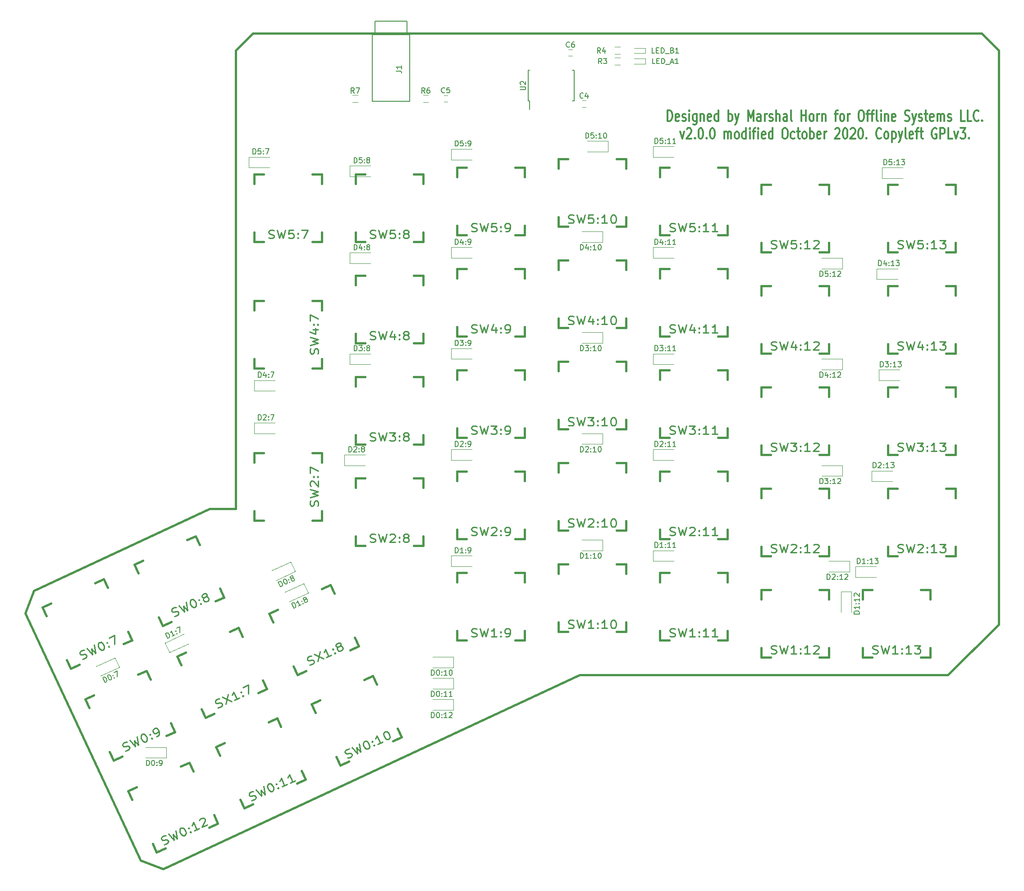
<source format=gto>
%TF.GenerationSoftware,KiCad,Pcbnew,5.1.7*%
%TF.CreationDate,2020-10-12T11:43:00-07:00*%
%TF.ProjectId,ErgoDOX_right,4572676f-444f-4585-9f72-696768742e6b,2.0.0*%
%TF.SameCoordinates,Original*%
%TF.FileFunction,Legend,Top*%
%TF.FilePolarity,Positive*%
%FSLAX46Y46*%
G04 Gerber Fmt 4.6, Leading zero omitted, Abs format (unit mm)*
G04 Created by KiCad (PCBNEW 5.1.7) date 2020-10-12 11:43:00*
%MOMM*%
%LPD*%
G01*
G04 APERTURE LIST*
%ADD10C,0.304800*%
%TA.AperFunction,Profile*%
%ADD11C,0.381000*%
%TD*%
%ADD12C,0.381000*%
%ADD13C,0.120000*%
%ADD14C,0.150000*%
%ADD15C,0.254000*%
G04 APERTURE END LIST*
D10*
X143739428Y-48740838D02*
X143739428Y-46708838D01*
X144102285Y-46708838D01*
X144320000Y-46805600D01*
X144465142Y-46999123D01*
X144537714Y-47192647D01*
X144610285Y-47579695D01*
X144610285Y-47869980D01*
X144537714Y-48257028D01*
X144465142Y-48450552D01*
X144320000Y-48644076D01*
X144102285Y-48740838D01*
X143739428Y-48740838D01*
X145844000Y-48644076D02*
X145698857Y-48740838D01*
X145408571Y-48740838D01*
X145263428Y-48644076D01*
X145190857Y-48450552D01*
X145190857Y-47676457D01*
X145263428Y-47482933D01*
X145408571Y-47386171D01*
X145698857Y-47386171D01*
X145844000Y-47482933D01*
X145916571Y-47676457D01*
X145916571Y-47869980D01*
X145190857Y-48063504D01*
X146497142Y-48644076D02*
X146642285Y-48740838D01*
X146932571Y-48740838D01*
X147077714Y-48644076D01*
X147150285Y-48450552D01*
X147150285Y-48353790D01*
X147077714Y-48160266D01*
X146932571Y-48063504D01*
X146714857Y-48063504D01*
X146569714Y-47966742D01*
X146497142Y-47773219D01*
X146497142Y-47676457D01*
X146569714Y-47482933D01*
X146714857Y-47386171D01*
X146932571Y-47386171D01*
X147077714Y-47482933D01*
X147803428Y-48740838D02*
X147803428Y-47386171D01*
X147803428Y-46708838D02*
X147730857Y-46805600D01*
X147803428Y-46902361D01*
X147876000Y-46805600D01*
X147803428Y-46708838D01*
X147803428Y-46902361D01*
X149182285Y-47386171D02*
X149182285Y-49031123D01*
X149109714Y-49224647D01*
X149037142Y-49321409D01*
X148892000Y-49418171D01*
X148674285Y-49418171D01*
X148529142Y-49321409D01*
X149182285Y-48644076D02*
X149037142Y-48740838D01*
X148746857Y-48740838D01*
X148601714Y-48644076D01*
X148529142Y-48547314D01*
X148456571Y-48353790D01*
X148456571Y-47773219D01*
X148529142Y-47579695D01*
X148601714Y-47482933D01*
X148746857Y-47386171D01*
X149037142Y-47386171D01*
X149182285Y-47482933D01*
X149908000Y-47386171D02*
X149908000Y-48740838D01*
X149908000Y-47579695D02*
X149980571Y-47482933D01*
X150125714Y-47386171D01*
X150343428Y-47386171D01*
X150488571Y-47482933D01*
X150561142Y-47676457D01*
X150561142Y-48740838D01*
X151867428Y-48644076D02*
X151722285Y-48740838D01*
X151432000Y-48740838D01*
X151286857Y-48644076D01*
X151214285Y-48450552D01*
X151214285Y-47676457D01*
X151286857Y-47482933D01*
X151432000Y-47386171D01*
X151722285Y-47386171D01*
X151867428Y-47482933D01*
X151940000Y-47676457D01*
X151940000Y-47869980D01*
X151214285Y-48063504D01*
X153246285Y-48740838D02*
X153246285Y-46708838D01*
X153246285Y-48644076D02*
X153101142Y-48740838D01*
X152810857Y-48740838D01*
X152665714Y-48644076D01*
X152593142Y-48547314D01*
X152520571Y-48353790D01*
X152520571Y-47773219D01*
X152593142Y-47579695D01*
X152665714Y-47482933D01*
X152810857Y-47386171D01*
X153101142Y-47386171D01*
X153246285Y-47482933D01*
X155133142Y-48740838D02*
X155133142Y-46708838D01*
X155133142Y-47482933D02*
X155278285Y-47386171D01*
X155568571Y-47386171D01*
X155713714Y-47482933D01*
X155786285Y-47579695D01*
X155858857Y-47773219D01*
X155858857Y-48353790D01*
X155786285Y-48547314D01*
X155713714Y-48644076D01*
X155568571Y-48740838D01*
X155278285Y-48740838D01*
X155133142Y-48644076D01*
X156366857Y-47386171D02*
X156729714Y-48740838D01*
X157092571Y-47386171D02*
X156729714Y-48740838D01*
X156584571Y-49224647D01*
X156512000Y-49321409D01*
X156366857Y-49418171D01*
X158834285Y-48740838D02*
X158834285Y-46708838D01*
X159342285Y-48160266D01*
X159850285Y-46708838D01*
X159850285Y-48740838D01*
X161229142Y-48740838D02*
X161229142Y-47676457D01*
X161156571Y-47482933D01*
X161011428Y-47386171D01*
X160721142Y-47386171D01*
X160576000Y-47482933D01*
X161229142Y-48644076D02*
X161084000Y-48740838D01*
X160721142Y-48740838D01*
X160576000Y-48644076D01*
X160503428Y-48450552D01*
X160503428Y-48257028D01*
X160576000Y-48063504D01*
X160721142Y-47966742D01*
X161084000Y-47966742D01*
X161229142Y-47869980D01*
X161954857Y-48740838D02*
X161954857Y-47386171D01*
X161954857Y-47773219D02*
X162027428Y-47579695D01*
X162100000Y-47482933D01*
X162245142Y-47386171D01*
X162390285Y-47386171D01*
X162825714Y-48644076D02*
X162970857Y-48740838D01*
X163261142Y-48740838D01*
X163406285Y-48644076D01*
X163478857Y-48450552D01*
X163478857Y-48353790D01*
X163406285Y-48160266D01*
X163261142Y-48063504D01*
X163043428Y-48063504D01*
X162898285Y-47966742D01*
X162825714Y-47773219D01*
X162825714Y-47676457D01*
X162898285Y-47482933D01*
X163043428Y-47386171D01*
X163261142Y-47386171D01*
X163406285Y-47482933D01*
X164132000Y-48740838D02*
X164132000Y-46708838D01*
X164785142Y-48740838D02*
X164785142Y-47676457D01*
X164712571Y-47482933D01*
X164567428Y-47386171D01*
X164349714Y-47386171D01*
X164204571Y-47482933D01*
X164132000Y-47579695D01*
X166164000Y-48740838D02*
X166164000Y-47676457D01*
X166091428Y-47482933D01*
X165946285Y-47386171D01*
X165656000Y-47386171D01*
X165510857Y-47482933D01*
X166164000Y-48644076D02*
X166018857Y-48740838D01*
X165656000Y-48740838D01*
X165510857Y-48644076D01*
X165438285Y-48450552D01*
X165438285Y-48257028D01*
X165510857Y-48063504D01*
X165656000Y-47966742D01*
X166018857Y-47966742D01*
X166164000Y-47869980D01*
X167107428Y-48740838D02*
X166962285Y-48644076D01*
X166889714Y-48450552D01*
X166889714Y-46708838D01*
X168849142Y-48740838D02*
X168849142Y-46708838D01*
X168849142Y-47676457D02*
X169720000Y-47676457D01*
X169720000Y-48740838D02*
X169720000Y-46708838D01*
X170663428Y-48740838D02*
X170518285Y-48644076D01*
X170445714Y-48547314D01*
X170373142Y-48353790D01*
X170373142Y-47773219D01*
X170445714Y-47579695D01*
X170518285Y-47482933D01*
X170663428Y-47386171D01*
X170881142Y-47386171D01*
X171026285Y-47482933D01*
X171098857Y-47579695D01*
X171171428Y-47773219D01*
X171171428Y-48353790D01*
X171098857Y-48547314D01*
X171026285Y-48644076D01*
X170881142Y-48740838D01*
X170663428Y-48740838D01*
X171824571Y-48740838D02*
X171824571Y-47386171D01*
X171824571Y-47773219D02*
X171897142Y-47579695D01*
X171969714Y-47482933D01*
X172114857Y-47386171D01*
X172260000Y-47386171D01*
X172768000Y-47386171D02*
X172768000Y-48740838D01*
X172768000Y-47579695D02*
X172840571Y-47482933D01*
X172985714Y-47386171D01*
X173203428Y-47386171D01*
X173348571Y-47482933D01*
X173421142Y-47676457D01*
X173421142Y-48740838D01*
X175090285Y-47386171D02*
X175670857Y-47386171D01*
X175308000Y-48740838D02*
X175308000Y-46999123D01*
X175380571Y-46805600D01*
X175525714Y-46708838D01*
X175670857Y-46708838D01*
X176396571Y-48740838D02*
X176251428Y-48644076D01*
X176178857Y-48547314D01*
X176106285Y-48353790D01*
X176106285Y-47773219D01*
X176178857Y-47579695D01*
X176251428Y-47482933D01*
X176396571Y-47386171D01*
X176614285Y-47386171D01*
X176759428Y-47482933D01*
X176832000Y-47579695D01*
X176904571Y-47773219D01*
X176904571Y-48353790D01*
X176832000Y-48547314D01*
X176759428Y-48644076D01*
X176614285Y-48740838D01*
X176396571Y-48740838D01*
X177557714Y-48740838D02*
X177557714Y-47386171D01*
X177557714Y-47773219D02*
X177630285Y-47579695D01*
X177702857Y-47482933D01*
X177848000Y-47386171D01*
X177993142Y-47386171D01*
X179952571Y-46708838D02*
X180242857Y-46708838D01*
X180388000Y-46805600D01*
X180533142Y-46999123D01*
X180605714Y-47386171D01*
X180605714Y-48063504D01*
X180533142Y-48450552D01*
X180388000Y-48644076D01*
X180242857Y-48740838D01*
X179952571Y-48740838D01*
X179807428Y-48644076D01*
X179662285Y-48450552D01*
X179589714Y-48063504D01*
X179589714Y-47386171D01*
X179662285Y-46999123D01*
X179807428Y-46805600D01*
X179952571Y-46708838D01*
X181041142Y-47386171D02*
X181621714Y-47386171D01*
X181258857Y-48740838D02*
X181258857Y-46999123D01*
X181331428Y-46805600D01*
X181476571Y-46708838D01*
X181621714Y-46708838D01*
X181912000Y-47386171D02*
X182492571Y-47386171D01*
X182129714Y-48740838D02*
X182129714Y-46999123D01*
X182202285Y-46805600D01*
X182347428Y-46708838D01*
X182492571Y-46708838D01*
X183218285Y-48740838D02*
X183073142Y-48644076D01*
X183000571Y-48450552D01*
X183000571Y-46708838D01*
X183798857Y-48740838D02*
X183798857Y-47386171D01*
X183798857Y-46708838D02*
X183726285Y-46805600D01*
X183798857Y-46902361D01*
X183871428Y-46805600D01*
X183798857Y-46708838D01*
X183798857Y-46902361D01*
X184524571Y-47386171D02*
X184524571Y-48740838D01*
X184524571Y-47579695D02*
X184597142Y-47482933D01*
X184742285Y-47386171D01*
X184960000Y-47386171D01*
X185105142Y-47482933D01*
X185177714Y-47676457D01*
X185177714Y-48740838D01*
X186484000Y-48644076D02*
X186338857Y-48740838D01*
X186048571Y-48740838D01*
X185903428Y-48644076D01*
X185830857Y-48450552D01*
X185830857Y-47676457D01*
X185903428Y-47482933D01*
X186048571Y-47386171D01*
X186338857Y-47386171D01*
X186484000Y-47482933D01*
X186556571Y-47676457D01*
X186556571Y-47869980D01*
X185830857Y-48063504D01*
X188298285Y-48644076D02*
X188516000Y-48740838D01*
X188878857Y-48740838D01*
X189024000Y-48644076D01*
X189096571Y-48547314D01*
X189169142Y-48353790D01*
X189169142Y-48160266D01*
X189096571Y-47966742D01*
X189024000Y-47869980D01*
X188878857Y-47773219D01*
X188588571Y-47676457D01*
X188443428Y-47579695D01*
X188370857Y-47482933D01*
X188298285Y-47289409D01*
X188298285Y-47095885D01*
X188370857Y-46902361D01*
X188443428Y-46805600D01*
X188588571Y-46708838D01*
X188951428Y-46708838D01*
X189169142Y-46805600D01*
X189677142Y-47386171D02*
X190040000Y-48740838D01*
X190402857Y-47386171D02*
X190040000Y-48740838D01*
X189894857Y-49224647D01*
X189822285Y-49321409D01*
X189677142Y-49418171D01*
X190910857Y-48644076D02*
X191056000Y-48740838D01*
X191346285Y-48740838D01*
X191491428Y-48644076D01*
X191564000Y-48450552D01*
X191564000Y-48353790D01*
X191491428Y-48160266D01*
X191346285Y-48063504D01*
X191128571Y-48063504D01*
X190983428Y-47966742D01*
X190910857Y-47773219D01*
X190910857Y-47676457D01*
X190983428Y-47482933D01*
X191128571Y-47386171D01*
X191346285Y-47386171D01*
X191491428Y-47482933D01*
X191999428Y-47386171D02*
X192580000Y-47386171D01*
X192217142Y-46708838D02*
X192217142Y-48450552D01*
X192289714Y-48644076D01*
X192434857Y-48740838D01*
X192580000Y-48740838D01*
X193668571Y-48644076D02*
X193523428Y-48740838D01*
X193233142Y-48740838D01*
X193088000Y-48644076D01*
X193015428Y-48450552D01*
X193015428Y-47676457D01*
X193088000Y-47482933D01*
X193233142Y-47386171D01*
X193523428Y-47386171D01*
X193668571Y-47482933D01*
X193741142Y-47676457D01*
X193741142Y-47869980D01*
X193015428Y-48063504D01*
X194394285Y-48740838D02*
X194394285Y-47386171D01*
X194394285Y-47579695D02*
X194466857Y-47482933D01*
X194612000Y-47386171D01*
X194829714Y-47386171D01*
X194974857Y-47482933D01*
X195047428Y-47676457D01*
X195047428Y-48740838D01*
X195047428Y-47676457D02*
X195120000Y-47482933D01*
X195265142Y-47386171D01*
X195482857Y-47386171D01*
X195628000Y-47482933D01*
X195700571Y-47676457D01*
X195700571Y-48740838D01*
X196353714Y-48644076D02*
X196498857Y-48740838D01*
X196789142Y-48740838D01*
X196934285Y-48644076D01*
X197006857Y-48450552D01*
X197006857Y-48353790D01*
X196934285Y-48160266D01*
X196789142Y-48063504D01*
X196571428Y-48063504D01*
X196426285Y-47966742D01*
X196353714Y-47773219D01*
X196353714Y-47676457D01*
X196426285Y-47482933D01*
X196571428Y-47386171D01*
X196789142Y-47386171D01*
X196934285Y-47482933D01*
X199546857Y-48740838D02*
X198821142Y-48740838D01*
X198821142Y-46708838D01*
X200780571Y-48740838D02*
X200054857Y-48740838D01*
X200054857Y-46708838D01*
X202159428Y-48547314D02*
X202086857Y-48644076D01*
X201869142Y-48740838D01*
X201724000Y-48740838D01*
X201506285Y-48644076D01*
X201361142Y-48450552D01*
X201288571Y-48257028D01*
X201216000Y-47869980D01*
X201216000Y-47579695D01*
X201288571Y-47192647D01*
X201361142Y-46999123D01*
X201506285Y-46805600D01*
X201724000Y-46708838D01*
X201869142Y-46708838D01*
X202086857Y-46805600D01*
X202159428Y-46902361D01*
X202812571Y-48547314D02*
X202885142Y-48644076D01*
X202812571Y-48740838D01*
X202740000Y-48644076D01*
X202812571Y-48547314D01*
X202812571Y-48740838D01*
X146098000Y-50738971D02*
X146460857Y-52093638D01*
X146823714Y-50738971D01*
X147331714Y-50255161D02*
X147404285Y-50158400D01*
X147549428Y-50061638D01*
X147912285Y-50061638D01*
X148057428Y-50158400D01*
X148130000Y-50255161D01*
X148202571Y-50448685D01*
X148202571Y-50642209D01*
X148130000Y-50932495D01*
X147259142Y-52093638D01*
X148202571Y-52093638D01*
X148855714Y-51900114D02*
X148928285Y-51996876D01*
X148855714Y-52093638D01*
X148783142Y-51996876D01*
X148855714Y-51900114D01*
X148855714Y-52093638D01*
X149871714Y-50061638D02*
X150016857Y-50061638D01*
X150162000Y-50158400D01*
X150234571Y-50255161D01*
X150307142Y-50448685D01*
X150379714Y-50835733D01*
X150379714Y-51319542D01*
X150307142Y-51706590D01*
X150234571Y-51900114D01*
X150162000Y-51996876D01*
X150016857Y-52093638D01*
X149871714Y-52093638D01*
X149726571Y-51996876D01*
X149654000Y-51900114D01*
X149581428Y-51706590D01*
X149508857Y-51319542D01*
X149508857Y-50835733D01*
X149581428Y-50448685D01*
X149654000Y-50255161D01*
X149726571Y-50158400D01*
X149871714Y-50061638D01*
X151032857Y-51900114D02*
X151105428Y-51996876D01*
X151032857Y-52093638D01*
X150960285Y-51996876D01*
X151032857Y-51900114D01*
X151032857Y-52093638D01*
X152048857Y-50061638D02*
X152194000Y-50061638D01*
X152339142Y-50158400D01*
X152411714Y-50255161D01*
X152484285Y-50448685D01*
X152556857Y-50835733D01*
X152556857Y-51319542D01*
X152484285Y-51706590D01*
X152411714Y-51900114D01*
X152339142Y-51996876D01*
X152194000Y-52093638D01*
X152048857Y-52093638D01*
X151903714Y-51996876D01*
X151831142Y-51900114D01*
X151758571Y-51706590D01*
X151686000Y-51319542D01*
X151686000Y-50835733D01*
X151758571Y-50448685D01*
X151831142Y-50255161D01*
X151903714Y-50158400D01*
X152048857Y-50061638D01*
X154371142Y-52093638D02*
X154371142Y-50738971D01*
X154371142Y-50932495D02*
X154443714Y-50835733D01*
X154588857Y-50738971D01*
X154806571Y-50738971D01*
X154951714Y-50835733D01*
X155024285Y-51029257D01*
X155024285Y-52093638D01*
X155024285Y-51029257D02*
X155096857Y-50835733D01*
X155242000Y-50738971D01*
X155459714Y-50738971D01*
X155604857Y-50835733D01*
X155677428Y-51029257D01*
X155677428Y-52093638D01*
X156620857Y-52093638D02*
X156475714Y-51996876D01*
X156403142Y-51900114D01*
X156330571Y-51706590D01*
X156330571Y-51126019D01*
X156403142Y-50932495D01*
X156475714Y-50835733D01*
X156620857Y-50738971D01*
X156838571Y-50738971D01*
X156983714Y-50835733D01*
X157056285Y-50932495D01*
X157128857Y-51126019D01*
X157128857Y-51706590D01*
X157056285Y-51900114D01*
X156983714Y-51996876D01*
X156838571Y-52093638D01*
X156620857Y-52093638D01*
X158435142Y-52093638D02*
X158435142Y-50061638D01*
X158435142Y-51996876D02*
X158290000Y-52093638D01*
X157999714Y-52093638D01*
X157854571Y-51996876D01*
X157782000Y-51900114D01*
X157709428Y-51706590D01*
X157709428Y-51126019D01*
X157782000Y-50932495D01*
X157854571Y-50835733D01*
X157999714Y-50738971D01*
X158290000Y-50738971D01*
X158435142Y-50835733D01*
X159160857Y-52093638D02*
X159160857Y-50738971D01*
X159160857Y-50061638D02*
X159088285Y-50158400D01*
X159160857Y-50255161D01*
X159233428Y-50158400D01*
X159160857Y-50061638D01*
X159160857Y-50255161D01*
X159668857Y-50738971D02*
X160249428Y-50738971D01*
X159886571Y-52093638D02*
X159886571Y-50351923D01*
X159959142Y-50158400D01*
X160104285Y-50061638D01*
X160249428Y-50061638D01*
X160757428Y-52093638D02*
X160757428Y-50738971D01*
X160757428Y-50061638D02*
X160684857Y-50158400D01*
X160757428Y-50255161D01*
X160830000Y-50158400D01*
X160757428Y-50061638D01*
X160757428Y-50255161D01*
X162063714Y-51996876D02*
X161918571Y-52093638D01*
X161628285Y-52093638D01*
X161483142Y-51996876D01*
X161410571Y-51803352D01*
X161410571Y-51029257D01*
X161483142Y-50835733D01*
X161628285Y-50738971D01*
X161918571Y-50738971D01*
X162063714Y-50835733D01*
X162136285Y-51029257D01*
X162136285Y-51222780D01*
X161410571Y-51416304D01*
X163442571Y-52093638D02*
X163442571Y-50061638D01*
X163442571Y-51996876D02*
X163297428Y-52093638D01*
X163007142Y-52093638D01*
X162862000Y-51996876D01*
X162789428Y-51900114D01*
X162716857Y-51706590D01*
X162716857Y-51126019D01*
X162789428Y-50932495D01*
X162862000Y-50835733D01*
X163007142Y-50738971D01*
X163297428Y-50738971D01*
X163442571Y-50835733D01*
X165619714Y-50061638D02*
X165910000Y-50061638D01*
X166055142Y-50158400D01*
X166200285Y-50351923D01*
X166272857Y-50738971D01*
X166272857Y-51416304D01*
X166200285Y-51803352D01*
X166055142Y-51996876D01*
X165910000Y-52093638D01*
X165619714Y-52093638D01*
X165474571Y-51996876D01*
X165329428Y-51803352D01*
X165256857Y-51416304D01*
X165256857Y-50738971D01*
X165329428Y-50351923D01*
X165474571Y-50158400D01*
X165619714Y-50061638D01*
X167579142Y-51996876D02*
X167434000Y-52093638D01*
X167143714Y-52093638D01*
X166998571Y-51996876D01*
X166926000Y-51900114D01*
X166853428Y-51706590D01*
X166853428Y-51126019D01*
X166926000Y-50932495D01*
X166998571Y-50835733D01*
X167143714Y-50738971D01*
X167434000Y-50738971D01*
X167579142Y-50835733D01*
X168014571Y-50738971D02*
X168595142Y-50738971D01*
X168232285Y-50061638D02*
X168232285Y-51803352D01*
X168304857Y-51996876D01*
X168450000Y-52093638D01*
X168595142Y-52093638D01*
X169320857Y-52093638D02*
X169175714Y-51996876D01*
X169103142Y-51900114D01*
X169030571Y-51706590D01*
X169030571Y-51126019D01*
X169103142Y-50932495D01*
X169175714Y-50835733D01*
X169320857Y-50738971D01*
X169538571Y-50738971D01*
X169683714Y-50835733D01*
X169756285Y-50932495D01*
X169828857Y-51126019D01*
X169828857Y-51706590D01*
X169756285Y-51900114D01*
X169683714Y-51996876D01*
X169538571Y-52093638D01*
X169320857Y-52093638D01*
X170481999Y-52093638D02*
X170481999Y-50061638D01*
X170481999Y-50835733D02*
X170627142Y-50738971D01*
X170917428Y-50738971D01*
X171062571Y-50835733D01*
X171135142Y-50932495D01*
X171207714Y-51126019D01*
X171207714Y-51706590D01*
X171135142Y-51900114D01*
X171062571Y-51996876D01*
X170917428Y-52093638D01*
X170627142Y-52093638D01*
X170481999Y-51996876D01*
X172441428Y-51996876D02*
X172296285Y-52093638D01*
X172005999Y-52093638D01*
X171860857Y-51996876D01*
X171788285Y-51803352D01*
X171788285Y-51029257D01*
X171860857Y-50835733D01*
X172005999Y-50738971D01*
X172296285Y-50738971D01*
X172441428Y-50835733D01*
X172513999Y-51029257D01*
X172513999Y-51222780D01*
X171788285Y-51416304D01*
X173167142Y-52093638D02*
X173167142Y-50738971D01*
X173167142Y-51126019D02*
X173239714Y-50932495D01*
X173312285Y-50835733D01*
X173457428Y-50738971D01*
X173602571Y-50738971D01*
X175199142Y-50255161D02*
X175271714Y-50158400D01*
X175416857Y-50061638D01*
X175779714Y-50061638D01*
X175924857Y-50158400D01*
X175997428Y-50255161D01*
X176069999Y-50448685D01*
X176069999Y-50642209D01*
X175997428Y-50932495D01*
X175126571Y-52093638D01*
X176069999Y-52093638D01*
X177013428Y-50061638D02*
X177158571Y-50061638D01*
X177303714Y-50158400D01*
X177376285Y-50255161D01*
X177448857Y-50448685D01*
X177521428Y-50835733D01*
X177521428Y-51319542D01*
X177448857Y-51706590D01*
X177376285Y-51900114D01*
X177303714Y-51996876D01*
X177158571Y-52093638D01*
X177013428Y-52093638D01*
X176868285Y-51996876D01*
X176795714Y-51900114D01*
X176723142Y-51706590D01*
X176650571Y-51319542D01*
X176650571Y-50835733D01*
X176723142Y-50448685D01*
X176795714Y-50255161D01*
X176868285Y-50158400D01*
X177013428Y-50061638D01*
X178101999Y-50255161D02*
X178174571Y-50158400D01*
X178319714Y-50061638D01*
X178682571Y-50061638D01*
X178827714Y-50158400D01*
X178900285Y-50255161D01*
X178972857Y-50448685D01*
X178972857Y-50642209D01*
X178900285Y-50932495D01*
X178029428Y-52093638D01*
X178972857Y-52093638D01*
X179916285Y-50061638D02*
X180061428Y-50061638D01*
X180206571Y-50158400D01*
X180279142Y-50255161D01*
X180351714Y-50448685D01*
X180424285Y-50835733D01*
X180424285Y-51319542D01*
X180351714Y-51706590D01*
X180279142Y-51900114D01*
X180206571Y-51996876D01*
X180061428Y-52093638D01*
X179916285Y-52093638D01*
X179771142Y-51996876D01*
X179698571Y-51900114D01*
X179625999Y-51706590D01*
X179553428Y-51319542D01*
X179553428Y-50835733D01*
X179625999Y-50448685D01*
X179698571Y-50255161D01*
X179771142Y-50158400D01*
X179916285Y-50061638D01*
X181077428Y-51900114D02*
X181150000Y-51996876D01*
X181077428Y-52093638D01*
X181004857Y-51996876D01*
X181077428Y-51900114D01*
X181077428Y-52093638D01*
X183835142Y-51900114D02*
X183762571Y-51996876D01*
X183544857Y-52093638D01*
X183399714Y-52093638D01*
X183181999Y-51996876D01*
X183036857Y-51803352D01*
X182964285Y-51609828D01*
X182891714Y-51222780D01*
X182891714Y-50932495D01*
X182964285Y-50545447D01*
X183036857Y-50351923D01*
X183181999Y-50158400D01*
X183399714Y-50061638D01*
X183544857Y-50061638D01*
X183762571Y-50158400D01*
X183835142Y-50255161D01*
X184705999Y-52093638D02*
X184560857Y-51996876D01*
X184488285Y-51900114D01*
X184415714Y-51706590D01*
X184415714Y-51126019D01*
X184488285Y-50932495D01*
X184560857Y-50835733D01*
X184705999Y-50738971D01*
X184923714Y-50738971D01*
X185068857Y-50835733D01*
X185141428Y-50932495D01*
X185213999Y-51126019D01*
X185213999Y-51706590D01*
X185141428Y-51900114D01*
X185068857Y-51996876D01*
X184923714Y-52093638D01*
X184705999Y-52093638D01*
X185867142Y-50738971D02*
X185867142Y-52770971D01*
X185867142Y-50835733D02*
X186012285Y-50738971D01*
X186302571Y-50738971D01*
X186447714Y-50835733D01*
X186520285Y-50932495D01*
X186592857Y-51126019D01*
X186592857Y-51706590D01*
X186520285Y-51900114D01*
X186447714Y-51996876D01*
X186302571Y-52093638D01*
X186012285Y-52093638D01*
X185867142Y-51996876D01*
X187100857Y-50738971D02*
X187463714Y-52093638D01*
X187826571Y-50738971D02*
X187463714Y-52093638D01*
X187318571Y-52577447D01*
X187245999Y-52674209D01*
X187100857Y-52770971D01*
X188624857Y-52093638D02*
X188479714Y-51996876D01*
X188407142Y-51803352D01*
X188407142Y-50061638D01*
X189786000Y-51996876D02*
X189640857Y-52093638D01*
X189350571Y-52093638D01*
X189205428Y-51996876D01*
X189132857Y-51803352D01*
X189132857Y-51029257D01*
X189205428Y-50835733D01*
X189350571Y-50738971D01*
X189640857Y-50738971D01*
X189786000Y-50835733D01*
X189858571Y-51029257D01*
X189858571Y-51222780D01*
X189132857Y-51416304D01*
X190294000Y-50738971D02*
X190874571Y-50738971D01*
X190511714Y-52093638D02*
X190511714Y-50351923D01*
X190584285Y-50158400D01*
X190729428Y-50061638D01*
X190874571Y-50061638D01*
X191164857Y-50738971D02*
X191745428Y-50738971D01*
X191382571Y-50061638D02*
X191382571Y-51803352D01*
X191455142Y-51996876D01*
X191600285Y-52093638D01*
X191745428Y-52093638D01*
X194212857Y-50158400D02*
X194067714Y-50061638D01*
X193850000Y-50061638D01*
X193632285Y-50158400D01*
X193487142Y-50351923D01*
X193414571Y-50545447D01*
X193342000Y-50932495D01*
X193342000Y-51222780D01*
X193414571Y-51609828D01*
X193487142Y-51803352D01*
X193632285Y-51996876D01*
X193850000Y-52093638D01*
X193995142Y-52093638D01*
X194212857Y-51996876D01*
X194285428Y-51900114D01*
X194285428Y-51222780D01*
X193995142Y-51222780D01*
X194938571Y-52093638D02*
X194938571Y-50061638D01*
X195519142Y-50061638D01*
X195664285Y-50158400D01*
X195736857Y-50255161D01*
X195809428Y-50448685D01*
X195809428Y-50738971D01*
X195736857Y-50932495D01*
X195664285Y-51029257D01*
X195519142Y-51126019D01*
X194938571Y-51126019D01*
X197188285Y-52093638D02*
X196462571Y-52093638D01*
X196462571Y-50061638D01*
X197551142Y-50738971D02*
X197913999Y-52093638D01*
X198276857Y-50738971D01*
X198712285Y-50061638D02*
X199655714Y-50061638D01*
X199147714Y-50835733D01*
X199365428Y-50835733D01*
X199510571Y-50932495D01*
X199583142Y-51029257D01*
X199655714Y-51222780D01*
X199655714Y-51706590D01*
X199583142Y-51900114D01*
X199510571Y-51996876D01*
X199365428Y-52093638D01*
X198930000Y-52093638D01*
X198784857Y-51996876D01*
X198712285Y-51900114D01*
X200308857Y-51900114D02*
X200381428Y-51996876D01*
X200308857Y-52093638D01*
X200236285Y-51996876D01*
X200308857Y-51900114D01*
X200308857Y-52093638D01*
D11*
X90121000Y-32258000D02*
X93521000Y-32258000D01*
X90121000Y-32258000D02*
X77876400Y-32258000D01*
X95046800Y-32258000D02*
X93521000Y-32258000D01*
X202742800Y-32258000D02*
X143408400Y-32258000D01*
X143408400Y-32258000D02*
X131902200Y-32258000D01*
X131902200Y-32258000D02*
X95046800Y-32258000D01*
X77876400Y-32258000D02*
X65811400Y-32258000D01*
X65811400Y-32258000D02*
X62611000Y-35433000D01*
X127152400Y-152908000D02*
X196392800Y-152908000D01*
X196392800Y-152908000D02*
X205917800Y-143383000D01*
X205917800Y-143383000D02*
X205917800Y-35433000D01*
X205917800Y-35433000D02*
X202742800Y-32258000D01*
X62611000Y-35433000D02*
X62611000Y-121666000D01*
X62611000Y-121666000D02*
X57708800Y-121666000D01*
X57708800Y-121666000D02*
X24617680Y-137096500D01*
X24617680Y-137096500D02*
X23080980Y-141315440D01*
X23080980Y-141315440D02*
X44764960Y-187817760D01*
X44764960Y-187817760D02*
X48983900Y-189351920D01*
X48983900Y-189351920D02*
X127152400Y-152908000D01*
D12*
%TO.C,SW5:13*%
X185102500Y-62433200D02*
X185102500Y-60655200D01*
X185102500Y-73355200D02*
X185102500Y-71577200D01*
X186880500Y-73355200D02*
X185102500Y-73355200D01*
X197802500Y-73355200D02*
X196024500Y-73355200D01*
X197802500Y-71577200D02*
X197802500Y-73355200D01*
X197802500Y-60655200D02*
X197802500Y-62433200D01*
X196024500Y-60655200D02*
X197802500Y-60655200D01*
X185102500Y-60655200D02*
X186880500Y-60655200D01*
D13*
%TO.C,C6*%
X125116000Y-35318000D02*
X125816000Y-35318000D01*
X125816000Y-36518000D02*
X125116000Y-36518000D01*
%TO.C,C5*%
X101676000Y-43898000D02*
X102376000Y-43898000D01*
X102376000Y-45098000D02*
X101676000Y-45098000D01*
%TO.C,C4*%
X127676000Y-44898000D02*
X128376000Y-44898000D01*
X128376000Y-46098000D02*
X127676000Y-46098000D01*
%TO.C,D5:9*%
X103026000Y-53998000D02*
X106926000Y-53998000D01*
X103026000Y-55998000D02*
X106926000Y-55998000D01*
X103026000Y-53998000D02*
X103026000Y-55998000D01*
D12*
%TO.C,SX1:7*%
X52327855Y-151023807D02*
X51576440Y-149412392D01*
X56943692Y-160922500D02*
X56192276Y-159311085D01*
X58555107Y-160171085D02*
X56943692Y-160922500D01*
X68453800Y-155555248D02*
X66842385Y-156306664D01*
X67702385Y-153943833D02*
X68453800Y-155555248D01*
X63086548Y-144045140D02*
X63837964Y-145656555D01*
X61475133Y-144796555D02*
X63086548Y-144045140D01*
X51576440Y-149412392D02*
X53187855Y-148660976D01*
%TO.C,SW3:13*%
X185102500Y-100530660D02*
X185102500Y-98752660D01*
X185102500Y-111452660D02*
X185102500Y-109674660D01*
X186880500Y-111452660D02*
X185102500Y-111452660D01*
X197802500Y-111452660D02*
X196024500Y-111452660D01*
X197802500Y-109674660D02*
X197802500Y-111452660D01*
X197802500Y-98752660D02*
X197802500Y-100530660D01*
X196024500Y-98752660D02*
X197802500Y-98752660D01*
X185102500Y-98752660D02*
X186880500Y-98752660D01*
%TO.C,SW2:9*%
X104140000Y-116405660D02*
X104140000Y-114627660D01*
X104140000Y-127327660D02*
X104140000Y-125549660D01*
X105918000Y-127327660D02*
X104140000Y-127327660D01*
X116840000Y-127327660D02*
X115062000Y-127327660D01*
X116840000Y-125549660D02*
X116840000Y-127327660D01*
X116840000Y-114627660D02*
X116840000Y-116405660D01*
X115062000Y-114627660D02*
X116840000Y-114627660D01*
X104140000Y-114627660D02*
X105918000Y-114627660D01*
%TO.C,SW2:10*%
X123190000Y-114808000D02*
X123190000Y-113030000D01*
X123190000Y-125730000D02*
X123190000Y-123952000D01*
X124968000Y-125730000D02*
X123190000Y-125730000D01*
X135890000Y-125730000D02*
X134112000Y-125730000D01*
X135890000Y-123952000D02*
X135890000Y-125730000D01*
X135890000Y-113030000D02*
X135890000Y-114808000D01*
X134112000Y-113030000D02*
X135890000Y-113030000D01*
X123190000Y-113030000D02*
X124968000Y-113030000D01*
%TO.C,SW3:9*%
X104140000Y-97355660D02*
X104140000Y-95577660D01*
X104140000Y-108277660D02*
X104140000Y-106499660D01*
X105918000Y-108277660D02*
X104140000Y-108277660D01*
X116840000Y-108277660D02*
X115062000Y-108277660D01*
X116840000Y-106499660D02*
X116840000Y-108277660D01*
X116840000Y-95577660D02*
X116840000Y-97355660D01*
X115062000Y-95577660D02*
X116840000Y-95577660D01*
X104140000Y-95577660D02*
X105918000Y-95577660D01*
%TO.C,SW2:11*%
X142240000Y-116405660D02*
X142240000Y-114627660D01*
X142240000Y-127327660D02*
X142240000Y-125549660D01*
X144018000Y-127327660D02*
X142240000Y-127327660D01*
X154940000Y-127327660D02*
X153162000Y-127327660D01*
X154940000Y-125549660D02*
X154940000Y-127327660D01*
X154940000Y-114627660D02*
X154940000Y-116405660D01*
X153162000Y-114627660D02*
X154940000Y-114627660D01*
X142240000Y-114627660D02*
X144018000Y-114627660D01*
%TO.C,SW3:10*%
X123190000Y-95758000D02*
X123190000Y-93980000D01*
X123190000Y-106680000D02*
X123190000Y-104902000D01*
X124968000Y-106680000D02*
X123190000Y-106680000D01*
X135890000Y-106680000D02*
X134112000Y-106680000D01*
X135890000Y-104902000D02*
X135890000Y-106680000D01*
X135890000Y-93980000D02*
X135890000Y-95758000D01*
X134112000Y-93980000D02*
X135890000Y-93980000D01*
X123190000Y-93980000D02*
X124968000Y-93980000D01*
%TO.C,SW3:11*%
X142240000Y-97355660D02*
X142240000Y-95577660D01*
X142240000Y-108277660D02*
X142240000Y-106499660D01*
X144018000Y-108277660D02*
X142240000Y-108277660D01*
X154940000Y-108277660D02*
X153162000Y-108277660D01*
X154940000Y-106499660D02*
X154940000Y-108277660D01*
X154940000Y-95577660D02*
X154940000Y-97355660D01*
X153162000Y-95577660D02*
X154940000Y-95577660D01*
X142240000Y-95577660D02*
X144018000Y-95577660D01*
%TO.C,SW1:11*%
X142240000Y-135455660D02*
X142240000Y-133677660D01*
X142240000Y-146377660D02*
X142240000Y-144599660D01*
X144018000Y-146377660D02*
X142240000Y-146377660D01*
X154940000Y-146377660D02*
X153162000Y-146377660D01*
X154940000Y-144599660D02*
X154940000Y-146377660D01*
X154940000Y-133677660D02*
X154940000Y-135455660D01*
X153162000Y-133677660D02*
X154940000Y-133677660D01*
X142240000Y-133677660D02*
X144018000Y-133677660D01*
%TO.C,SW1:10*%
X123190000Y-133858000D02*
X123190000Y-132080000D01*
X123190000Y-144780000D02*
X123190000Y-143002000D01*
X124968000Y-144780000D02*
X123190000Y-144780000D01*
X135890000Y-144780000D02*
X134112000Y-144780000D01*
X135890000Y-143002000D02*
X135890000Y-144780000D01*
X135890000Y-132080000D02*
X135890000Y-133858000D01*
X134112000Y-132080000D02*
X135890000Y-132080000D01*
X123190000Y-132080000D02*
X124968000Y-132080000D01*
%TO.C,SW1:9*%
X104140000Y-135455660D02*
X104140000Y-133677660D01*
X104140000Y-146377660D02*
X104140000Y-144599660D01*
X105918000Y-146377660D02*
X104140000Y-146377660D01*
X116840000Y-146377660D02*
X115062000Y-146377660D01*
X116840000Y-144599660D02*
X116840000Y-146377660D01*
X116840000Y-133677660D02*
X116840000Y-135455660D01*
X115062000Y-133677660D02*
X116840000Y-133677660D01*
X104140000Y-133677660D02*
X105918000Y-133677660D01*
%TO.C,SX1:8*%
X69592235Y-142972007D02*
X68840820Y-141360592D01*
X74208072Y-152870700D02*
X73456656Y-151259285D01*
X75819487Y-152119285D02*
X74208072Y-152870700D01*
X85718180Y-147503448D02*
X84106765Y-148254864D01*
X84966765Y-145892033D02*
X85718180Y-147503448D01*
X80350928Y-135993340D02*
X81102344Y-137604755D01*
X78739513Y-136744755D02*
X80350928Y-135993340D01*
X68840820Y-141360592D02*
X70452235Y-140609176D01*
%TO.C,SW5:12*%
X161290000Y-62433200D02*
X161290000Y-60655200D01*
X161290000Y-73355200D02*
X161290000Y-71577200D01*
X163068000Y-73355200D02*
X161290000Y-73355200D01*
X173990000Y-73355200D02*
X172212000Y-73355200D01*
X173990000Y-71577200D02*
X173990000Y-73355200D01*
X173990000Y-60655200D02*
X173990000Y-62433200D01*
X172212000Y-60655200D02*
X173990000Y-60655200D01*
X161290000Y-60655200D02*
X163068000Y-60655200D01*
%TO.C,SW5:11*%
X142240000Y-59255660D02*
X142240000Y-57477660D01*
X142240000Y-70177660D02*
X142240000Y-68399660D01*
X144018000Y-70177660D02*
X142240000Y-70177660D01*
X154940000Y-70177660D02*
X153162000Y-70177660D01*
X154940000Y-68399660D02*
X154940000Y-70177660D01*
X154940000Y-57477660D02*
X154940000Y-59255660D01*
X153162000Y-57477660D02*
X154940000Y-57477660D01*
X142240000Y-57477660D02*
X144018000Y-57477660D01*
%TO.C,SW5:10*%
X123190000Y-57658000D02*
X123190000Y-55880000D01*
X123190000Y-68580000D02*
X123190000Y-66802000D01*
X124968000Y-68580000D02*
X123190000Y-68580000D01*
X135890000Y-68580000D02*
X134112000Y-68580000D01*
X135890000Y-66802000D02*
X135890000Y-68580000D01*
X135890000Y-55880000D02*
X135890000Y-57658000D01*
X134112000Y-55880000D02*
X135890000Y-55880000D01*
X123190000Y-55880000D02*
X124968000Y-55880000D01*
%TO.C,SW5:9*%
X104140000Y-59255660D02*
X104140000Y-57477660D01*
X104140000Y-70177660D02*
X104140000Y-68399660D01*
X105918000Y-70177660D02*
X104140000Y-70177660D01*
X116840000Y-70177660D02*
X115062000Y-70177660D01*
X116840000Y-68399660D02*
X116840000Y-70177660D01*
X116840000Y-57477660D02*
X116840000Y-59255660D01*
X115062000Y-57477660D02*
X116840000Y-57477660D01*
X104140000Y-57477660D02*
X105918000Y-57477660D01*
%TO.C,SW5:8*%
X85090000Y-60528200D02*
X85090000Y-58750200D01*
X85090000Y-71450200D02*
X85090000Y-69672200D01*
X86868000Y-71450200D02*
X85090000Y-71450200D01*
X97790000Y-71450200D02*
X96012000Y-71450200D01*
X97790000Y-69672200D02*
X97790000Y-71450200D01*
X97790000Y-58750200D02*
X97790000Y-60528200D01*
X96012000Y-58750200D02*
X97790000Y-58750200D01*
X85090000Y-58750200D02*
X86868000Y-58750200D01*
%TO.C,SW5:7*%
X66040000Y-60528200D02*
X66040000Y-58750200D01*
X66040000Y-71450200D02*
X66040000Y-69672200D01*
X67818000Y-71450200D02*
X66040000Y-71450200D01*
X78740000Y-71450200D02*
X76962000Y-71450200D01*
X78740000Y-69672200D02*
X78740000Y-71450200D01*
X78740000Y-58750200D02*
X78740000Y-60528200D01*
X76962000Y-58750200D02*
X78740000Y-58750200D01*
X66040000Y-58750200D02*
X67818000Y-58750200D01*
%TO.C,SW4:13*%
X185102500Y-81480660D02*
X185102500Y-79702660D01*
X185102500Y-92402660D02*
X185102500Y-90624660D01*
X186880500Y-92402660D02*
X185102500Y-92402660D01*
X197802500Y-92402660D02*
X196024500Y-92402660D01*
X197802500Y-90624660D02*
X197802500Y-92402660D01*
X197802500Y-79702660D02*
X197802500Y-81480660D01*
X196024500Y-79702660D02*
X197802500Y-79702660D01*
X185102500Y-79702660D02*
X186880500Y-79702660D01*
%TO.C,SW4:12*%
X161290000Y-81480660D02*
X161290000Y-79702660D01*
X161290000Y-92402660D02*
X161290000Y-90624660D01*
X163068000Y-92402660D02*
X161290000Y-92402660D01*
X173990000Y-92402660D02*
X172212000Y-92402660D01*
X173990000Y-90624660D02*
X173990000Y-92402660D01*
X173990000Y-79702660D02*
X173990000Y-81480660D01*
X172212000Y-79702660D02*
X173990000Y-79702660D01*
X161290000Y-79702660D02*
X163068000Y-79702660D01*
%TO.C,SW4:11*%
X142240000Y-78305660D02*
X142240000Y-76527660D01*
X142240000Y-89227660D02*
X142240000Y-87449660D01*
X144018000Y-89227660D02*
X142240000Y-89227660D01*
X154940000Y-89227660D02*
X153162000Y-89227660D01*
X154940000Y-87449660D02*
X154940000Y-89227660D01*
X154940000Y-76527660D02*
X154940000Y-78305660D01*
X153162000Y-76527660D02*
X154940000Y-76527660D01*
X142240000Y-76527660D02*
X144018000Y-76527660D01*
%TO.C,SW4:10*%
X123190000Y-76708000D02*
X123190000Y-74930000D01*
X123190000Y-87630000D02*
X123190000Y-85852000D01*
X124968000Y-87630000D02*
X123190000Y-87630000D01*
X135890000Y-87630000D02*
X134112000Y-87630000D01*
X135890000Y-85852000D02*
X135890000Y-87630000D01*
X135890000Y-74930000D02*
X135890000Y-76708000D01*
X134112000Y-74930000D02*
X135890000Y-74930000D01*
X123190000Y-74930000D02*
X124968000Y-74930000D01*
%TO.C,SW4:9*%
X104140000Y-78305660D02*
X104140000Y-76527660D01*
X104140000Y-89227660D02*
X104140000Y-87449660D01*
X105918000Y-89227660D02*
X104140000Y-89227660D01*
X116840000Y-89227660D02*
X115062000Y-89227660D01*
X116840000Y-87449660D02*
X116840000Y-89227660D01*
X116840000Y-76527660D02*
X116840000Y-78305660D01*
X115062000Y-76527660D02*
X116840000Y-76527660D01*
X104140000Y-76527660D02*
X105918000Y-76527660D01*
%TO.C,SW4:8*%
X85090000Y-79575660D02*
X85090000Y-77797660D01*
X85090000Y-90497660D02*
X85090000Y-88719660D01*
X86868000Y-90497660D02*
X85090000Y-90497660D01*
X97790000Y-90497660D02*
X96012000Y-90497660D01*
X97790000Y-88719660D02*
X97790000Y-90497660D01*
X97790000Y-77797660D02*
X97790000Y-79575660D01*
X96012000Y-77797660D02*
X97790000Y-77797660D01*
X85090000Y-77797660D02*
X86868000Y-77797660D01*
%TO.C,SW4:7*%
X67818000Y-95260160D02*
X66040000Y-95260160D01*
X78740000Y-95260160D02*
X76962000Y-95260160D01*
X78740000Y-93482160D02*
X78740000Y-95260160D01*
X78740000Y-82560160D02*
X78740000Y-84338160D01*
X76962000Y-82560160D02*
X78740000Y-82560160D01*
X66040000Y-82560160D02*
X67818000Y-82560160D01*
X66040000Y-84338160D02*
X66040000Y-82560160D01*
X66040000Y-95260160D02*
X66040000Y-93482160D01*
%TO.C,SW3:12*%
X161290000Y-100530660D02*
X161290000Y-98752660D01*
X161290000Y-111452660D02*
X161290000Y-109674660D01*
X163068000Y-111452660D02*
X161290000Y-111452660D01*
X173990000Y-111452660D02*
X172212000Y-111452660D01*
X173990000Y-109674660D02*
X173990000Y-111452660D01*
X173990000Y-98752660D02*
X173990000Y-100530660D01*
X172212000Y-98752660D02*
X173990000Y-98752660D01*
X161290000Y-98752660D02*
X163068000Y-98752660D01*
%TO.C,SW3:8*%
X85090000Y-98625660D02*
X85090000Y-96847660D01*
X85090000Y-109547660D02*
X85090000Y-107769660D01*
X86868000Y-109547660D02*
X85090000Y-109547660D01*
X97790000Y-109547660D02*
X96012000Y-109547660D01*
X97790000Y-107769660D02*
X97790000Y-109547660D01*
X97790000Y-96847660D02*
X97790000Y-98625660D01*
X96012000Y-96847660D02*
X97790000Y-96847660D01*
X85090000Y-96847660D02*
X86868000Y-96847660D01*
%TO.C,SW2:13*%
X185102500Y-119580660D02*
X185102500Y-117802660D01*
X185102500Y-130502660D02*
X185102500Y-128724660D01*
X186880500Y-130502660D02*
X185102500Y-130502660D01*
X197802500Y-130502660D02*
X196024500Y-130502660D01*
X197802500Y-128724660D02*
X197802500Y-130502660D01*
X197802500Y-117802660D02*
X197802500Y-119580660D01*
X196024500Y-117802660D02*
X197802500Y-117802660D01*
X185102500Y-117802660D02*
X186880500Y-117802660D01*
%TO.C,SW2:12*%
X161290000Y-119580660D02*
X161290000Y-117802660D01*
X161290000Y-130502660D02*
X161290000Y-128724660D01*
X163068000Y-130502660D02*
X161290000Y-130502660D01*
X173990000Y-130502660D02*
X172212000Y-130502660D01*
X173990000Y-128724660D02*
X173990000Y-130502660D01*
X173990000Y-117802660D02*
X173990000Y-119580660D01*
X172212000Y-117802660D02*
X173990000Y-117802660D01*
X161290000Y-117802660D02*
X163068000Y-117802660D01*
%TO.C,SW2:8*%
X85090000Y-117675660D02*
X85090000Y-115897660D01*
X85090000Y-128597660D02*
X85090000Y-126819660D01*
X86868000Y-128597660D02*
X85090000Y-128597660D01*
X97790000Y-128597660D02*
X96012000Y-128597660D01*
X97790000Y-126819660D02*
X97790000Y-128597660D01*
X97790000Y-115897660D02*
X97790000Y-117675660D01*
X96012000Y-115897660D02*
X97790000Y-115897660D01*
X85090000Y-115897660D02*
X86868000Y-115897660D01*
%TO.C,SW2:7*%
X67818000Y-123835160D02*
X66040000Y-123835160D01*
X78740000Y-123835160D02*
X76962000Y-123835160D01*
X78740000Y-122057160D02*
X78740000Y-123835160D01*
X78740000Y-111135160D02*
X78740000Y-112913160D01*
X76962000Y-111135160D02*
X78740000Y-111135160D01*
X66040000Y-111135160D02*
X67818000Y-111135160D01*
X66040000Y-112913160D02*
X66040000Y-111135160D01*
X66040000Y-123835160D02*
X66040000Y-122057160D01*
%TO.C,SW1:13*%
X180340000Y-138630660D02*
X180340000Y-136852660D01*
X180340000Y-149552660D02*
X180340000Y-147774660D01*
X182118000Y-149552660D02*
X180340000Y-149552660D01*
X193040000Y-149552660D02*
X191262000Y-149552660D01*
X193040000Y-147774660D02*
X193040000Y-149552660D01*
X193040000Y-136852660D02*
X193040000Y-138630660D01*
X191262000Y-136852660D02*
X193040000Y-136852660D01*
X180340000Y-136852660D02*
X182118000Y-136852660D01*
%TO.C,SW1:12*%
X161290000Y-138630660D02*
X161290000Y-136852660D01*
X161290000Y-149552660D02*
X161290000Y-147774660D01*
X163068000Y-149552660D02*
X161290000Y-149552660D01*
X173990000Y-149552660D02*
X172212000Y-149552660D01*
X173990000Y-147774660D02*
X173990000Y-149552660D01*
X173990000Y-136852660D02*
X173990000Y-138630660D01*
X172212000Y-136852660D02*
X173990000Y-136852660D01*
X161290000Y-136852660D02*
X163068000Y-136852660D01*
%TO.C,SW0:12*%
X43112735Y-176339987D02*
X42361320Y-174728572D01*
X47728572Y-186238680D02*
X46977156Y-184627265D01*
X49339987Y-185487265D02*
X47728572Y-186238680D01*
X59238680Y-180871428D02*
X57627265Y-181622844D01*
X58487265Y-179260013D02*
X59238680Y-180871428D01*
X53871428Y-169361320D02*
X54622844Y-170972735D01*
X52260013Y-170112735D02*
X53871428Y-169361320D01*
X42361320Y-174728572D02*
X43972735Y-173977156D01*
%TO.C,SW0:11*%
X59588735Y-168037987D02*
X58837320Y-166426572D01*
X64204572Y-177936680D02*
X63453156Y-176325265D01*
X65815987Y-177185265D02*
X64204572Y-177936680D01*
X75714680Y-172569428D02*
X74103265Y-173320844D01*
X74963265Y-170958013D02*
X75714680Y-172569428D01*
X70347428Y-161059320D02*
X71098844Y-162670735D01*
X68736013Y-161810735D02*
X70347428Y-161059320D01*
X58837320Y-166426572D02*
X60448735Y-165675156D01*
%TO.C,SW0:10*%
X77588735Y-160037987D02*
X76837320Y-158426572D01*
X82204572Y-169936680D02*
X81453156Y-168325265D01*
X83815987Y-169185265D02*
X82204572Y-169936680D01*
X93714680Y-164569428D02*
X92103265Y-165320844D01*
X92963265Y-162958013D02*
X93714680Y-164569428D01*
X88347428Y-153059320D02*
X89098844Y-154670735D01*
X86736013Y-153810735D02*
X88347428Y-153059320D01*
X76837320Y-158426572D02*
X78448735Y-157675156D01*
%TO.C,SW0:9*%
X35060935Y-159073067D02*
X34309520Y-157461652D01*
X39676772Y-168971760D02*
X38925356Y-167360345D01*
X41288187Y-168220345D02*
X39676772Y-168971760D01*
X51186880Y-163604508D02*
X49575465Y-164355924D01*
X50435465Y-161993093D02*
X51186880Y-163604508D01*
X45819628Y-152094400D02*
X46571044Y-153705815D01*
X44208213Y-152845815D02*
X45819628Y-152094400D01*
X34309520Y-157461652D02*
X35920935Y-156710236D01*
%TO.C,SW0:8*%
X44276055Y-133759427D02*
X43524640Y-132148012D01*
X48891892Y-143658120D02*
X48140476Y-142046705D01*
X50503307Y-142906705D02*
X48891892Y-143658120D01*
X60402000Y-138290868D02*
X58790585Y-139042284D01*
X59650585Y-136679453D02*
X60402000Y-138290868D01*
X55034748Y-126780760D02*
X55786164Y-128392175D01*
X53423333Y-127532175D02*
X55034748Y-126780760D01*
X43524640Y-132148012D02*
X45136055Y-131396596D01*
%TO.C,SW0:7*%
X27011675Y-141808687D02*
X26260260Y-140197272D01*
X31627512Y-151707380D02*
X30876096Y-150095965D01*
X33238927Y-150955965D02*
X31627512Y-151707380D01*
X43137620Y-146340128D02*
X41526205Y-147091544D01*
X42386205Y-144728713D02*
X43137620Y-146340128D01*
X37770368Y-134830020D02*
X38521784Y-136441435D01*
X36158953Y-135581435D02*
X37770368Y-134830020D01*
X26260260Y-140197272D02*
X27871675Y-139445856D01*
D14*
%TO.C,J1*%
X88276000Y-32498000D02*
X88276000Y-44998000D01*
X95276000Y-44998000D02*
X95276000Y-32498000D01*
X94776000Y-32498000D02*
X94776000Y-29998000D01*
X88776000Y-29998000D02*
X88776000Y-32498000D01*
X95276000Y-44998000D02*
X88276000Y-44998000D01*
X95276000Y-32498000D02*
X88276000Y-32498000D01*
X94776000Y-29998000D02*
X88776000Y-29998000D01*
D13*
%TO.C,D5:13*%
X184026000Y-57498000D02*
X187926000Y-57498000D01*
X184026000Y-59498000D02*
X187926000Y-59498000D01*
X184026000Y-57498000D02*
X184026000Y-59498000D01*
%TO.C,D5:12*%
X176526000Y-76498000D02*
X172626000Y-76498000D01*
X176526000Y-74498000D02*
X172626000Y-74498000D01*
X176526000Y-76498000D02*
X176526000Y-74498000D01*
%TO.C,D5:11*%
X141026000Y-53498000D02*
X144926000Y-53498000D01*
X141026000Y-55498000D02*
X144926000Y-55498000D01*
X141026000Y-53498000D02*
X141026000Y-55498000D01*
%TO.C,D5:10*%
X132526000Y-54498000D02*
X128626000Y-54498000D01*
X132526000Y-52498000D02*
X128626000Y-52498000D01*
X132526000Y-54498000D02*
X132526000Y-52498000D01*
%TO.C,D5:8*%
X84026000Y-57148000D02*
X87926000Y-57148000D01*
X84026000Y-59148000D02*
X87926000Y-59148000D01*
X84026000Y-57148000D02*
X84026000Y-59148000D01*
%TO.C,D5:7*%
X65026000Y-55498000D02*
X68926000Y-55498000D01*
X65026000Y-57498000D02*
X68926000Y-57498000D01*
X65026000Y-55498000D02*
X65026000Y-57498000D01*
%TO.C,D4:13*%
X183026000Y-76498000D02*
X186926000Y-76498000D01*
X183026000Y-78498000D02*
X186926000Y-78498000D01*
X183026000Y-76498000D02*
X183026000Y-78498000D01*
%TO.C,D4:12*%
X176526000Y-95498000D02*
X172626000Y-95498000D01*
X176526000Y-93498000D02*
X172626000Y-93498000D01*
X176526000Y-95498000D02*
X176526000Y-93498000D01*
%TO.C,D4:11*%
X141026000Y-72498000D02*
X144926000Y-72498000D01*
X141026000Y-74498000D02*
X144926000Y-74498000D01*
X141026000Y-72498000D02*
X141026000Y-74498000D01*
%TO.C,D4:10*%
X131526000Y-71498000D02*
X127626000Y-71498000D01*
X131526000Y-69498000D02*
X127626000Y-69498000D01*
X131526000Y-71498000D02*
X131526000Y-69498000D01*
%TO.C,D4:9*%
X103026000Y-72498000D02*
X106926000Y-72498000D01*
X103026000Y-74498000D02*
X106926000Y-74498000D01*
X103026000Y-72498000D02*
X103026000Y-74498000D01*
%TO.C,D4:8*%
X84026000Y-73498000D02*
X87926000Y-73498000D01*
X84026000Y-75498000D02*
X87926000Y-75498000D01*
X84026000Y-73498000D02*
X84026000Y-75498000D01*
%TO.C,D4:7*%
X66026000Y-97498000D02*
X69926000Y-97498000D01*
X66026000Y-99498000D02*
X69926000Y-99498000D01*
X66026000Y-97498000D02*
X66026000Y-99498000D01*
%TO.C,D3:13*%
X183376000Y-95498000D02*
X187276000Y-95498000D01*
X183376000Y-97498000D02*
X187276000Y-97498000D01*
X183376000Y-95498000D02*
X183376000Y-97498000D01*
%TO.C,D3:12*%
X176526000Y-115498000D02*
X172626000Y-115498000D01*
X176526000Y-113498000D02*
X172626000Y-113498000D01*
X176526000Y-115498000D02*
X176526000Y-113498000D01*
%TO.C,D3:11*%
X141026000Y-92498000D02*
X144926000Y-92498000D01*
X141026000Y-94498000D02*
X144926000Y-94498000D01*
X141026000Y-92498000D02*
X141026000Y-94498000D01*
%TO.C,D3:10*%
X131526000Y-90498000D02*
X127626000Y-90498000D01*
X131526000Y-88498000D02*
X127626000Y-88498000D01*
X131526000Y-90498000D02*
X131526000Y-88498000D01*
%TO.C,D3:9*%
X103026000Y-91498000D02*
X106926000Y-91498000D01*
X103026000Y-93498000D02*
X106926000Y-93498000D01*
X103026000Y-91498000D02*
X103026000Y-93498000D01*
%TO.C,D3:8*%
X84026000Y-92498000D02*
X87926000Y-92498000D01*
X84026000Y-94498000D02*
X87926000Y-94498000D01*
X84026000Y-92498000D02*
X84026000Y-94498000D01*
%TO.C,D2:13*%
X182026000Y-114498000D02*
X185926000Y-114498000D01*
X182026000Y-116498000D02*
X185926000Y-116498000D01*
X182026000Y-114498000D02*
X182026000Y-116498000D01*
%TO.C,D2:12*%
X177876000Y-133498000D02*
X173976000Y-133498000D01*
X177876000Y-131498000D02*
X173976000Y-131498000D01*
X177876000Y-133498000D02*
X177876000Y-131498000D01*
%TO.C,D2:11*%
X141026000Y-110498000D02*
X144926000Y-110498000D01*
X141026000Y-112498000D02*
X144926000Y-112498000D01*
X141026000Y-110498000D02*
X141026000Y-112498000D01*
%TO.C,D2:10*%
X131526000Y-109498000D02*
X127626000Y-109498000D01*
X131526000Y-107498000D02*
X127626000Y-107498000D01*
X131526000Y-109498000D02*
X131526000Y-107498000D01*
%TO.C,D2:9*%
X103026000Y-110498000D02*
X106926000Y-110498000D01*
X103026000Y-112498000D02*
X106926000Y-112498000D01*
X103026000Y-110498000D02*
X103026000Y-112498000D01*
%TO.C,D2:8*%
X83026000Y-111498000D02*
X86926000Y-111498000D01*
X83026000Y-113498000D02*
X86926000Y-113498000D01*
X83026000Y-111498000D02*
X83026000Y-113498000D01*
%TO.C,D2:7*%
X66026000Y-105498000D02*
X69926000Y-105498000D01*
X66026000Y-107498000D02*
X69926000Y-107498000D01*
X66026000Y-105498000D02*
X66026000Y-107498000D01*
%TO.C,D1:13*%
X179026000Y-132498000D02*
X182926000Y-132498000D01*
X179026000Y-134498000D02*
X182926000Y-134498000D01*
X179026000Y-132498000D02*
X179026000Y-134498000D01*
%TO.C,D1:12*%
X178276000Y-137248000D02*
X178276000Y-141148000D01*
X176276000Y-137248000D02*
X176276000Y-141148000D01*
X178276000Y-137248000D02*
X176276000Y-137248000D01*
%TO.C,D1:11*%
X141026000Y-129498000D02*
X144926000Y-129498000D01*
X141026000Y-131498000D02*
X144926000Y-131498000D01*
X141026000Y-129498000D02*
X141026000Y-131498000D01*
%TO.C,D1:10*%
X131526000Y-129498000D02*
X127626000Y-129498000D01*
X131526000Y-127498000D02*
X127626000Y-127498000D01*
X131526000Y-129498000D02*
X131526000Y-127498000D01*
%TO.C,D1:9*%
X103026000Y-130498000D02*
X106926000Y-130498000D01*
X103026000Y-132498000D02*
X106926000Y-132498000D01*
X103026000Y-130498000D02*
X103026000Y-132498000D01*
%TO.C,D1:8*%
X76237811Y-137481177D02*
X72703210Y-139129388D01*
X75392574Y-135668561D02*
X71857974Y-137316772D01*
X76237811Y-137481177D02*
X75392574Y-135668561D01*
%TO.C,D1:7*%
X49309597Y-146845263D02*
X52844198Y-145197052D01*
X50154834Y-148657879D02*
X53689434Y-147009668D01*
X49309597Y-146845263D02*
X50154834Y-148657879D01*
%TO.C,D0:12*%
X103526000Y-159498000D02*
X99626000Y-159498000D01*
X103526000Y-157498000D02*
X99626000Y-157498000D01*
X103526000Y-159498000D02*
X103526000Y-157498000D01*
%TO.C,D0:11*%
X103526000Y-155498000D02*
X99626000Y-155498000D01*
X103526000Y-153498000D02*
X99626000Y-153498000D01*
X103526000Y-155498000D02*
X103526000Y-153498000D01*
%TO.C,D0:10*%
X103526000Y-151498000D02*
X99626000Y-151498000D01*
X103526000Y-149498000D02*
X99626000Y-149498000D01*
X103526000Y-151498000D02*
X103526000Y-149498000D01*
%TO.C,D0:9*%
X49526000Y-168498000D02*
X45626000Y-168498000D01*
X49526000Y-166498000D02*
X45626000Y-166498000D01*
X49526000Y-168498000D02*
X49526000Y-166498000D01*
%TO.C,D0:8*%
X73737811Y-133453417D02*
X70203210Y-135101628D01*
X72892574Y-131640801D02*
X69357974Y-133289012D01*
X73737811Y-133453417D02*
X72892574Y-131640801D01*
%TO.C,D0:7*%
X40737811Y-151453417D02*
X37203210Y-153101628D01*
X39892574Y-149640801D02*
X36357974Y-151289012D01*
X40737811Y-151453417D02*
X39892574Y-149640801D01*
D14*
%TO.C,U2*%
X117526000Y-44973000D02*
X117751000Y-44973000D01*
X117526000Y-39223000D02*
X117826000Y-39223000D01*
X126176000Y-39223000D02*
X125876000Y-39223000D01*
X126176000Y-44973000D02*
X125876000Y-44973000D01*
X117526000Y-44973000D02*
X117526000Y-39223000D01*
X126176000Y-44973000D02*
X126176000Y-39223000D01*
X117751000Y-44973000D02*
X117751000Y-46573000D01*
D13*
%TO.C,R7*%
X85526000Y-45178000D02*
X84526000Y-45178000D01*
X84526000Y-43818000D02*
X85526000Y-43818000D01*
%TO.C,R6*%
X98776000Y-45178000D02*
X97776000Y-45178000D01*
X97776000Y-43818000D02*
X98776000Y-43818000D01*
%TO.C,R3*%
X134776000Y-38178000D02*
X133776000Y-38178000D01*
X133776000Y-36818000D02*
X134776000Y-36818000D01*
%TO.C,R4*%
X134776000Y-36178000D02*
X133776000Y-36178000D01*
X133776000Y-34818000D02*
X134776000Y-34818000D01*
%TO.C,LED_B1*%
X139576000Y-35998000D02*
X139576000Y-34998000D01*
X139576000Y-34998000D02*
X137476000Y-34998000D01*
X139576000Y-35998000D02*
X137476000Y-35998000D01*
%TO.C,LED_A1*%
X139576000Y-37998000D02*
X139576000Y-36998000D01*
X139576000Y-36998000D02*
X137476000Y-36998000D01*
X139576000Y-37998000D02*
X137476000Y-37998000D01*
%TD*%
%TO.C,SW5:13*%
D15*
X186965166Y-72622057D02*
X187219166Y-72694628D01*
X187642500Y-72694628D01*
X187811833Y-72622057D01*
X187896500Y-72549485D01*
X187981166Y-72404342D01*
X187981166Y-72259200D01*
X187896500Y-72114057D01*
X187811833Y-72041485D01*
X187642500Y-71968914D01*
X187303833Y-71896342D01*
X187134500Y-71823771D01*
X187049833Y-71751200D01*
X186965166Y-71606057D01*
X186965166Y-71460914D01*
X187049833Y-71315771D01*
X187134500Y-71243200D01*
X187303833Y-71170628D01*
X187727166Y-71170628D01*
X187981166Y-71243200D01*
X188573833Y-71170628D02*
X188997166Y-72694628D01*
X189335833Y-71606057D01*
X189674500Y-72694628D01*
X190097833Y-71170628D01*
X191621833Y-71170628D02*
X190775166Y-71170628D01*
X190690500Y-71896342D01*
X190775166Y-71823771D01*
X190944500Y-71751200D01*
X191367833Y-71751200D01*
X191537166Y-71823771D01*
X191621833Y-71896342D01*
X191706500Y-72041485D01*
X191706500Y-72404342D01*
X191621833Y-72549485D01*
X191537166Y-72622057D01*
X191367833Y-72694628D01*
X190944500Y-72694628D01*
X190775166Y-72622057D01*
X190690500Y-72549485D01*
X192468500Y-72549485D02*
X192553166Y-72622057D01*
X192468500Y-72694628D01*
X192383833Y-72622057D01*
X192468500Y-72549485D01*
X192468500Y-72694628D01*
X192468500Y-71751200D02*
X192553166Y-71823771D01*
X192468500Y-71896342D01*
X192383833Y-71823771D01*
X192468500Y-71751200D01*
X192468500Y-71896342D01*
X194246500Y-72694628D02*
X193230500Y-72694628D01*
X193738500Y-72694628D02*
X193738500Y-71170628D01*
X193569166Y-71388342D01*
X193399833Y-71533485D01*
X193230500Y-71606057D01*
X194839166Y-71170628D02*
X195939833Y-71170628D01*
X195347166Y-71751200D01*
X195601166Y-71751200D01*
X195770500Y-71823771D01*
X195855166Y-71896342D01*
X195939833Y-72041485D01*
X195939833Y-72404342D01*
X195855166Y-72549485D01*
X195770500Y-72622057D01*
X195601166Y-72694628D01*
X195093166Y-72694628D01*
X194923833Y-72622057D01*
X194839166Y-72549485D01*
%TO.C,C6*%
D14*
X125299333Y-34775142D02*
X125251714Y-34822761D01*
X125108857Y-34870380D01*
X125013619Y-34870380D01*
X124870761Y-34822761D01*
X124775523Y-34727523D01*
X124727904Y-34632285D01*
X124680285Y-34441809D01*
X124680285Y-34298952D01*
X124727904Y-34108476D01*
X124775523Y-34013238D01*
X124870761Y-33918000D01*
X125013619Y-33870380D01*
X125108857Y-33870380D01*
X125251714Y-33918000D01*
X125299333Y-33965619D01*
X126156476Y-33870380D02*
X125966000Y-33870380D01*
X125870761Y-33918000D01*
X125823142Y-33965619D01*
X125727904Y-34108476D01*
X125680285Y-34298952D01*
X125680285Y-34679904D01*
X125727904Y-34775142D01*
X125775523Y-34822761D01*
X125870761Y-34870380D01*
X126061238Y-34870380D01*
X126156476Y-34822761D01*
X126204095Y-34775142D01*
X126251714Y-34679904D01*
X126251714Y-34441809D01*
X126204095Y-34346571D01*
X126156476Y-34298952D01*
X126061238Y-34251333D01*
X125870761Y-34251333D01*
X125775523Y-34298952D01*
X125727904Y-34346571D01*
X125680285Y-34441809D01*
%TO.C,C5*%
X101859333Y-43355142D02*
X101811714Y-43402761D01*
X101668857Y-43450380D01*
X101573619Y-43450380D01*
X101430761Y-43402761D01*
X101335523Y-43307523D01*
X101287904Y-43212285D01*
X101240285Y-43021809D01*
X101240285Y-42878952D01*
X101287904Y-42688476D01*
X101335523Y-42593238D01*
X101430761Y-42498000D01*
X101573619Y-42450380D01*
X101668857Y-42450380D01*
X101811714Y-42498000D01*
X101859333Y-42545619D01*
X102764095Y-42450380D02*
X102287904Y-42450380D01*
X102240285Y-42926571D01*
X102287904Y-42878952D01*
X102383142Y-42831333D01*
X102621238Y-42831333D01*
X102716476Y-42878952D01*
X102764095Y-42926571D01*
X102811714Y-43021809D01*
X102811714Y-43259904D01*
X102764095Y-43355142D01*
X102716476Y-43402761D01*
X102621238Y-43450380D01*
X102383142Y-43450380D01*
X102287904Y-43402761D01*
X102240285Y-43355142D01*
%TO.C,C4*%
X127859333Y-44355142D02*
X127811714Y-44402761D01*
X127668857Y-44450380D01*
X127573619Y-44450380D01*
X127430761Y-44402761D01*
X127335523Y-44307523D01*
X127287904Y-44212285D01*
X127240285Y-44021809D01*
X127240285Y-43878952D01*
X127287904Y-43688476D01*
X127335523Y-43593238D01*
X127430761Y-43498000D01*
X127573619Y-43450380D01*
X127668857Y-43450380D01*
X127811714Y-43498000D01*
X127859333Y-43545619D01*
X128716476Y-43783714D02*
X128716476Y-44450380D01*
X128478380Y-43402761D02*
X128240285Y-44117047D01*
X128859333Y-44117047D01*
%TO.C,D5:9*%
X103823619Y-53450380D02*
X103823619Y-52450380D01*
X104061714Y-52450380D01*
X104204571Y-52498000D01*
X104299809Y-52593238D01*
X104347428Y-52688476D01*
X104395047Y-52878952D01*
X104395047Y-53021809D01*
X104347428Y-53212285D01*
X104299809Y-53307523D01*
X104204571Y-53402761D01*
X104061714Y-53450380D01*
X103823619Y-53450380D01*
X105299809Y-52450380D02*
X104823619Y-52450380D01*
X104776000Y-52926571D01*
X104823619Y-52878952D01*
X104918857Y-52831333D01*
X105156952Y-52831333D01*
X105252190Y-52878952D01*
X105299809Y-52926571D01*
X105347428Y-53021809D01*
X105347428Y-53259904D01*
X105299809Y-53355142D01*
X105252190Y-53402761D01*
X105156952Y-53450380D01*
X104918857Y-53450380D01*
X104823619Y-53402761D01*
X104776000Y-53355142D01*
X105776000Y-53355142D02*
X105823619Y-53402761D01*
X105776000Y-53450380D01*
X105728380Y-53402761D01*
X105776000Y-53355142D01*
X105776000Y-53450380D01*
X105776000Y-52831333D02*
X105823619Y-52878952D01*
X105776000Y-52926571D01*
X105728380Y-52878952D01*
X105776000Y-52831333D01*
X105776000Y-52926571D01*
X106299809Y-53450380D02*
X106490285Y-53450380D01*
X106585523Y-53402761D01*
X106633142Y-53355142D01*
X106728380Y-53212285D01*
X106776000Y-53021809D01*
X106776000Y-52640857D01*
X106728380Y-52545619D01*
X106680761Y-52498000D01*
X106585523Y-52450380D01*
X106395047Y-52450380D01*
X106299809Y-52498000D01*
X106252190Y-52545619D01*
X106204571Y-52640857D01*
X106204571Y-52878952D01*
X106252190Y-52974190D01*
X106299809Y-53021809D01*
X106395047Y-53069428D01*
X106585523Y-53069428D01*
X106680761Y-53021809D01*
X106728380Y-52974190D01*
X106776000Y-52878952D01*
%TO.C,SX1:7*%
D15*
X59242809Y-159041470D02*
X59503681Y-158999897D01*
X59887352Y-158820988D01*
X60010150Y-158683653D01*
X60056214Y-158582099D01*
X60071608Y-158414773D01*
X60010268Y-158283229D01*
X59872194Y-158187467D01*
X59764790Y-158157477D01*
X59580652Y-158163268D01*
X59243045Y-158240623D01*
X59058907Y-158246414D01*
X58951503Y-158216424D01*
X58813429Y-158120661D01*
X58752089Y-157989117D01*
X58767483Y-157821791D01*
X58813547Y-157720237D01*
X58936345Y-157582902D01*
X59320015Y-157403994D01*
X59580888Y-157362421D01*
X60087356Y-157046177D02*
X61805703Y-157926446D01*
X61161633Y-156545233D02*
X60731426Y-158427390D01*
X63263650Y-157246595D02*
X62342842Y-157675975D01*
X62803246Y-157461285D02*
X62159176Y-156080072D01*
X62097718Y-156348951D01*
X62005589Y-156552058D01*
X61882791Y-156689394D01*
X63892917Y-156793015D02*
X64000321Y-156823006D01*
X63954257Y-156924559D01*
X63846853Y-156894569D01*
X63892917Y-156793015D01*
X63954257Y-156924559D01*
X63555547Y-156069523D02*
X63662951Y-156099513D01*
X63616887Y-156201067D01*
X63509483Y-156171076D01*
X63555547Y-156069523D01*
X63616887Y-156201067D01*
X63924059Y-155257093D02*
X64998336Y-154756149D01*
X64951800Y-156459398D01*
%TO.C,SW3:13*%
X186965166Y-110719517D02*
X187219166Y-110792088D01*
X187642500Y-110792088D01*
X187811833Y-110719517D01*
X187896500Y-110646945D01*
X187981166Y-110501802D01*
X187981166Y-110356660D01*
X187896500Y-110211517D01*
X187811833Y-110138945D01*
X187642500Y-110066374D01*
X187303833Y-109993802D01*
X187134500Y-109921231D01*
X187049833Y-109848660D01*
X186965166Y-109703517D01*
X186965166Y-109558374D01*
X187049833Y-109413231D01*
X187134500Y-109340660D01*
X187303833Y-109268088D01*
X187727166Y-109268088D01*
X187981166Y-109340660D01*
X188573833Y-109268088D02*
X188997166Y-110792088D01*
X189335833Y-109703517D01*
X189674500Y-110792088D01*
X190097833Y-109268088D01*
X190605833Y-109268088D02*
X191706500Y-109268088D01*
X191113833Y-109848660D01*
X191367833Y-109848660D01*
X191537166Y-109921231D01*
X191621833Y-109993802D01*
X191706500Y-110138945D01*
X191706500Y-110501802D01*
X191621833Y-110646945D01*
X191537166Y-110719517D01*
X191367833Y-110792088D01*
X190859833Y-110792088D01*
X190690500Y-110719517D01*
X190605833Y-110646945D01*
X192468500Y-110646945D02*
X192553166Y-110719517D01*
X192468500Y-110792088D01*
X192383833Y-110719517D01*
X192468500Y-110646945D01*
X192468500Y-110792088D01*
X192468500Y-109848660D02*
X192553166Y-109921231D01*
X192468500Y-109993802D01*
X192383833Y-109921231D01*
X192468500Y-109848660D01*
X192468500Y-109993802D01*
X194246500Y-110792088D02*
X193230500Y-110792088D01*
X193738500Y-110792088D02*
X193738500Y-109268088D01*
X193569166Y-109485802D01*
X193399833Y-109630945D01*
X193230500Y-109703517D01*
X194839166Y-109268088D02*
X195939833Y-109268088D01*
X195347166Y-109848660D01*
X195601166Y-109848660D01*
X195770500Y-109921231D01*
X195855166Y-109993802D01*
X195939833Y-110138945D01*
X195939833Y-110501802D01*
X195855166Y-110646945D01*
X195770500Y-110719517D01*
X195601166Y-110792088D01*
X195093166Y-110792088D01*
X194923833Y-110719517D01*
X194839166Y-110646945D01*
%TO.C,SW2:9*%
X106849333Y-126594517D02*
X107103333Y-126667088D01*
X107526666Y-126667088D01*
X107696000Y-126594517D01*
X107780666Y-126521945D01*
X107865333Y-126376802D01*
X107865333Y-126231660D01*
X107780666Y-126086517D01*
X107696000Y-126013945D01*
X107526666Y-125941374D01*
X107188000Y-125868802D01*
X107018666Y-125796231D01*
X106934000Y-125723660D01*
X106849333Y-125578517D01*
X106849333Y-125433374D01*
X106934000Y-125288231D01*
X107018666Y-125215660D01*
X107188000Y-125143088D01*
X107611333Y-125143088D01*
X107865333Y-125215660D01*
X108458000Y-125143088D02*
X108881333Y-126667088D01*
X109220000Y-125578517D01*
X109558666Y-126667088D01*
X109982000Y-125143088D01*
X110574666Y-125288231D02*
X110659333Y-125215660D01*
X110828666Y-125143088D01*
X111252000Y-125143088D01*
X111421333Y-125215660D01*
X111506000Y-125288231D01*
X111590666Y-125433374D01*
X111590666Y-125578517D01*
X111506000Y-125796231D01*
X110490000Y-126667088D01*
X111590666Y-126667088D01*
X112352666Y-126521945D02*
X112437333Y-126594517D01*
X112352666Y-126667088D01*
X112268000Y-126594517D01*
X112352666Y-126521945D01*
X112352666Y-126667088D01*
X112352666Y-125723660D02*
X112437333Y-125796231D01*
X112352666Y-125868802D01*
X112268000Y-125796231D01*
X112352666Y-125723660D01*
X112352666Y-125868802D01*
X113284000Y-126667088D02*
X113622666Y-126667088D01*
X113792000Y-126594517D01*
X113876666Y-126521945D01*
X114046000Y-126304231D01*
X114130666Y-126013945D01*
X114130666Y-125433374D01*
X114046000Y-125288231D01*
X113961333Y-125215660D01*
X113792000Y-125143088D01*
X113453333Y-125143088D01*
X113284000Y-125215660D01*
X113199333Y-125288231D01*
X113114666Y-125433374D01*
X113114666Y-125796231D01*
X113199333Y-125941374D01*
X113284000Y-126013945D01*
X113453333Y-126086517D01*
X113792000Y-126086517D01*
X113961333Y-126013945D01*
X114046000Y-125941374D01*
X114130666Y-125796231D01*
%TO.C,SW2:10*%
X125052666Y-124996857D02*
X125306666Y-125069428D01*
X125730000Y-125069428D01*
X125899333Y-124996857D01*
X125984000Y-124924285D01*
X126068666Y-124779142D01*
X126068666Y-124634000D01*
X125984000Y-124488857D01*
X125899333Y-124416285D01*
X125730000Y-124343714D01*
X125391333Y-124271142D01*
X125222000Y-124198571D01*
X125137333Y-124126000D01*
X125052666Y-123980857D01*
X125052666Y-123835714D01*
X125137333Y-123690571D01*
X125222000Y-123618000D01*
X125391333Y-123545428D01*
X125814666Y-123545428D01*
X126068666Y-123618000D01*
X126661333Y-123545428D02*
X127084666Y-125069428D01*
X127423333Y-123980857D01*
X127762000Y-125069428D01*
X128185333Y-123545428D01*
X128778000Y-123690571D02*
X128862666Y-123618000D01*
X129032000Y-123545428D01*
X129455333Y-123545428D01*
X129624666Y-123618000D01*
X129709333Y-123690571D01*
X129794000Y-123835714D01*
X129794000Y-123980857D01*
X129709333Y-124198571D01*
X128693333Y-125069428D01*
X129794000Y-125069428D01*
X130556000Y-124924285D02*
X130640666Y-124996857D01*
X130556000Y-125069428D01*
X130471333Y-124996857D01*
X130556000Y-124924285D01*
X130556000Y-125069428D01*
X130556000Y-124126000D02*
X130640666Y-124198571D01*
X130556000Y-124271142D01*
X130471333Y-124198571D01*
X130556000Y-124126000D01*
X130556000Y-124271142D01*
X132334000Y-125069428D02*
X131318000Y-125069428D01*
X131826000Y-125069428D02*
X131826000Y-123545428D01*
X131656666Y-123763142D01*
X131487333Y-123908285D01*
X131318000Y-123980857D01*
X133434666Y-123545428D02*
X133604000Y-123545428D01*
X133773333Y-123618000D01*
X133858000Y-123690571D01*
X133942666Y-123835714D01*
X134027333Y-124126000D01*
X134027333Y-124488857D01*
X133942666Y-124779142D01*
X133858000Y-124924285D01*
X133773333Y-124996857D01*
X133604000Y-125069428D01*
X133434666Y-125069428D01*
X133265333Y-124996857D01*
X133180666Y-124924285D01*
X133096000Y-124779142D01*
X133011333Y-124488857D01*
X133011333Y-124126000D01*
X133096000Y-123835714D01*
X133180666Y-123690571D01*
X133265333Y-123618000D01*
X133434666Y-123545428D01*
%TO.C,SW3:9*%
X106849333Y-107544517D02*
X107103333Y-107617088D01*
X107526666Y-107617088D01*
X107696000Y-107544517D01*
X107780666Y-107471945D01*
X107865333Y-107326802D01*
X107865333Y-107181660D01*
X107780666Y-107036517D01*
X107696000Y-106963945D01*
X107526666Y-106891374D01*
X107188000Y-106818802D01*
X107018666Y-106746231D01*
X106934000Y-106673660D01*
X106849333Y-106528517D01*
X106849333Y-106383374D01*
X106934000Y-106238231D01*
X107018666Y-106165660D01*
X107188000Y-106093088D01*
X107611333Y-106093088D01*
X107865333Y-106165660D01*
X108458000Y-106093088D02*
X108881333Y-107617088D01*
X109220000Y-106528517D01*
X109558666Y-107617088D01*
X109982000Y-106093088D01*
X110490000Y-106093088D02*
X111590666Y-106093088D01*
X110998000Y-106673660D01*
X111252000Y-106673660D01*
X111421333Y-106746231D01*
X111506000Y-106818802D01*
X111590666Y-106963945D01*
X111590666Y-107326802D01*
X111506000Y-107471945D01*
X111421333Y-107544517D01*
X111252000Y-107617088D01*
X110744000Y-107617088D01*
X110574666Y-107544517D01*
X110490000Y-107471945D01*
X112352666Y-107471945D02*
X112437333Y-107544517D01*
X112352666Y-107617088D01*
X112268000Y-107544517D01*
X112352666Y-107471945D01*
X112352666Y-107617088D01*
X112352666Y-106673660D02*
X112437333Y-106746231D01*
X112352666Y-106818802D01*
X112268000Y-106746231D01*
X112352666Y-106673660D01*
X112352666Y-106818802D01*
X113284000Y-107617088D02*
X113622666Y-107617088D01*
X113792000Y-107544517D01*
X113876666Y-107471945D01*
X114046000Y-107254231D01*
X114130666Y-106963945D01*
X114130666Y-106383374D01*
X114046000Y-106238231D01*
X113961333Y-106165660D01*
X113792000Y-106093088D01*
X113453333Y-106093088D01*
X113284000Y-106165660D01*
X113199333Y-106238231D01*
X113114666Y-106383374D01*
X113114666Y-106746231D01*
X113199333Y-106891374D01*
X113284000Y-106963945D01*
X113453333Y-107036517D01*
X113792000Y-107036517D01*
X113961333Y-106963945D01*
X114046000Y-106891374D01*
X114130666Y-106746231D01*
%TO.C,SW2:11*%
X144102666Y-126594517D02*
X144356666Y-126667088D01*
X144780000Y-126667088D01*
X144949333Y-126594517D01*
X145034000Y-126521945D01*
X145118666Y-126376802D01*
X145118666Y-126231660D01*
X145034000Y-126086517D01*
X144949333Y-126013945D01*
X144780000Y-125941374D01*
X144441333Y-125868802D01*
X144272000Y-125796231D01*
X144187333Y-125723660D01*
X144102666Y-125578517D01*
X144102666Y-125433374D01*
X144187333Y-125288231D01*
X144272000Y-125215660D01*
X144441333Y-125143088D01*
X144864666Y-125143088D01*
X145118666Y-125215660D01*
X145711333Y-125143088D02*
X146134666Y-126667088D01*
X146473333Y-125578517D01*
X146812000Y-126667088D01*
X147235333Y-125143088D01*
X147828000Y-125288231D02*
X147912666Y-125215660D01*
X148082000Y-125143088D01*
X148505333Y-125143088D01*
X148674666Y-125215660D01*
X148759333Y-125288231D01*
X148844000Y-125433374D01*
X148844000Y-125578517D01*
X148759333Y-125796231D01*
X147743333Y-126667088D01*
X148844000Y-126667088D01*
X149606000Y-126521945D02*
X149690666Y-126594517D01*
X149606000Y-126667088D01*
X149521333Y-126594517D01*
X149606000Y-126521945D01*
X149606000Y-126667088D01*
X149606000Y-125723660D02*
X149690666Y-125796231D01*
X149606000Y-125868802D01*
X149521333Y-125796231D01*
X149606000Y-125723660D01*
X149606000Y-125868802D01*
X151384000Y-126667088D02*
X150368000Y-126667088D01*
X150876000Y-126667088D02*
X150876000Y-125143088D01*
X150706666Y-125360802D01*
X150537333Y-125505945D01*
X150368000Y-125578517D01*
X153077333Y-126667088D02*
X152061333Y-126667088D01*
X152569333Y-126667088D02*
X152569333Y-125143088D01*
X152400000Y-125360802D01*
X152230666Y-125505945D01*
X152061333Y-125578517D01*
%TO.C,SW3:10*%
X125052666Y-105946857D02*
X125306666Y-106019428D01*
X125730000Y-106019428D01*
X125899333Y-105946857D01*
X125984000Y-105874285D01*
X126068666Y-105729142D01*
X126068666Y-105584000D01*
X125984000Y-105438857D01*
X125899333Y-105366285D01*
X125730000Y-105293714D01*
X125391333Y-105221142D01*
X125222000Y-105148571D01*
X125137333Y-105076000D01*
X125052666Y-104930857D01*
X125052666Y-104785714D01*
X125137333Y-104640571D01*
X125222000Y-104568000D01*
X125391333Y-104495428D01*
X125814666Y-104495428D01*
X126068666Y-104568000D01*
X126661333Y-104495428D02*
X127084666Y-106019428D01*
X127423333Y-104930857D01*
X127762000Y-106019428D01*
X128185333Y-104495428D01*
X128693333Y-104495428D02*
X129794000Y-104495428D01*
X129201333Y-105076000D01*
X129455333Y-105076000D01*
X129624666Y-105148571D01*
X129709333Y-105221142D01*
X129794000Y-105366285D01*
X129794000Y-105729142D01*
X129709333Y-105874285D01*
X129624666Y-105946857D01*
X129455333Y-106019428D01*
X128947333Y-106019428D01*
X128778000Y-105946857D01*
X128693333Y-105874285D01*
X130556000Y-105874285D02*
X130640666Y-105946857D01*
X130556000Y-106019428D01*
X130471333Y-105946857D01*
X130556000Y-105874285D01*
X130556000Y-106019428D01*
X130556000Y-105076000D02*
X130640666Y-105148571D01*
X130556000Y-105221142D01*
X130471333Y-105148571D01*
X130556000Y-105076000D01*
X130556000Y-105221142D01*
X132334000Y-106019428D02*
X131318000Y-106019428D01*
X131826000Y-106019428D02*
X131826000Y-104495428D01*
X131656666Y-104713142D01*
X131487333Y-104858285D01*
X131318000Y-104930857D01*
X133434666Y-104495428D02*
X133604000Y-104495428D01*
X133773333Y-104568000D01*
X133858000Y-104640571D01*
X133942666Y-104785714D01*
X134027333Y-105076000D01*
X134027333Y-105438857D01*
X133942666Y-105729142D01*
X133858000Y-105874285D01*
X133773333Y-105946857D01*
X133604000Y-106019428D01*
X133434666Y-106019428D01*
X133265333Y-105946857D01*
X133180666Y-105874285D01*
X133096000Y-105729142D01*
X133011333Y-105438857D01*
X133011333Y-105076000D01*
X133096000Y-104785714D01*
X133180666Y-104640571D01*
X133265333Y-104568000D01*
X133434666Y-104495428D01*
%TO.C,SW3:11*%
X144102666Y-107544517D02*
X144356666Y-107617088D01*
X144780000Y-107617088D01*
X144949333Y-107544517D01*
X145034000Y-107471945D01*
X145118666Y-107326802D01*
X145118666Y-107181660D01*
X145034000Y-107036517D01*
X144949333Y-106963945D01*
X144780000Y-106891374D01*
X144441333Y-106818802D01*
X144272000Y-106746231D01*
X144187333Y-106673660D01*
X144102666Y-106528517D01*
X144102666Y-106383374D01*
X144187333Y-106238231D01*
X144272000Y-106165660D01*
X144441333Y-106093088D01*
X144864666Y-106093088D01*
X145118666Y-106165660D01*
X145711333Y-106093088D02*
X146134666Y-107617088D01*
X146473333Y-106528517D01*
X146812000Y-107617088D01*
X147235333Y-106093088D01*
X147743333Y-106093088D02*
X148844000Y-106093088D01*
X148251333Y-106673660D01*
X148505333Y-106673660D01*
X148674666Y-106746231D01*
X148759333Y-106818802D01*
X148844000Y-106963945D01*
X148844000Y-107326802D01*
X148759333Y-107471945D01*
X148674666Y-107544517D01*
X148505333Y-107617088D01*
X147997333Y-107617088D01*
X147828000Y-107544517D01*
X147743333Y-107471945D01*
X149606000Y-107471945D02*
X149690666Y-107544517D01*
X149606000Y-107617088D01*
X149521333Y-107544517D01*
X149606000Y-107471945D01*
X149606000Y-107617088D01*
X149606000Y-106673660D02*
X149690666Y-106746231D01*
X149606000Y-106818802D01*
X149521333Y-106746231D01*
X149606000Y-106673660D01*
X149606000Y-106818802D01*
X151384000Y-107617088D02*
X150368000Y-107617088D01*
X150876000Y-107617088D02*
X150876000Y-106093088D01*
X150706666Y-106310802D01*
X150537333Y-106455945D01*
X150368000Y-106528517D01*
X153077333Y-107617088D02*
X152061333Y-107617088D01*
X152569333Y-107617088D02*
X152569333Y-106093088D01*
X152400000Y-106310802D01*
X152230666Y-106455945D01*
X152061333Y-106528517D01*
%TO.C,SW1:11*%
X144102666Y-145644517D02*
X144356666Y-145717088D01*
X144780000Y-145717088D01*
X144949333Y-145644517D01*
X145034000Y-145571945D01*
X145118666Y-145426802D01*
X145118666Y-145281660D01*
X145034000Y-145136517D01*
X144949333Y-145063945D01*
X144780000Y-144991374D01*
X144441333Y-144918802D01*
X144272000Y-144846231D01*
X144187333Y-144773660D01*
X144102666Y-144628517D01*
X144102666Y-144483374D01*
X144187333Y-144338231D01*
X144272000Y-144265660D01*
X144441333Y-144193088D01*
X144864666Y-144193088D01*
X145118666Y-144265660D01*
X145711333Y-144193088D02*
X146134666Y-145717088D01*
X146473333Y-144628517D01*
X146812000Y-145717088D01*
X147235333Y-144193088D01*
X148844000Y-145717088D02*
X147828000Y-145717088D01*
X148336000Y-145717088D02*
X148336000Y-144193088D01*
X148166666Y-144410802D01*
X147997333Y-144555945D01*
X147828000Y-144628517D01*
X149606000Y-145571945D02*
X149690666Y-145644517D01*
X149606000Y-145717088D01*
X149521333Y-145644517D01*
X149606000Y-145571945D01*
X149606000Y-145717088D01*
X149606000Y-144773660D02*
X149690666Y-144846231D01*
X149606000Y-144918802D01*
X149521333Y-144846231D01*
X149606000Y-144773660D01*
X149606000Y-144918802D01*
X151384000Y-145717088D02*
X150368000Y-145717088D01*
X150876000Y-145717088D02*
X150876000Y-144193088D01*
X150706666Y-144410802D01*
X150537333Y-144555945D01*
X150368000Y-144628517D01*
X153077333Y-145717088D02*
X152061333Y-145717088D01*
X152569333Y-145717088D02*
X152569333Y-144193088D01*
X152400000Y-144410802D01*
X152230666Y-144555945D01*
X152061333Y-144628517D01*
%TO.C,SW1:10*%
X125052666Y-144046857D02*
X125306666Y-144119428D01*
X125730000Y-144119428D01*
X125899333Y-144046857D01*
X125984000Y-143974285D01*
X126068666Y-143829142D01*
X126068666Y-143684000D01*
X125984000Y-143538857D01*
X125899333Y-143466285D01*
X125730000Y-143393714D01*
X125391333Y-143321142D01*
X125222000Y-143248571D01*
X125137333Y-143176000D01*
X125052666Y-143030857D01*
X125052666Y-142885714D01*
X125137333Y-142740571D01*
X125222000Y-142668000D01*
X125391333Y-142595428D01*
X125814666Y-142595428D01*
X126068666Y-142668000D01*
X126661333Y-142595428D02*
X127084666Y-144119428D01*
X127423333Y-143030857D01*
X127762000Y-144119428D01*
X128185333Y-142595428D01*
X129794000Y-144119428D02*
X128778000Y-144119428D01*
X129286000Y-144119428D02*
X129286000Y-142595428D01*
X129116666Y-142813142D01*
X128947333Y-142958285D01*
X128778000Y-143030857D01*
X130556000Y-143974285D02*
X130640666Y-144046857D01*
X130556000Y-144119428D01*
X130471333Y-144046857D01*
X130556000Y-143974285D01*
X130556000Y-144119428D01*
X130556000Y-143176000D02*
X130640666Y-143248571D01*
X130556000Y-143321142D01*
X130471333Y-143248571D01*
X130556000Y-143176000D01*
X130556000Y-143321142D01*
X132334000Y-144119428D02*
X131318000Y-144119428D01*
X131826000Y-144119428D02*
X131826000Y-142595428D01*
X131656666Y-142813142D01*
X131487333Y-142958285D01*
X131318000Y-143030857D01*
X133434666Y-142595428D02*
X133604000Y-142595428D01*
X133773333Y-142668000D01*
X133858000Y-142740571D01*
X133942666Y-142885714D01*
X134027333Y-143176000D01*
X134027333Y-143538857D01*
X133942666Y-143829142D01*
X133858000Y-143974285D01*
X133773333Y-144046857D01*
X133604000Y-144119428D01*
X133434666Y-144119428D01*
X133265333Y-144046857D01*
X133180666Y-143974285D01*
X133096000Y-143829142D01*
X133011333Y-143538857D01*
X133011333Y-143176000D01*
X133096000Y-142885714D01*
X133180666Y-142740571D01*
X133265333Y-142668000D01*
X133434666Y-142595428D01*
%TO.C,SW1:9*%
X106849333Y-145644517D02*
X107103333Y-145717088D01*
X107526666Y-145717088D01*
X107696000Y-145644517D01*
X107780666Y-145571945D01*
X107865333Y-145426802D01*
X107865333Y-145281660D01*
X107780666Y-145136517D01*
X107696000Y-145063945D01*
X107526666Y-144991374D01*
X107188000Y-144918802D01*
X107018666Y-144846231D01*
X106934000Y-144773660D01*
X106849333Y-144628517D01*
X106849333Y-144483374D01*
X106934000Y-144338231D01*
X107018666Y-144265660D01*
X107188000Y-144193088D01*
X107611333Y-144193088D01*
X107865333Y-144265660D01*
X108458000Y-144193088D02*
X108881333Y-145717088D01*
X109220000Y-144628517D01*
X109558666Y-145717088D01*
X109982000Y-144193088D01*
X111590666Y-145717088D02*
X110574666Y-145717088D01*
X111082666Y-145717088D02*
X111082666Y-144193088D01*
X110913333Y-144410802D01*
X110744000Y-144555945D01*
X110574666Y-144628517D01*
X112352666Y-145571945D02*
X112437333Y-145644517D01*
X112352666Y-145717088D01*
X112268000Y-145644517D01*
X112352666Y-145571945D01*
X112352666Y-145717088D01*
X112352666Y-144773660D02*
X112437333Y-144846231D01*
X112352666Y-144918802D01*
X112268000Y-144846231D01*
X112352666Y-144773660D01*
X112352666Y-144918802D01*
X113284000Y-145717088D02*
X113622666Y-145717088D01*
X113792000Y-145644517D01*
X113876666Y-145571945D01*
X114046000Y-145354231D01*
X114130666Y-145063945D01*
X114130666Y-144483374D01*
X114046000Y-144338231D01*
X113961333Y-144265660D01*
X113792000Y-144193088D01*
X113453333Y-144193088D01*
X113284000Y-144265660D01*
X113199333Y-144338231D01*
X113114666Y-144483374D01*
X113114666Y-144846231D01*
X113199333Y-144991374D01*
X113284000Y-145063945D01*
X113453333Y-145136517D01*
X113792000Y-145136517D01*
X113961333Y-145063945D01*
X114046000Y-144991374D01*
X114130666Y-144846231D01*
%TO.C,SX1:8*%
X76507189Y-150989670D02*
X76768061Y-150948097D01*
X77151732Y-150769188D01*
X77274530Y-150631853D01*
X77320594Y-150530299D01*
X77335988Y-150362973D01*
X77274648Y-150231429D01*
X77136574Y-150135667D01*
X77029170Y-150105677D01*
X76845032Y-150111468D01*
X76507425Y-150188823D01*
X76323287Y-150194614D01*
X76215883Y-150164624D01*
X76077809Y-150068861D01*
X76016469Y-149937317D01*
X76031863Y-149769991D01*
X76077927Y-149668437D01*
X76200725Y-149531102D01*
X76584395Y-149352194D01*
X76845268Y-149310621D01*
X77351736Y-148994377D02*
X79070083Y-149874646D01*
X78426013Y-148493433D02*
X77995806Y-150375590D01*
X80528030Y-149194795D02*
X79607222Y-149624175D01*
X80067626Y-149409485D02*
X79423556Y-148028272D01*
X79362098Y-148297151D01*
X79269969Y-148500258D01*
X79147171Y-148637594D01*
X81157297Y-148741215D02*
X81264701Y-148771206D01*
X81218637Y-148872759D01*
X81111233Y-148842769D01*
X81157297Y-148741215D01*
X81218637Y-148872759D01*
X80819927Y-148017723D02*
X80927331Y-148047713D01*
X80881267Y-148149267D01*
X80773863Y-148119276D01*
X80819927Y-148017723D01*
X80881267Y-148149267D01*
X81848139Y-147618333D02*
X81664001Y-147624124D01*
X81556597Y-147594134D01*
X81418523Y-147498371D01*
X81387853Y-147432599D01*
X81403247Y-147265274D01*
X81449311Y-147163720D01*
X81572109Y-147026384D01*
X81879046Y-146883258D01*
X82063184Y-146877466D01*
X82170588Y-146907457D01*
X82308662Y-147003219D01*
X82339332Y-147068991D01*
X82323938Y-147236317D01*
X82277874Y-147337871D01*
X82155076Y-147475206D01*
X81848139Y-147618333D01*
X81725341Y-147755668D01*
X81679277Y-147857222D01*
X81663883Y-148024548D01*
X81786563Y-148287636D01*
X81924637Y-148383398D01*
X82032041Y-148413389D01*
X82216180Y-148407598D01*
X82523116Y-148264471D01*
X82645914Y-148127135D01*
X82691978Y-148025582D01*
X82707372Y-147858256D01*
X82584692Y-147595168D01*
X82446618Y-147499405D01*
X82339214Y-147469415D01*
X82155076Y-147475206D01*
%TO.C,SW5:12*%
X163152666Y-72622057D02*
X163406666Y-72694628D01*
X163830000Y-72694628D01*
X163999333Y-72622057D01*
X164084000Y-72549485D01*
X164168666Y-72404342D01*
X164168666Y-72259200D01*
X164084000Y-72114057D01*
X163999333Y-72041485D01*
X163830000Y-71968914D01*
X163491333Y-71896342D01*
X163322000Y-71823771D01*
X163237333Y-71751200D01*
X163152666Y-71606057D01*
X163152666Y-71460914D01*
X163237333Y-71315771D01*
X163322000Y-71243200D01*
X163491333Y-71170628D01*
X163914666Y-71170628D01*
X164168666Y-71243200D01*
X164761333Y-71170628D02*
X165184666Y-72694628D01*
X165523333Y-71606057D01*
X165862000Y-72694628D01*
X166285333Y-71170628D01*
X167809333Y-71170628D02*
X166962666Y-71170628D01*
X166878000Y-71896342D01*
X166962666Y-71823771D01*
X167132000Y-71751200D01*
X167555333Y-71751200D01*
X167724666Y-71823771D01*
X167809333Y-71896342D01*
X167894000Y-72041485D01*
X167894000Y-72404342D01*
X167809333Y-72549485D01*
X167724666Y-72622057D01*
X167555333Y-72694628D01*
X167132000Y-72694628D01*
X166962666Y-72622057D01*
X166878000Y-72549485D01*
X168656000Y-72549485D02*
X168740666Y-72622057D01*
X168656000Y-72694628D01*
X168571333Y-72622057D01*
X168656000Y-72549485D01*
X168656000Y-72694628D01*
X168656000Y-71751200D02*
X168740666Y-71823771D01*
X168656000Y-71896342D01*
X168571333Y-71823771D01*
X168656000Y-71751200D01*
X168656000Y-71896342D01*
X170434000Y-72694628D02*
X169418000Y-72694628D01*
X169926000Y-72694628D02*
X169926000Y-71170628D01*
X169756666Y-71388342D01*
X169587333Y-71533485D01*
X169418000Y-71606057D01*
X171111333Y-71315771D02*
X171196000Y-71243200D01*
X171365333Y-71170628D01*
X171788666Y-71170628D01*
X171958000Y-71243200D01*
X172042666Y-71315771D01*
X172127333Y-71460914D01*
X172127333Y-71606057D01*
X172042666Y-71823771D01*
X171026666Y-72694628D01*
X172127333Y-72694628D01*
%TO.C,SW5:11*%
X144102666Y-69444517D02*
X144356666Y-69517088D01*
X144780000Y-69517088D01*
X144949333Y-69444517D01*
X145034000Y-69371945D01*
X145118666Y-69226802D01*
X145118666Y-69081660D01*
X145034000Y-68936517D01*
X144949333Y-68863945D01*
X144780000Y-68791374D01*
X144441333Y-68718802D01*
X144272000Y-68646231D01*
X144187333Y-68573660D01*
X144102666Y-68428517D01*
X144102666Y-68283374D01*
X144187333Y-68138231D01*
X144272000Y-68065660D01*
X144441333Y-67993088D01*
X144864666Y-67993088D01*
X145118666Y-68065660D01*
X145711333Y-67993088D02*
X146134666Y-69517088D01*
X146473333Y-68428517D01*
X146812000Y-69517088D01*
X147235333Y-67993088D01*
X148759333Y-67993088D02*
X147912666Y-67993088D01*
X147828000Y-68718802D01*
X147912666Y-68646231D01*
X148082000Y-68573660D01*
X148505333Y-68573660D01*
X148674666Y-68646231D01*
X148759333Y-68718802D01*
X148844000Y-68863945D01*
X148844000Y-69226802D01*
X148759333Y-69371945D01*
X148674666Y-69444517D01*
X148505333Y-69517088D01*
X148082000Y-69517088D01*
X147912666Y-69444517D01*
X147828000Y-69371945D01*
X149606000Y-69371945D02*
X149690666Y-69444517D01*
X149606000Y-69517088D01*
X149521333Y-69444517D01*
X149606000Y-69371945D01*
X149606000Y-69517088D01*
X149606000Y-68573660D02*
X149690666Y-68646231D01*
X149606000Y-68718802D01*
X149521333Y-68646231D01*
X149606000Y-68573660D01*
X149606000Y-68718802D01*
X151384000Y-69517088D02*
X150368000Y-69517088D01*
X150876000Y-69517088D02*
X150876000Y-67993088D01*
X150706666Y-68210802D01*
X150537333Y-68355945D01*
X150368000Y-68428517D01*
X153077333Y-69517088D02*
X152061333Y-69517088D01*
X152569333Y-69517088D02*
X152569333Y-67993088D01*
X152400000Y-68210802D01*
X152230666Y-68355945D01*
X152061333Y-68428517D01*
%TO.C,SW5:10*%
X125052666Y-67846857D02*
X125306666Y-67919428D01*
X125730000Y-67919428D01*
X125899333Y-67846857D01*
X125984000Y-67774285D01*
X126068666Y-67629142D01*
X126068666Y-67484000D01*
X125984000Y-67338857D01*
X125899333Y-67266285D01*
X125730000Y-67193714D01*
X125391333Y-67121142D01*
X125222000Y-67048571D01*
X125137333Y-66976000D01*
X125052666Y-66830857D01*
X125052666Y-66685714D01*
X125137333Y-66540571D01*
X125222000Y-66468000D01*
X125391333Y-66395428D01*
X125814666Y-66395428D01*
X126068666Y-66468000D01*
X126661333Y-66395428D02*
X127084666Y-67919428D01*
X127423333Y-66830857D01*
X127762000Y-67919428D01*
X128185333Y-66395428D01*
X129709333Y-66395428D02*
X128862666Y-66395428D01*
X128778000Y-67121142D01*
X128862666Y-67048571D01*
X129032000Y-66976000D01*
X129455333Y-66976000D01*
X129624666Y-67048571D01*
X129709333Y-67121142D01*
X129794000Y-67266285D01*
X129794000Y-67629142D01*
X129709333Y-67774285D01*
X129624666Y-67846857D01*
X129455333Y-67919428D01*
X129032000Y-67919428D01*
X128862666Y-67846857D01*
X128778000Y-67774285D01*
X130556000Y-67774285D02*
X130640666Y-67846857D01*
X130556000Y-67919428D01*
X130471333Y-67846857D01*
X130556000Y-67774285D01*
X130556000Y-67919428D01*
X130556000Y-66976000D02*
X130640666Y-67048571D01*
X130556000Y-67121142D01*
X130471333Y-67048571D01*
X130556000Y-66976000D01*
X130556000Y-67121142D01*
X132334000Y-67919428D02*
X131318000Y-67919428D01*
X131826000Y-67919428D02*
X131826000Y-66395428D01*
X131656666Y-66613142D01*
X131487333Y-66758285D01*
X131318000Y-66830857D01*
X133434666Y-66395428D02*
X133604000Y-66395428D01*
X133773333Y-66468000D01*
X133858000Y-66540571D01*
X133942666Y-66685714D01*
X134027333Y-66976000D01*
X134027333Y-67338857D01*
X133942666Y-67629142D01*
X133858000Y-67774285D01*
X133773333Y-67846857D01*
X133604000Y-67919428D01*
X133434666Y-67919428D01*
X133265333Y-67846857D01*
X133180666Y-67774285D01*
X133096000Y-67629142D01*
X133011333Y-67338857D01*
X133011333Y-66976000D01*
X133096000Y-66685714D01*
X133180666Y-66540571D01*
X133265333Y-66468000D01*
X133434666Y-66395428D01*
%TO.C,SW5:9*%
X106849333Y-69444517D02*
X107103333Y-69517088D01*
X107526666Y-69517088D01*
X107696000Y-69444517D01*
X107780666Y-69371945D01*
X107865333Y-69226802D01*
X107865333Y-69081660D01*
X107780666Y-68936517D01*
X107696000Y-68863945D01*
X107526666Y-68791374D01*
X107188000Y-68718802D01*
X107018666Y-68646231D01*
X106934000Y-68573660D01*
X106849333Y-68428517D01*
X106849333Y-68283374D01*
X106934000Y-68138231D01*
X107018666Y-68065660D01*
X107188000Y-67993088D01*
X107611333Y-67993088D01*
X107865333Y-68065660D01*
X108458000Y-67993088D02*
X108881333Y-69517088D01*
X109220000Y-68428517D01*
X109558666Y-69517088D01*
X109982000Y-67993088D01*
X111506000Y-67993088D02*
X110659333Y-67993088D01*
X110574666Y-68718802D01*
X110659333Y-68646231D01*
X110828666Y-68573660D01*
X111252000Y-68573660D01*
X111421333Y-68646231D01*
X111506000Y-68718802D01*
X111590666Y-68863945D01*
X111590666Y-69226802D01*
X111506000Y-69371945D01*
X111421333Y-69444517D01*
X111252000Y-69517088D01*
X110828666Y-69517088D01*
X110659333Y-69444517D01*
X110574666Y-69371945D01*
X112352666Y-69371945D02*
X112437333Y-69444517D01*
X112352666Y-69517088D01*
X112268000Y-69444517D01*
X112352666Y-69371945D01*
X112352666Y-69517088D01*
X112352666Y-68573660D02*
X112437333Y-68646231D01*
X112352666Y-68718802D01*
X112268000Y-68646231D01*
X112352666Y-68573660D01*
X112352666Y-68718802D01*
X113284000Y-69517088D02*
X113622666Y-69517088D01*
X113792000Y-69444517D01*
X113876666Y-69371945D01*
X114046000Y-69154231D01*
X114130666Y-68863945D01*
X114130666Y-68283374D01*
X114046000Y-68138231D01*
X113961333Y-68065660D01*
X113792000Y-67993088D01*
X113453333Y-67993088D01*
X113284000Y-68065660D01*
X113199333Y-68138231D01*
X113114666Y-68283374D01*
X113114666Y-68646231D01*
X113199333Y-68791374D01*
X113284000Y-68863945D01*
X113453333Y-68936517D01*
X113792000Y-68936517D01*
X113961333Y-68863945D01*
X114046000Y-68791374D01*
X114130666Y-68646231D01*
%TO.C,SW5:8*%
X87799333Y-70717057D02*
X88053333Y-70789628D01*
X88476666Y-70789628D01*
X88646000Y-70717057D01*
X88730666Y-70644485D01*
X88815333Y-70499342D01*
X88815333Y-70354200D01*
X88730666Y-70209057D01*
X88646000Y-70136485D01*
X88476666Y-70063914D01*
X88138000Y-69991342D01*
X87968666Y-69918771D01*
X87884000Y-69846200D01*
X87799333Y-69701057D01*
X87799333Y-69555914D01*
X87884000Y-69410771D01*
X87968666Y-69338200D01*
X88138000Y-69265628D01*
X88561333Y-69265628D01*
X88815333Y-69338200D01*
X89408000Y-69265628D02*
X89831333Y-70789628D01*
X90170000Y-69701057D01*
X90508666Y-70789628D01*
X90932000Y-69265628D01*
X92456000Y-69265628D02*
X91609333Y-69265628D01*
X91524666Y-69991342D01*
X91609333Y-69918771D01*
X91778666Y-69846200D01*
X92202000Y-69846200D01*
X92371333Y-69918771D01*
X92456000Y-69991342D01*
X92540666Y-70136485D01*
X92540666Y-70499342D01*
X92456000Y-70644485D01*
X92371333Y-70717057D01*
X92202000Y-70789628D01*
X91778666Y-70789628D01*
X91609333Y-70717057D01*
X91524666Y-70644485D01*
X93302666Y-70644485D02*
X93387333Y-70717057D01*
X93302666Y-70789628D01*
X93218000Y-70717057D01*
X93302666Y-70644485D01*
X93302666Y-70789628D01*
X93302666Y-69846200D02*
X93387333Y-69918771D01*
X93302666Y-69991342D01*
X93218000Y-69918771D01*
X93302666Y-69846200D01*
X93302666Y-69991342D01*
X94403333Y-69918771D02*
X94234000Y-69846200D01*
X94149333Y-69773628D01*
X94064666Y-69628485D01*
X94064666Y-69555914D01*
X94149333Y-69410771D01*
X94234000Y-69338200D01*
X94403333Y-69265628D01*
X94742000Y-69265628D01*
X94911333Y-69338200D01*
X94996000Y-69410771D01*
X95080666Y-69555914D01*
X95080666Y-69628485D01*
X94996000Y-69773628D01*
X94911333Y-69846200D01*
X94742000Y-69918771D01*
X94403333Y-69918771D01*
X94234000Y-69991342D01*
X94149333Y-70063914D01*
X94064666Y-70209057D01*
X94064666Y-70499342D01*
X94149333Y-70644485D01*
X94234000Y-70717057D01*
X94403333Y-70789628D01*
X94742000Y-70789628D01*
X94911333Y-70717057D01*
X94996000Y-70644485D01*
X95080666Y-70499342D01*
X95080666Y-70209057D01*
X94996000Y-70063914D01*
X94911333Y-69991342D01*
X94742000Y-69918771D01*
%TO.C,SW5:7*%
X68749333Y-70717057D02*
X69003333Y-70789628D01*
X69426666Y-70789628D01*
X69596000Y-70717057D01*
X69680666Y-70644485D01*
X69765333Y-70499342D01*
X69765333Y-70354200D01*
X69680666Y-70209057D01*
X69596000Y-70136485D01*
X69426666Y-70063914D01*
X69088000Y-69991342D01*
X68918666Y-69918771D01*
X68834000Y-69846200D01*
X68749333Y-69701057D01*
X68749333Y-69555914D01*
X68834000Y-69410771D01*
X68918666Y-69338200D01*
X69088000Y-69265628D01*
X69511333Y-69265628D01*
X69765333Y-69338200D01*
X70358000Y-69265628D02*
X70781333Y-70789628D01*
X71120000Y-69701057D01*
X71458666Y-70789628D01*
X71882000Y-69265628D01*
X73406000Y-69265628D02*
X72559333Y-69265628D01*
X72474666Y-69991342D01*
X72559333Y-69918771D01*
X72728666Y-69846200D01*
X73152000Y-69846200D01*
X73321333Y-69918771D01*
X73406000Y-69991342D01*
X73490666Y-70136485D01*
X73490666Y-70499342D01*
X73406000Y-70644485D01*
X73321333Y-70717057D01*
X73152000Y-70789628D01*
X72728666Y-70789628D01*
X72559333Y-70717057D01*
X72474666Y-70644485D01*
X74252666Y-70644485D02*
X74337333Y-70717057D01*
X74252666Y-70789628D01*
X74168000Y-70717057D01*
X74252666Y-70644485D01*
X74252666Y-70789628D01*
X74252666Y-69846200D02*
X74337333Y-69918771D01*
X74252666Y-69991342D01*
X74168000Y-69918771D01*
X74252666Y-69846200D01*
X74252666Y-69991342D01*
X74930000Y-69265628D02*
X76115333Y-69265628D01*
X75353333Y-70789628D01*
%TO.C,SW4:13*%
X186965166Y-91669517D02*
X187219166Y-91742088D01*
X187642500Y-91742088D01*
X187811833Y-91669517D01*
X187896500Y-91596945D01*
X187981166Y-91451802D01*
X187981166Y-91306660D01*
X187896500Y-91161517D01*
X187811833Y-91088945D01*
X187642500Y-91016374D01*
X187303833Y-90943802D01*
X187134500Y-90871231D01*
X187049833Y-90798660D01*
X186965166Y-90653517D01*
X186965166Y-90508374D01*
X187049833Y-90363231D01*
X187134500Y-90290660D01*
X187303833Y-90218088D01*
X187727166Y-90218088D01*
X187981166Y-90290660D01*
X188573833Y-90218088D02*
X188997166Y-91742088D01*
X189335833Y-90653517D01*
X189674500Y-91742088D01*
X190097833Y-90218088D01*
X191537166Y-90726088D02*
X191537166Y-91742088D01*
X191113833Y-90145517D02*
X190690500Y-91234088D01*
X191791166Y-91234088D01*
X192468500Y-91596945D02*
X192553166Y-91669517D01*
X192468500Y-91742088D01*
X192383833Y-91669517D01*
X192468500Y-91596945D01*
X192468500Y-91742088D01*
X192468500Y-90798660D02*
X192553166Y-90871231D01*
X192468500Y-90943802D01*
X192383833Y-90871231D01*
X192468500Y-90798660D01*
X192468500Y-90943802D01*
X194246500Y-91742088D02*
X193230500Y-91742088D01*
X193738500Y-91742088D02*
X193738500Y-90218088D01*
X193569166Y-90435802D01*
X193399833Y-90580945D01*
X193230500Y-90653517D01*
X194839166Y-90218088D02*
X195939833Y-90218088D01*
X195347166Y-90798660D01*
X195601166Y-90798660D01*
X195770500Y-90871231D01*
X195855166Y-90943802D01*
X195939833Y-91088945D01*
X195939833Y-91451802D01*
X195855166Y-91596945D01*
X195770500Y-91669517D01*
X195601166Y-91742088D01*
X195093166Y-91742088D01*
X194923833Y-91669517D01*
X194839166Y-91596945D01*
%TO.C,SW4:12*%
X163152666Y-91669517D02*
X163406666Y-91742088D01*
X163830000Y-91742088D01*
X163999333Y-91669517D01*
X164084000Y-91596945D01*
X164168666Y-91451802D01*
X164168666Y-91306660D01*
X164084000Y-91161517D01*
X163999333Y-91088945D01*
X163830000Y-91016374D01*
X163491333Y-90943802D01*
X163322000Y-90871231D01*
X163237333Y-90798660D01*
X163152666Y-90653517D01*
X163152666Y-90508374D01*
X163237333Y-90363231D01*
X163322000Y-90290660D01*
X163491333Y-90218088D01*
X163914666Y-90218088D01*
X164168666Y-90290660D01*
X164761333Y-90218088D02*
X165184666Y-91742088D01*
X165523333Y-90653517D01*
X165862000Y-91742088D01*
X166285333Y-90218088D01*
X167724666Y-90726088D02*
X167724666Y-91742088D01*
X167301333Y-90145517D02*
X166878000Y-91234088D01*
X167978666Y-91234088D01*
X168656000Y-91596945D02*
X168740666Y-91669517D01*
X168656000Y-91742088D01*
X168571333Y-91669517D01*
X168656000Y-91596945D01*
X168656000Y-91742088D01*
X168656000Y-90798660D02*
X168740666Y-90871231D01*
X168656000Y-90943802D01*
X168571333Y-90871231D01*
X168656000Y-90798660D01*
X168656000Y-90943802D01*
X170434000Y-91742088D02*
X169418000Y-91742088D01*
X169926000Y-91742088D02*
X169926000Y-90218088D01*
X169756666Y-90435802D01*
X169587333Y-90580945D01*
X169418000Y-90653517D01*
X171111333Y-90363231D02*
X171196000Y-90290660D01*
X171365333Y-90218088D01*
X171788666Y-90218088D01*
X171958000Y-90290660D01*
X172042666Y-90363231D01*
X172127333Y-90508374D01*
X172127333Y-90653517D01*
X172042666Y-90871231D01*
X171026666Y-91742088D01*
X172127333Y-91742088D01*
%TO.C,SW4:11*%
X144102666Y-88494517D02*
X144356666Y-88567088D01*
X144780000Y-88567088D01*
X144949333Y-88494517D01*
X145034000Y-88421945D01*
X145118666Y-88276802D01*
X145118666Y-88131660D01*
X145034000Y-87986517D01*
X144949333Y-87913945D01*
X144780000Y-87841374D01*
X144441333Y-87768802D01*
X144272000Y-87696231D01*
X144187333Y-87623660D01*
X144102666Y-87478517D01*
X144102666Y-87333374D01*
X144187333Y-87188231D01*
X144272000Y-87115660D01*
X144441333Y-87043088D01*
X144864666Y-87043088D01*
X145118666Y-87115660D01*
X145711333Y-87043088D02*
X146134666Y-88567088D01*
X146473333Y-87478517D01*
X146812000Y-88567088D01*
X147235333Y-87043088D01*
X148674666Y-87551088D02*
X148674666Y-88567088D01*
X148251333Y-86970517D02*
X147828000Y-88059088D01*
X148928666Y-88059088D01*
X149606000Y-88421945D02*
X149690666Y-88494517D01*
X149606000Y-88567088D01*
X149521333Y-88494517D01*
X149606000Y-88421945D01*
X149606000Y-88567088D01*
X149606000Y-87623660D02*
X149690666Y-87696231D01*
X149606000Y-87768802D01*
X149521333Y-87696231D01*
X149606000Y-87623660D01*
X149606000Y-87768802D01*
X151384000Y-88567088D02*
X150368000Y-88567088D01*
X150876000Y-88567088D02*
X150876000Y-87043088D01*
X150706666Y-87260802D01*
X150537333Y-87405945D01*
X150368000Y-87478517D01*
X153077333Y-88567088D02*
X152061333Y-88567088D01*
X152569333Y-88567088D02*
X152569333Y-87043088D01*
X152400000Y-87260802D01*
X152230666Y-87405945D01*
X152061333Y-87478517D01*
%TO.C,SW4:10*%
X125052666Y-86896857D02*
X125306666Y-86969428D01*
X125730000Y-86969428D01*
X125899333Y-86896857D01*
X125984000Y-86824285D01*
X126068666Y-86679142D01*
X126068666Y-86534000D01*
X125984000Y-86388857D01*
X125899333Y-86316285D01*
X125730000Y-86243714D01*
X125391333Y-86171142D01*
X125222000Y-86098571D01*
X125137333Y-86026000D01*
X125052666Y-85880857D01*
X125052666Y-85735714D01*
X125137333Y-85590571D01*
X125222000Y-85518000D01*
X125391333Y-85445428D01*
X125814666Y-85445428D01*
X126068666Y-85518000D01*
X126661333Y-85445428D02*
X127084666Y-86969428D01*
X127423333Y-85880857D01*
X127762000Y-86969428D01*
X128185333Y-85445428D01*
X129624666Y-85953428D02*
X129624666Y-86969428D01*
X129201333Y-85372857D02*
X128778000Y-86461428D01*
X129878666Y-86461428D01*
X130556000Y-86824285D02*
X130640666Y-86896857D01*
X130556000Y-86969428D01*
X130471333Y-86896857D01*
X130556000Y-86824285D01*
X130556000Y-86969428D01*
X130556000Y-86026000D02*
X130640666Y-86098571D01*
X130556000Y-86171142D01*
X130471333Y-86098571D01*
X130556000Y-86026000D01*
X130556000Y-86171142D01*
X132334000Y-86969428D02*
X131318000Y-86969428D01*
X131826000Y-86969428D02*
X131826000Y-85445428D01*
X131656666Y-85663142D01*
X131487333Y-85808285D01*
X131318000Y-85880857D01*
X133434666Y-85445428D02*
X133604000Y-85445428D01*
X133773333Y-85518000D01*
X133858000Y-85590571D01*
X133942666Y-85735714D01*
X134027333Y-86026000D01*
X134027333Y-86388857D01*
X133942666Y-86679142D01*
X133858000Y-86824285D01*
X133773333Y-86896857D01*
X133604000Y-86969428D01*
X133434666Y-86969428D01*
X133265333Y-86896857D01*
X133180666Y-86824285D01*
X133096000Y-86679142D01*
X133011333Y-86388857D01*
X133011333Y-86026000D01*
X133096000Y-85735714D01*
X133180666Y-85590571D01*
X133265333Y-85518000D01*
X133434666Y-85445428D01*
%TO.C,SW4:9*%
X106849333Y-88494517D02*
X107103333Y-88567088D01*
X107526666Y-88567088D01*
X107696000Y-88494517D01*
X107780666Y-88421945D01*
X107865333Y-88276802D01*
X107865333Y-88131660D01*
X107780666Y-87986517D01*
X107696000Y-87913945D01*
X107526666Y-87841374D01*
X107188000Y-87768802D01*
X107018666Y-87696231D01*
X106934000Y-87623660D01*
X106849333Y-87478517D01*
X106849333Y-87333374D01*
X106934000Y-87188231D01*
X107018666Y-87115660D01*
X107188000Y-87043088D01*
X107611333Y-87043088D01*
X107865333Y-87115660D01*
X108458000Y-87043088D02*
X108881333Y-88567088D01*
X109220000Y-87478517D01*
X109558666Y-88567088D01*
X109982000Y-87043088D01*
X111421333Y-87551088D02*
X111421333Y-88567088D01*
X110998000Y-86970517D02*
X110574666Y-88059088D01*
X111675333Y-88059088D01*
X112352666Y-88421945D02*
X112437333Y-88494517D01*
X112352666Y-88567088D01*
X112268000Y-88494517D01*
X112352666Y-88421945D01*
X112352666Y-88567088D01*
X112352666Y-87623660D02*
X112437333Y-87696231D01*
X112352666Y-87768802D01*
X112268000Y-87696231D01*
X112352666Y-87623660D01*
X112352666Y-87768802D01*
X113284000Y-88567088D02*
X113622666Y-88567088D01*
X113792000Y-88494517D01*
X113876666Y-88421945D01*
X114046000Y-88204231D01*
X114130666Y-87913945D01*
X114130666Y-87333374D01*
X114046000Y-87188231D01*
X113961333Y-87115660D01*
X113792000Y-87043088D01*
X113453333Y-87043088D01*
X113284000Y-87115660D01*
X113199333Y-87188231D01*
X113114666Y-87333374D01*
X113114666Y-87696231D01*
X113199333Y-87841374D01*
X113284000Y-87913945D01*
X113453333Y-87986517D01*
X113792000Y-87986517D01*
X113961333Y-87913945D01*
X114046000Y-87841374D01*
X114130666Y-87696231D01*
%TO.C,SW4:8*%
X87799333Y-89764517D02*
X88053333Y-89837088D01*
X88476666Y-89837088D01*
X88646000Y-89764517D01*
X88730666Y-89691945D01*
X88815333Y-89546802D01*
X88815333Y-89401660D01*
X88730666Y-89256517D01*
X88646000Y-89183945D01*
X88476666Y-89111374D01*
X88138000Y-89038802D01*
X87968666Y-88966231D01*
X87884000Y-88893660D01*
X87799333Y-88748517D01*
X87799333Y-88603374D01*
X87884000Y-88458231D01*
X87968666Y-88385660D01*
X88138000Y-88313088D01*
X88561333Y-88313088D01*
X88815333Y-88385660D01*
X89408000Y-88313088D02*
X89831333Y-89837088D01*
X90170000Y-88748517D01*
X90508666Y-89837088D01*
X90932000Y-88313088D01*
X92371333Y-88821088D02*
X92371333Y-89837088D01*
X91948000Y-88240517D02*
X91524666Y-89329088D01*
X92625333Y-89329088D01*
X93302666Y-89691945D02*
X93387333Y-89764517D01*
X93302666Y-89837088D01*
X93218000Y-89764517D01*
X93302666Y-89691945D01*
X93302666Y-89837088D01*
X93302666Y-88893660D02*
X93387333Y-88966231D01*
X93302666Y-89038802D01*
X93218000Y-88966231D01*
X93302666Y-88893660D01*
X93302666Y-89038802D01*
X94403333Y-88966231D02*
X94234000Y-88893660D01*
X94149333Y-88821088D01*
X94064666Y-88675945D01*
X94064666Y-88603374D01*
X94149333Y-88458231D01*
X94234000Y-88385660D01*
X94403333Y-88313088D01*
X94742000Y-88313088D01*
X94911333Y-88385660D01*
X94996000Y-88458231D01*
X95080666Y-88603374D01*
X95080666Y-88675945D01*
X94996000Y-88821088D01*
X94911333Y-88893660D01*
X94742000Y-88966231D01*
X94403333Y-88966231D01*
X94234000Y-89038802D01*
X94149333Y-89111374D01*
X94064666Y-89256517D01*
X94064666Y-89546802D01*
X94149333Y-89691945D01*
X94234000Y-89764517D01*
X94403333Y-89837088D01*
X94742000Y-89837088D01*
X94911333Y-89764517D01*
X94996000Y-89691945D01*
X95080666Y-89546802D01*
X95080666Y-89256517D01*
X94996000Y-89111374D01*
X94911333Y-89038802D01*
X94742000Y-88966231D01*
%TO.C,SW4:7*%
X78006857Y-92550826D02*
X78079428Y-92296826D01*
X78079428Y-91873493D01*
X78006857Y-91704160D01*
X77934285Y-91619493D01*
X77789142Y-91534826D01*
X77644000Y-91534826D01*
X77498857Y-91619493D01*
X77426285Y-91704160D01*
X77353714Y-91873493D01*
X77281142Y-92212160D01*
X77208571Y-92381493D01*
X77136000Y-92466160D01*
X76990857Y-92550826D01*
X76845714Y-92550826D01*
X76700571Y-92466160D01*
X76628000Y-92381493D01*
X76555428Y-92212160D01*
X76555428Y-91788826D01*
X76628000Y-91534826D01*
X76555428Y-90942160D02*
X78079428Y-90518826D01*
X76990857Y-90180160D01*
X78079428Y-89841493D01*
X76555428Y-89418160D01*
X77063428Y-87978826D02*
X78079428Y-87978826D01*
X76482857Y-88402160D02*
X77571428Y-88825493D01*
X77571428Y-87724826D01*
X77934285Y-87047493D02*
X78006857Y-86962826D01*
X78079428Y-87047493D01*
X78006857Y-87132160D01*
X77934285Y-87047493D01*
X78079428Y-87047493D01*
X77136000Y-87047493D02*
X77208571Y-86962826D01*
X77281142Y-87047493D01*
X77208571Y-87132160D01*
X77136000Y-87047493D01*
X77281142Y-87047493D01*
X76555428Y-86370160D02*
X76555428Y-85184826D01*
X78079428Y-85946826D01*
%TO.C,SW3:12*%
X163152666Y-110719517D02*
X163406666Y-110792088D01*
X163830000Y-110792088D01*
X163999333Y-110719517D01*
X164084000Y-110646945D01*
X164168666Y-110501802D01*
X164168666Y-110356660D01*
X164084000Y-110211517D01*
X163999333Y-110138945D01*
X163830000Y-110066374D01*
X163491333Y-109993802D01*
X163322000Y-109921231D01*
X163237333Y-109848660D01*
X163152666Y-109703517D01*
X163152666Y-109558374D01*
X163237333Y-109413231D01*
X163322000Y-109340660D01*
X163491333Y-109268088D01*
X163914666Y-109268088D01*
X164168666Y-109340660D01*
X164761333Y-109268088D02*
X165184666Y-110792088D01*
X165523333Y-109703517D01*
X165862000Y-110792088D01*
X166285333Y-109268088D01*
X166793333Y-109268088D02*
X167894000Y-109268088D01*
X167301333Y-109848660D01*
X167555333Y-109848660D01*
X167724666Y-109921231D01*
X167809333Y-109993802D01*
X167894000Y-110138945D01*
X167894000Y-110501802D01*
X167809333Y-110646945D01*
X167724666Y-110719517D01*
X167555333Y-110792088D01*
X167047333Y-110792088D01*
X166878000Y-110719517D01*
X166793333Y-110646945D01*
X168656000Y-110646945D02*
X168740666Y-110719517D01*
X168656000Y-110792088D01*
X168571333Y-110719517D01*
X168656000Y-110646945D01*
X168656000Y-110792088D01*
X168656000Y-109848660D02*
X168740666Y-109921231D01*
X168656000Y-109993802D01*
X168571333Y-109921231D01*
X168656000Y-109848660D01*
X168656000Y-109993802D01*
X170434000Y-110792088D02*
X169418000Y-110792088D01*
X169926000Y-110792088D02*
X169926000Y-109268088D01*
X169756666Y-109485802D01*
X169587333Y-109630945D01*
X169418000Y-109703517D01*
X171111333Y-109413231D02*
X171196000Y-109340660D01*
X171365333Y-109268088D01*
X171788666Y-109268088D01*
X171958000Y-109340660D01*
X172042666Y-109413231D01*
X172127333Y-109558374D01*
X172127333Y-109703517D01*
X172042666Y-109921231D01*
X171026666Y-110792088D01*
X172127333Y-110792088D01*
%TO.C,SW3:8*%
X87799333Y-108814517D02*
X88053333Y-108887088D01*
X88476666Y-108887088D01*
X88646000Y-108814517D01*
X88730666Y-108741945D01*
X88815333Y-108596802D01*
X88815333Y-108451660D01*
X88730666Y-108306517D01*
X88646000Y-108233945D01*
X88476666Y-108161374D01*
X88138000Y-108088802D01*
X87968666Y-108016231D01*
X87884000Y-107943660D01*
X87799333Y-107798517D01*
X87799333Y-107653374D01*
X87884000Y-107508231D01*
X87968666Y-107435660D01*
X88138000Y-107363088D01*
X88561333Y-107363088D01*
X88815333Y-107435660D01*
X89408000Y-107363088D02*
X89831333Y-108887088D01*
X90170000Y-107798517D01*
X90508666Y-108887088D01*
X90932000Y-107363088D01*
X91440000Y-107363088D02*
X92540666Y-107363088D01*
X91948000Y-107943660D01*
X92202000Y-107943660D01*
X92371333Y-108016231D01*
X92456000Y-108088802D01*
X92540666Y-108233945D01*
X92540666Y-108596802D01*
X92456000Y-108741945D01*
X92371333Y-108814517D01*
X92202000Y-108887088D01*
X91694000Y-108887088D01*
X91524666Y-108814517D01*
X91440000Y-108741945D01*
X93302666Y-108741945D02*
X93387333Y-108814517D01*
X93302666Y-108887088D01*
X93218000Y-108814517D01*
X93302666Y-108741945D01*
X93302666Y-108887088D01*
X93302666Y-107943660D02*
X93387333Y-108016231D01*
X93302666Y-108088802D01*
X93218000Y-108016231D01*
X93302666Y-107943660D01*
X93302666Y-108088802D01*
X94403333Y-108016231D02*
X94234000Y-107943660D01*
X94149333Y-107871088D01*
X94064666Y-107725945D01*
X94064666Y-107653374D01*
X94149333Y-107508231D01*
X94234000Y-107435660D01*
X94403333Y-107363088D01*
X94742000Y-107363088D01*
X94911333Y-107435660D01*
X94996000Y-107508231D01*
X95080666Y-107653374D01*
X95080666Y-107725945D01*
X94996000Y-107871088D01*
X94911333Y-107943660D01*
X94742000Y-108016231D01*
X94403333Y-108016231D01*
X94234000Y-108088802D01*
X94149333Y-108161374D01*
X94064666Y-108306517D01*
X94064666Y-108596802D01*
X94149333Y-108741945D01*
X94234000Y-108814517D01*
X94403333Y-108887088D01*
X94742000Y-108887088D01*
X94911333Y-108814517D01*
X94996000Y-108741945D01*
X95080666Y-108596802D01*
X95080666Y-108306517D01*
X94996000Y-108161374D01*
X94911333Y-108088802D01*
X94742000Y-108016231D01*
%TO.C,SW2:13*%
X186965166Y-129769517D02*
X187219166Y-129842088D01*
X187642500Y-129842088D01*
X187811833Y-129769517D01*
X187896500Y-129696945D01*
X187981166Y-129551802D01*
X187981166Y-129406660D01*
X187896500Y-129261517D01*
X187811833Y-129188945D01*
X187642500Y-129116374D01*
X187303833Y-129043802D01*
X187134500Y-128971231D01*
X187049833Y-128898660D01*
X186965166Y-128753517D01*
X186965166Y-128608374D01*
X187049833Y-128463231D01*
X187134500Y-128390660D01*
X187303833Y-128318088D01*
X187727166Y-128318088D01*
X187981166Y-128390660D01*
X188573833Y-128318088D02*
X188997166Y-129842088D01*
X189335833Y-128753517D01*
X189674500Y-129842088D01*
X190097833Y-128318088D01*
X190690500Y-128463231D02*
X190775166Y-128390660D01*
X190944500Y-128318088D01*
X191367833Y-128318088D01*
X191537166Y-128390660D01*
X191621833Y-128463231D01*
X191706500Y-128608374D01*
X191706500Y-128753517D01*
X191621833Y-128971231D01*
X190605833Y-129842088D01*
X191706500Y-129842088D01*
X192468500Y-129696945D02*
X192553166Y-129769517D01*
X192468500Y-129842088D01*
X192383833Y-129769517D01*
X192468500Y-129696945D01*
X192468500Y-129842088D01*
X192468500Y-128898660D02*
X192553166Y-128971231D01*
X192468500Y-129043802D01*
X192383833Y-128971231D01*
X192468500Y-128898660D01*
X192468500Y-129043802D01*
X194246500Y-129842088D02*
X193230500Y-129842088D01*
X193738500Y-129842088D02*
X193738500Y-128318088D01*
X193569166Y-128535802D01*
X193399833Y-128680945D01*
X193230500Y-128753517D01*
X194839166Y-128318088D02*
X195939833Y-128318088D01*
X195347166Y-128898660D01*
X195601166Y-128898660D01*
X195770500Y-128971231D01*
X195855166Y-129043802D01*
X195939833Y-129188945D01*
X195939833Y-129551802D01*
X195855166Y-129696945D01*
X195770500Y-129769517D01*
X195601166Y-129842088D01*
X195093166Y-129842088D01*
X194923833Y-129769517D01*
X194839166Y-129696945D01*
%TO.C,SW2:12*%
X163152666Y-129769517D02*
X163406666Y-129842088D01*
X163830000Y-129842088D01*
X163999333Y-129769517D01*
X164084000Y-129696945D01*
X164168666Y-129551802D01*
X164168666Y-129406660D01*
X164084000Y-129261517D01*
X163999333Y-129188945D01*
X163830000Y-129116374D01*
X163491333Y-129043802D01*
X163322000Y-128971231D01*
X163237333Y-128898660D01*
X163152666Y-128753517D01*
X163152666Y-128608374D01*
X163237333Y-128463231D01*
X163322000Y-128390660D01*
X163491333Y-128318088D01*
X163914666Y-128318088D01*
X164168666Y-128390660D01*
X164761333Y-128318088D02*
X165184666Y-129842088D01*
X165523333Y-128753517D01*
X165862000Y-129842088D01*
X166285333Y-128318088D01*
X166878000Y-128463231D02*
X166962666Y-128390660D01*
X167132000Y-128318088D01*
X167555333Y-128318088D01*
X167724666Y-128390660D01*
X167809333Y-128463231D01*
X167894000Y-128608374D01*
X167894000Y-128753517D01*
X167809333Y-128971231D01*
X166793333Y-129842088D01*
X167894000Y-129842088D01*
X168656000Y-129696945D02*
X168740666Y-129769517D01*
X168656000Y-129842088D01*
X168571333Y-129769517D01*
X168656000Y-129696945D01*
X168656000Y-129842088D01*
X168656000Y-128898660D02*
X168740666Y-128971231D01*
X168656000Y-129043802D01*
X168571333Y-128971231D01*
X168656000Y-128898660D01*
X168656000Y-129043802D01*
X170434000Y-129842088D02*
X169418000Y-129842088D01*
X169926000Y-129842088D02*
X169926000Y-128318088D01*
X169756666Y-128535802D01*
X169587333Y-128680945D01*
X169418000Y-128753517D01*
X171111333Y-128463231D02*
X171196000Y-128390660D01*
X171365333Y-128318088D01*
X171788666Y-128318088D01*
X171958000Y-128390660D01*
X172042666Y-128463231D01*
X172127333Y-128608374D01*
X172127333Y-128753517D01*
X172042666Y-128971231D01*
X171026666Y-129842088D01*
X172127333Y-129842088D01*
%TO.C,SW2:8*%
X87799333Y-127864517D02*
X88053333Y-127937088D01*
X88476666Y-127937088D01*
X88646000Y-127864517D01*
X88730666Y-127791945D01*
X88815333Y-127646802D01*
X88815333Y-127501660D01*
X88730666Y-127356517D01*
X88646000Y-127283945D01*
X88476666Y-127211374D01*
X88138000Y-127138802D01*
X87968666Y-127066231D01*
X87884000Y-126993660D01*
X87799333Y-126848517D01*
X87799333Y-126703374D01*
X87884000Y-126558231D01*
X87968666Y-126485660D01*
X88138000Y-126413088D01*
X88561333Y-126413088D01*
X88815333Y-126485660D01*
X89408000Y-126413088D02*
X89831333Y-127937088D01*
X90170000Y-126848517D01*
X90508666Y-127937088D01*
X90932000Y-126413088D01*
X91524666Y-126558231D02*
X91609333Y-126485660D01*
X91778666Y-126413088D01*
X92202000Y-126413088D01*
X92371333Y-126485660D01*
X92456000Y-126558231D01*
X92540666Y-126703374D01*
X92540666Y-126848517D01*
X92456000Y-127066231D01*
X91440000Y-127937088D01*
X92540666Y-127937088D01*
X93302666Y-127791945D02*
X93387333Y-127864517D01*
X93302666Y-127937088D01*
X93218000Y-127864517D01*
X93302666Y-127791945D01*
X93302666Y-127937088D01*
X93302666Y-126993660D02*
X93387333Y-127066231D01*
X93302666Y-127138802D01*
X93218000Y-127066231D01*
X93302666Y-126993660D01*
X93302666Y-127138802D01*
X94403333Y-127066231D02*
X94234000Y-126993660D01*
X94149333Y-126921088D01*
X94064666Y-126775945D01*
X94064666Y-126703374D01*
X94149333Y-126558231D01*
X94234000Y-126485660D01*
X94403333Y-126413088D01*
X94742000Y-126413088D01*
X94911333Y-126485660D01*
X94996000Y-126558231D01*
X95080666Y-126703374D01*
X95080666Y-126775945D01*
X94996000Y-126921088D01*
X94911333Y-126993660D01*
X94742000Y-127066231D01*
X94403333Y-127066231D01*
X94234000Y-127138802D01*
X94149333Y-127211374D01*
X94064666Y-127356517D01*
X94064666Y-127646802D01*
X94149333Y-127791945D01*
X94234000Y-127864517D01*
X94403333Y-127937088D01*
X94742000Y-127937088D01*
X94911333Y-127864517D01*
X94996000Y-127791945D01*
X95080666Y-127646802D01*
X95080666Y-127356517D01*
X94996000Y-127211374D01*
X94911333Y-127138802D01*
X94742000Y-127066231D01*
%TO.C,SW2:7*%
X78006857Y-121125826D02*
X78079428Y-120871826D01*
X78079428Y-120448493D01*
X78006857Y-120279160D01*
X77934285Y-120194493D01*
X77789142Y-120109826D01*
X77644000Y-120109826D01*
X77498857Y-120194493D01*
X77426285Y-120279160D01*
X77353714Y-120448493D01*
X77281142Y-120787160D01*
X77208571Y-120956493D01*
X77136000Y-121041160D01*
X76990857Y-121125826D01*
X76845714Y-121125826D01*
X76700571Y-121041160D01*
X76628000Y-120956493D01*
X76555428Y-120787160D01*
X76555428Y-120363826D01*
X76628000Y-120109826D01*
X76555428Y-119517160D02*
X78079428Y-119093826D01*
X76990857Y-118755160D01*
X78079428Y-118416493D01*
X76555428Y-117993160D01*
X76700571Y-117400493D02*
X76628000Y-117315826D01*
X76555428Y-117146493D01*
X76555428Y-116723160D01*
X76628000Y-116553826D01*
X76700571Y-116469160D01*
X76845714Y-116384493D01*
X76990857Y-116384493D01*
X77208571Y-116469160D01*
X78079428Y-117485160D01*
X78079428Y-116384493D01*
X77934285Y-115622493D02*
X78006857Y-115537826D01*
X78079428Y-115622493D01*
X78006857Y-115707160D01*
X77934285Y-115622493D01*
X78079428Y-115622493D01*
X77136000Y-115622493D02*
X77208571Y-115537826D01*
X77281142Y-115622493D01*
X77208571Y-115707160D01*
X77136000Y-115622493D01*
X77281142Y-115622493D01*
X76555428Y-114945160D02*
X76555428Y-113759826D01*
X78079428Y-114521826D01*
%TO.C,SW1:13*%
X182202666Y-148819517D02*
X182456666Y-148892088D01*
X182880000Y-148892088D01*
X183049333Y-148819517D01*
X183134000Y-148746945D01*
X183218666Y-148601802D01*
X183218666Y-148456660D01*
X183134000Y-148311517D01*
X183049333Y-148238945D01*
X182880000Y-148166374D01*
X182541333Y-148093802D01*
X182372000Y-148021231D01*
X182287333Y-147948660D01*
X182202666Y-147803517D01*
X182202666Y-147658374D01*
X182287333Y-147513231D01*
X182372000Y-147440660D01*
X182541333Y-147368088D01*
X182964666Y-147368088D01*
X183218666Y-147440660D01*
X183811333Y-147368088D02*
X184234666Y-148892088D01*
X184573333Y-147803517D01*
X184912000Y-148892088D01*
X185335333Y-147368088D01*
X186944000Y-148892088D02*
X185928000Y-148892088D01*
X186436000Y-148892088D02*
X186436000Y-147368088D01*
X186266666Y-147585802D01*
X186097333Y-147730945D01*
X185928000Y-147803517D01*
X187706000Y-148746945D02*
X187790666Y-148819517D01*
X187706000Y-148892088D01*
X187621333Y-148819517D01*
X187706000Y-148746945D01*
X187706000Y-148892088D01*
X187706000Y-147948660D02*
X187790666Y-148021231D01*
X187706000Y-148093802D01*
X187621333Y-148021231D01*
X187706000Y-147948660D01*
X187706000Y-148093802D01*
X189484000Y-148892088D02*
X188468000Y-148892088D01*
X188976000Y-148892088D02*
X188976000Y-147368088D01*
X188806666Y-147585802D01*
X188637333Y-147730945D01*
X188468000Y-147803517D01*
X190076666Y-147368088D02*
X191177333Y-147368088D01*
X190584666Y-147948660D01*
X190838666Y-147948660D01*
X191008000Y-148021231D01*
X191092666Y-148093802D01*
X191177333Y-148238945D01*
X191177333Y-148601802D01*
X191092666Y-148746945D01*
X191008000Y-148819517D01*
X190838666Y-148892088D01*
X190330666Y-148892088D01*
X190161333Y-148819517D01*
X190076666Y-148746945D01*
%TO.C,SW1:12*%
X163152666Y-148819517D02*
X163406666Y-148892088D01*
X163830000Y-148892088D01*
X163999333Y-148819517D01*
X164084000Y-148746945D01*
X164168666Y-148601802D01*
X164168666Y-148456660D01*
X164084000Y-148311517D01*
X163999333Y-148238945D01*
X163830000Y-148166374D01*
X163491333Y-148093802D01*
X163322000Y-148021231D01*
X163237333Y-147948660D01*
X163152666Y-147803517D01*
X163152666Y-147658374D01*
X163237333Y-147513231D01*
X163322000Y-147440660D01*
X163491333Y-147368088D01*
X163914666Y-147368088D01*
X164168666Y-147440660D01*
X164761333Y-147368088D02*
X165184666Y-148892088D01*
X165523333Y-147803517D01*
X165862000Y-148892088D01*
X166285333Y-147368088D01*
X167894000Y-148892088D02*
X166878000Y-148892088D01*
X167386000Y-148892088D02*
X167386000Y-147368088D01*
X167216666Y-147585802D01*
X167047333Y-147730945D01*
X166878000Y-147803517D01*
X168656000Y-148746945D02*
X168740666Y-148819517D01*
X168656000Y-148892088D01*
X168571333Y-148819517D01*
X168656000Y-148746945D01*
X168656000Y-148892088D01*
X168656000Y-147948660D02*
X168740666Y-148021231D01*
X168656000Y-148093802D01*
X168571333Y-148021231D01*
X168656000Y-147948660D01*
X168656000Y-148093802D01*
X170434000Y-148892088D02*
X169418000Y-148892088D01*
X169926000Y-148892088D02*
X169926000Y-147368088D01*
X169756666Y-147585802D01*
X169587333Y-147730945D01*
X169418000Y-147803517D01*
X171111333Y-147513231D02*
X171196000Y-147440660D01*
X171365333Y-147368088D01*
X171788666Y-147368088D01*
X171958000Y-147440660D01*
X172042666Y-147513231D01*
X172127333Y-147658374D01*
X172127333Y-147803517D01*
X172042666Y-148021231D01*
X171026666Y-148892088D01*
X172127333Y-148892088D01*
%TO.C,SW0:12*%
X49106880Y-184787030D02*
X49367753Y-184745457D01*
X49751423Y-184566549D01*
X49874221Y-184429213D01*
X49920285Y-184327659D01*
X49935679Y-184160334D01*
X49874339Y-184028790D01*
X49736265Y-183933027D01*
X49628861Y-183903037D01*
X49444723Y-183908828D01*
X49107117Y-183986183D01*
X48922978Y-183991974D01*
X48815574Y-183961984D01*
X48677500Y-183866221D01*
X48616160Y-183734677D01*
X48631554Y-183567351D01*
X48677618Y-183465798D01*
X48800416Y-183328462D01*
X49184087Y-183149554D01*
X49444959Y-183107981D01*
X49951427Y-182791737D02*
X50979168Y-183994042D01*
X50826054Y-182864334D01*
X51593040Y-183707788D01*
X51332640Y-182147667D01*
X52253449Y-181718287D02*
X52406917Y-181646723D01*
X52591055Y-181640932D01*
X52698459Y-181670922D01*
X52836534Y-181766685D01*
X53035948Y-181993991D01*
X53189298Y-182322852D01*
X53235244Y-182621721D01*
X53219850Y-182789047D01*
X53173786Y-182890601D01*
X53050987Y-183027936D01*
X52897519Y-183099500D01*
X52713381Y-183105291D01*
X52605977Y-183075301D01*
X52467903Y-182979538D01*
X52268489Y-182752232D01*
X52115139Y-182423371D01*
X52069193Y-182124502D01*
X52084587Y-181957176D01*
X52130651Y-181855622D01*
X52253449Y-181718287D01*
X54063924Y-182395449D02*
X54171328Y-182425439D01*
X54125264Y-182526993D01*
X54017860Y-182497002D01*
X54063924Y-182395449D01*
X54125264Y-182526993D01*
X53726554Y-181671956D02*
X53833958Y-181701947D01*
X53787894Y-181803500D01*
X53680490Y-181773510D01*
X53726554Y-181671956D01*
X53787894Y-181803500D01*
X55736680Y-181775578D02*
X54815871Y-182204958D01*
X55276275Y-181990268D02*
X54632205Y-180609055D01*
X54570747Y-180877934D01*
X54478619Y-181081042D01*
X54355821Y-181218377D01*
X55767822Y-180239655D02*
X55813886Y-180138101D01*
X55936684Y-180000766D01*
X56320354Y-179821858D01*
X56504492Y-179816066D01*
X56611896Y-179846057D01*
X56749971Y-179941819D01*
X56811311Y-180073363D01*
X56826587Y-180306461D01*
X56273818Y-181525106D01*
X57271361Y-181059944D01*
%TO.C,SW0:11*%
X65582880Y-176485030D02*
X65843753Y-176443457D01*
X66227423Y-176264549D01*
X66350221Y-176127213D01*
X66396285Y-176025659D01*
X66411679Y-175858334D01*
X66350339Y-175726790D01*
X66212265Y-175631027D01*
X66104861Y-175601037D01*
X65920723Y-175606828D01*
X65583117Y-175684183D01*
X65398978Y-175689974D01*
X65291574Y-175659984D01*
X65153500Y-175564221D01*
X65092160Y-175432677D01*
X65107554Y-175265351D01*
X65153618Y-175163798D01*
X65276416Y-175026462D01*
X65660087Y-174847554D01*
X65920959Y-174805981D01*
X66427427Y-174489737D02*
X67455168Y-175692042D01*
X67302054Y-174562334D01*
X68069040Y-175405788D01*
X67808640Y-173845667D01*
X68729449Y-173416287D02*
X68882917Y-173344723D01*
X69067055Y-173338932D01*
X69174459Y-173368922D01*
X69312534Y-173464685D01*
X69511948Y-173691991D01*
X69665298Y-174020852D01*
X69711244Y-174319721D01*
X69695850Y-174487047D01*
X69649786Y-174588601D01*
X69526987Y-174725936D01*
X69373519Y-174797500D01*
X69189381Y-174803291D01*
X69081977Y-174773301D01*
X68943903Y-174677538D01*
X68744489Y-174450232D01*
X68591139Y-174121371D01*
X68545193Y-173822502D01*
X68560587Y-173655176D01*
X68606651Y-173553622D01*
X68729449Y-173416287D01*
X70539924Y-174093449D02*
X70647328Y-174123439D01*
X70601264Y-174224993D01*
X70493860Y-174195002D01*
X70539924Y-174093449D01*
X70601264Y-174224993D01*
X70202554Y-173369956D02*
X70309958Y-173399947D01*
X70263894Y-173501500D01*
X70156490Y-173471510D01*
X70202554Y-173369956D01*
X70263894Y-173501500D01*
X72212680Y-173473578D02*
X71291871Y-173902958D01*
X71752275Y-173688268D02*
X71108205Y-172307055D01*
X71046747Y-172575934D01*
X70954619Y-172779042D01*
X70831821Y-172916377D01*
X73747361Y-172757944D02*
X72826552Y-173187324D01*
X73286956Y-172972634D02*
X72642886Y-171591421D01*
X72581428Y-171860300D01*
X72489300Y-172063408D01*
X72366502Y-172200743D01*
%TO.C,SW0:10*%
X83582880Y-168485030D02*
X83843753Y-168443457D01*
X84227423Y-168264549D01*
X84350221Y-168127213D01*
X84396285Y-168025659D01*
X84411679Y-167858334D01*
X84350339Y-167726790D01*
X84212265Y-167631027D01*
X84104861Y-167601037D01*
X83920723Y-167606828D01*
X83583117Y-167684183D01*
X83398978Y-167689974D01*
X83291574Y-167659984D01*
X83153500Y-167564221D01*
X83092160Y-167432677D01*
X83107554Y-167265351D01*
X83153618Y-167163798D01*
X83276416Y-167026462D01*
X83660087Y-166847554D01*
X83920959Y-166805981D01*
X84427427Y-166489737D02*
X85455168Y-167692042D01*
X85302054Y-166562334D01*
X86069040Y-167405788D01*
X85808640Y-165845667D01*
X86729449Y-165416287D02*
X86882917Y-165344723D01*
X87067055Y-165338932D01*
X87174459Y-165368922D01*
X87312534Y-165464685D01*
X87511948Y-165691991D01*
X87665298Y-166020852D01*
X87711244Y-166319721D01*
X87695850Y-166487047D01*
X87649786Y-166588601D01*
X87526987Y-166725936D01*
X87373519Y-166797500D01*
X87189381Y-166803291D01*
X87081977Y-166773301D01*
X86943903Y-166677538D01*
X86744489Y-166450232D01*
X86591139Y-166121371D01*
X86545193Y-165822502D01*
X86560587Y-165655176D01*
X86606651Y-165553622D01*
X86729449Y-165416287D01*
X88539924Y-166093449D02*
X88647328Y-166123439D01*
X88601264Y-166224993D01*
X88493860Y-166195002D01*
X88539924Y-166093449D01*
X88601264Y-166224993D01*
X88202554Y-165369956D02*
X88309958Y-165399947D01*
X88263894Y-165501500D01*
X88156490Y-165471510D01*
X88202554Y-165369956D01*
X88263894Y-165501500D01*
X90212680Y-165473578D02*
X89291871Y-165902958D01*
X89752275Y-165688268D02*
X89108205Y-164307055D01*
X89046747Y-164575934D01*
X88954619Y-164779042D01*
X88831821Y-164916377D01*
X90566152Y-163627203D02*
X90719620Y-163555639D01*
X90903758Y-163549848D01*
X91011162Y-163579838D01*
X91149237Y-163675601D01*
X91348651Y-163902907D01*
X91502001Y-164231768D01*
X91547947Y-164530637D01*
X91532553Y-164697963D01*
X91486489Y-164799517D01*
X91363690Y-164936852D01*
X91210222Y-165008416D01*
X91026084Y-165014207D01*
X90918680Y-164984217D01*
X90780606Y-164888454D01*
X90581192Y-164661148D01*
X90427842Y-164332287D01*
X90381896Y-164033418D01*
X90397290Y-163866092D01*
X90443354Y-163764538D01*
X90566152Y-163627203D01*
%TO.C,SW0:9*%
X41822421Y-167162293D02*
X42083293Y-167120720D01*
X42466964Y-166941812D01*
X42589762Y-166804476D01*
X42635826Y-166702923D01*
X42651220Y-166535597D01*
X42589880Y-166404053D01*
X42451806Y-166308290D01*
X42344402Y-166278300D01*
X42160263Y-166284091D01*
X41822657Y-166361446D01*
X41638519Y-166367237D01*
X41531115Y-166337247D01*
X41393041Y-166241484D01*
X41331701Y-166109940D01*
X41347095Y-165942615D01*
X41393159Y-165841061D01*
X41515957Y-165703725D01*
X41899627Y-165524817D01*
X42160500Y-165483244D01*
X42666968Y-165167000D02*
X43694708Y-166369305D01*
X43541595Y-165239597D01*
X44308581Y-166083051D01*
X44048181Y-164522930D01*
X44968990Y-164093550D02*
X45122458Y-164021986D01*
X45306596Y-164016195D01*
X45414000Y-164046186D01*
X45552074Y-164141948D01*
X45751488Y-164369254D01*
X45904838Y-164698115D01*
X45950784Y-164996985D01*
X45935390Y-165164310D01*
X45889326Y-165265864D01*
X45766528Y-165403200D01*
X45613060Y-165474763D01*
X45428922Y-165480554D01*
X45321518Y-165450564D01*
X45183444Y-165354801D01*
X44984030Y-165127495D01*
X44830680Y-164798635D01*
X44784734Y-164499765D01*
X44800128Y-164332439D01*
X44846192Y-164230885D01*
X44968990Y-164093550D01*
X46779465Y-164770712D02*
X46886869Y-164800702D01*
X46840805Y-164902256D01*
X46733401Y-164872266D01*
X46779465Y-164770712D01*
X46840805Y-164902256D01*
X46442095Y-164047219D02*
X46549499Y-164077210D01*
X46503435Y-164178763D01*
X46396031Y-164148773D01*
X46442095Y-164047219D01*
X46503435Y-164178763D01*
X47684880Y-164508658D02*
X47991816Y-164365531D01*
X48114614Y-164228195D01*
X48160678Y-164126642D01*
X48222136Y-163857762D01*
X48176190Y-163558892D01*
X47930830Y-163032716D01*
X47792756Y-162936953D01*
X47685352Y-162906963D01*
X47501214Y-162912754D01*
X47194277Y-163055881D01*
X47071479Y-163193217D01*
X47025415Y-163294770D01*
X47010021Y-163462096D01*
X47163371Y-163790956D01*
X47301445Y-163886719D01*
X47408849Y-163916709D01*
X47592988Y-163910918D01*
X47899924Y-163767791D01*
X48022722Y-163630456D01*
X48068786Y-163528902D01*
X48084180Y-163361576D01*
%TO.C,SW0:8*%
X51037541Y-141848653D02*
X51298413Y-141807080D01*
X51682084Y-141628172D01*
X51804882Y-141490836D01*
X51850946Y-141389283D01*
X51866340Y-141221957D01*
X51805000Y-141090413D01*
X51666926Y-140994650D01*
X51559522Y-140964660D01*
X51375383Y-140970451D01*
X51037777Y-141047806D01*
X50853639Y-141053597D01*
X50746235Y-141023607D01*
X50608161Y-140927844D01*
X50546821Y-140796300D01*
X50562215Y-140628975D01*
X50608279Y-140527421D01*
X50731077Y-140390085D01*
X51114747Y-140211177D01*
X51375620Y-140169604D01*
X51882088Y-139853360D02*
X52909828Y-141055665D01*
X52756715Y-139925957D01*
X53523701Y-140769411D01*
X53263301Y-139209290D01*
X54184110Y-138779910D02*
X54337578Y-138708346D01*
X54521716Y-138702555D01*
X54629120Y-138732546D01*
X54767194Y-138828308D01*
X54966608Y-139055614D01*
X55119958Y-139384475D01*
X55165904Y-139683345D01*
X55150510Y-139850670D01*
X55104446Y-139952224D01*
X54981648Y-140089560D01*
X54828180Y-140161123D01*
X54644042Y-140166914D01*
X54536638Y-140136924D01*
X54398564Y-140041161D01*
X54199150Y-139813855D01*
X54045800Y-139484995D01*
X53999854Y-139186125D01*
X54015248Y-139018799D01*
X54061312Y-138917245D01*
X54184110Y-138779910D01*
X55994585Y-139457072D02*
X56101989Y-139487062D01*
X56055925Y-139588616D01*
X55948521Y-139558626D01*
X55994585Y-139457072D01*
X56055925Y-139588616D01*
X55657215Y-138733579D02*
X55764619Y-138763570D01*
X55718555Y-138865123D01*
X55611151Y-138835133D01*
X55657215Y-138733579D01*
X55718555Y-138865123D01*
X56685428Y-138334190D02*
X56501289Y-138339981D01*
X56393885Y-138309991D01*
X56255811Y-138214228D01*
X56225141Y-138148456D01*
X56240535Y-137981130D01*
X56286599Y-137879577D01*
X56409397Y-137742241D01*
X56716334Y-137599114D01*
X56900472Y-137593323D01*
X57007876Y-137623313D01*
X57145950Y-137719076D01*
X57176620Y-137784848D01*
X57161226Y-137952174D01*
X57115162Y-138053727D01*
X56992364Y-138191063D01*
X56685428Y-138334190D01*
X56562629Y-138471525D01*
X56516565Y-138573079D01*
X56501171Y-138740405D01*
X56623851Y-139003493D01*
X56761925Y-139099255D01*
X56869330Y-139129246D01*
X57053468Y-139123454D01*
X57360404Y-138980327D01*
X57483202Y-138842992D01*
X57529266Y-138741438D01*
X57544660Y-138574113D01*
X57421980Y-138311024D01*
X57283906Y-138215262D01*
X57176502Y-138185272D01*
X56992364Y-138191063D01*
%TO.C,SW0:7*%
X33773161Y-149897913D02*
X34034033Y-149856340D01*
X34417704Y-149677432D01*
X34540502Y-149540096D01*
X34586566Y-149438543D01*
X34601960Y-149271217D01*
X34540620Y-149139673D01*
X34402546Y-149043910D01*
X34295142Y-149013920D01*
X34111003Y-149019711D01*
X33773397Y-149097066D01*
X33589259Y-149102857D01*
X33481855Y-149072867D01*
X33343781Y-148977104D01*
X33282441Y-148845560D01*
X33297835Y-148678235D01*
X33343899Y-148576681D01*
X33466697Y-148439345D01*
X33850367Y-148260437D01*
X34111240Y-148218864D01*
X34617708Y-147902620D02*
X35645448Y-149104925D01*
X35492335Y-147975217D01*
X36259321Y-148818671D01*
X35998921Y-147258550D01*
X36919730Y-146829170D02*
X37073198Y-146757606D01*
X37257336Y-146751815D01*
X37364740Y-146781806D01*
X37502814Y-146877568D01*
X37702228Y-147104874D01*
X37855578Y-147433735D01*
X37901524Y-147732605D01*
X37886130Y-147899930D01*
X37840066Y-148001484D01*
X37717268Y-148138820D01*
X37563800Y-148210383D01*
X37379662Y-148216174D01*
X37272258Y-148186184D01*
X37134184Y-148090421D01*
X36934770Y-147863115D01*
X36781420Y-147534255D01*
X36735474Y-147235385D01*
X36750868Y-147068059D01*
X36796932Y-146966505D01*
X36919730Y-146829170D01*
X38730205Y-147506332D02*
X38837609Y-147536322D01*
X38791545Y-147637876D01*
X38684141Y-147607886D01*
X38730205Y-147506332D01*
X38791545Y-147637876D01*
X38392835Y-146782839D02*
X38500239Y-146812830D01*
X38454175Y-146914383D01*
X38346771Y-146884393D01*
X38392835Y-146782839D01*
X38454175Y-146914383D01*
X38761347Y-145970410D02*
X39835624Y-145469466D01*
X39789088Y-147172714D01*
%TO.C,J1*%
D14*
X92728380Y-39331333D02*
X93442666Y-39331333D01*
X93585523Y-39378952D01*
X93680761Y-39474190D01*
X93728380Y-39617047D01*
X93728380Y-39712285D01*
X93728380Y-38331333D02*
X93728380Y-38902761D01*
X93728380Y-38617047D02*
X92728380Y-38617047D01*
X92871238Y-38712285D01*
X92966476Y-38807523D01*
X93014095Y-38902761D01*
%TO.C,D5:13*%
X184347428Y-56950380D02*
X184347428Y-55950380D01*
X184585523Y-55950380D01*
X184728380Y-55998000D01*
X184823619Y-56093238D01*
X184871238Y-56188476D01*
X184918857Y-56378952D01*
X184918857Y-56521809D01*
X184871238Y-56712285D01*
X184823619Y-56807523D01*
X184728380Y-56902761D01*
X184585523Y-56950380D01*
X184347428Y-56950380D01*
X185823619Y-55950380D02*
X185347428Y-55950380D01*
X185299809Y-56426571D01*
X185347428Y-56378952D01*
X185442666Y-56331333D01*
X185680761Y-56331333D01*
X185776000Y-56378952D01*
X185823619Y-56426571D01*
X185871238Y-56521809D01*
X185871238Y-56759904D01*
X185823619Y-56855142D01*
X185776000Y-56902761D01*
X185680761Y-56950380D01*
X185442666Y-56950380D01*
X185347428Y-56902761D01*
X185299809Y-56855142D01*
X186299809Y-56855142D02*
X186347428Y-56902761D01*
X186299809Y-56950380D01*
X186252190Y-56902761D01*
X186299809Y-56855142D01*
X186299809Y-56950380D01*
X186299809Y-56331333D02*
X186347428Y-56378952D01*
X186299809Y-56426571D01*
X186252190Y-56378952D01*
X186299809Y-56331333D01*
X186299809Y-56426571D01*
X187299809Y-56950380D02*
X186728380Y-56950380D01*
X187014095Y-56950380D02*
X187014095Y-55950380D01*
X186918857Y-56093238D01*
X186823619Y-56188476D01*
X186728380Y-56236095D01*
X187633142Y-55950380D02*
X188252190Y-55950380D01*
X187918857Y-56331333D01*
X188061714Y-56331333D01*
X188156952Y-56378952D01*
X188204571Y-56426571D01*
X188252190Y-56521809D01*
X188252190Y-56759904D01*
X188204571Y-56855142D01*
X188156952Y-56902761D01*
X188061714Y-56950380D01*
X187776000Y-56950380D01*
X187680761Y-56902761D01*
X187633142Y-56855142D01*
%TO.C,D5:12*%
X172347428Y-77950380D02*
X172347428Y-76950380D01*
X172585523Y-76950380D01*
X172728380Y-76998000D01*
X172823619Y-77093238D01*
X172871238Y-77188476D01*
X172918857Y-77378952D01*
X172918857Y-77521809D01*
X172871238Y-77712285D01*
X172823619Y-77807523D01*
X172728380Y-77902761D01*
X172585523Y-77950380D01*
X172347428Y-77950380D01*
X173823619Y-76950380D02*
X173347428Y-76950380D01*
X173299809Y-77426571D01*
X173347428Y-77378952D01*
X173442666Y-77331333D01*
X173680761Y-77331333D01*
X173776000Y-77378952D01*
X173823619Y-77426571D01*
X173871238Y-77521809D01*
X173871238Y-77759904D01*
X173823619Y-77855142D01*
X173776000Y-77902761D01*
X173680761Y-77950380D01*
X173442666Y-77950380D01*
X173347428Y-77902761D01*
X173299809Y-77855142D01*
X174299809Y-77855142D02*
X174347428Y-77902761D01*
X174299809Y-77950380D01*
X174252190Y-77902761D01*
X174299809Y-77855142D01*
X174299809Y-77950380D01*
X174299809Y-77331333D02*
X174347428Y-77378952D01*
X174299809Y-77426571D01*
X174252190Y-77378952D01*
X174299809Y-77331333D01*
X174299809Y-77426571D01*
X175299809Y-77950380D02*
X174728380Y-77950380D01*
X175014095Y-77950380D02*
X175014095Y-76950380D01*
X174918857Y-77093238D01*
X174823619Y-77188476D01*
X174728380Y-77236095D01*
X175680761Y-77045619D02*
X175728380Y-76998000D01*
X175823619Y-76950380D01*
X176061714Y-76950380D01*
X176156952Y-76998000D01*
X176204571Y-77045619D01*
X176252190Y-77140857D01*
X176252190Y-77236095D01*
X176204571Y-77378952D01*
X175633142Y-77950380D01*
X176252190Y-77950380D01*
%TO.C,D5:11*%
X141347428Y-52950380D02*
X141347428Y-51950380D01*
X141585523Y-51950380D01*
X141728380Y-51998000D01*
X141823619Y-52093238D01*
X141871238Y-52188476D01*
X141918857Y-52378952D01*
X141918857Y-52521809D01*
X141871238Y-52712285D01*
X141823619Y-52807523D01*
X141728380Y-52902761D01*
X141585523Y-52950380D01*
X141347428Y-52950380D01*
X142823619Y-51950380D02*
X142347428Y-51950380D01*
X142299809Y-52426571D01*
X142347428Y-52378952D01*
X142442666Y-52331333D01*
X142680761Y-52331333D01*
X142776000Y-52378952D01*
X142823619Y-52426571D01*
X142871238Y-52521809D01*
X142871238Y-52759904D01*
X142823619Y-52855142D01*
X142776000Y-52902761D01*
X142680761Y-52950380D01*
X142442666Y-52950380D01*
X142347428Y-52902761D01*
X142299809Y-52855142D01*
X143299809Y-52855142D02*
X143347428Y-52902761D01*
X143299809Y-52950380D01*
X143252190Y-52902761D01*
X143299809Y-52855142D01*
X143299809Y-52950380D01*
X143299809Y-52331333D02*
X143347428Y-52378952D01*
X143299809Y-52426571D01*
X143252190Y-52378952D01*
X143299809Y-52331333D01*
X143299809Y-52426571D01*
X144299809Y-52950380D02*
X143728380Y-52950380D01*
X144014095Y-52950380D02*
X144014095Y-51950380D01*
X143918857Y-52093238D01*
X143823619Y-52188476D01*
X143728380Y-52236095D01*
X145252190Y-52950380D02*
X144680761Y-52950380D01*
X144966476Y-52950380D02*
X144966476Y-51950380D01*
X144871238Y-52093238D01*
X144776000Y-52188476D01*
X144680761Y-52236095D01*
%TO.C,D5:10*%
X128347428Y-51950380D02*
X128347428Y-50950380D01*
X128585523Y-50950380D01*
X128728380Y-50998000D01*
X128823619Y-51093238D01*
X128871238Y-51188476D01*
X128918857Y-51378952D01*
X128918857Y-51521809D01*
X128871238Y-51712285D01*
X128823619Y-51807523D01*
X128728380Y-51902761D01*
X128585523Y-51950380D01*
X128347428Y-51950380D01*
X129823619Y-50950380D02*
X129347428Y-50950380D01*
X129299809Y-51426571D01*
X129347428Y-51378952D01*
X129442666Y-51331333D01*
X129680761Y-51331333D01*
X129776000Y-51378952D01*
X129823619Y-51426571D01*
X129871238Y-51521809D01*
X129871238Y-51759904D01*
X129823619Y-51855142D01*
X129776000Y-51902761D01*
X129680761Y-51950380D01*
X129442666Y-51950380D01*
X129347428Y-51902761D01*
X129299809Y-51855142D01*
X130299809Y-51855142D02*
X130347428Y-51902761D01*
X130299809Y-51950380D01*
X130252190Y-51902761D01*
X130299809Y-51855142D01*
X130299809Y-51950380D01*
X130299809Y-51331333D02*
X130347428Y-51378952D01*
X130299809Y-51426571D01*
X130252190Y-51378952D01*
X130299809Y-51331333D01*
X130299809Y-51426571D01*
X131299809Y-51950380D02*
X130728380Y-51950380D01*
X131014095Y-51950380D02*
X131014095Y-50950380D01*
X130918857Y-51093238D01*
X130823619Y-51188476D01*
X130728380Y-51236095D01*
X131918857Y-50950380D02*
X132014095Y-50950380D01*
X132109333Y-50998000D01*
X132156952Y-51045619D01*
X132204571Y-51140857D01*
X132252190Y-51331333D01*
X132252190Y-51569428D01*
X132204571Y-51759904D01*
X132156952Y-51855142D01*
X132109333Y-51902761D01*
X132014095Y-51950380D01*
X131918857Y-51950380D01*
X131823619Y-51902761D01*
X131776000Y-51855142D01*
X131728380Y-51759904D01*
X131680761Y-51569428D01*
X131680761Y-51331333D01*
X131728380Y-51140857D01*
X131776000Y-51045619D01*
X131823619Y-50998000D01*
X131918857Y-50950380D01*
%TO.C,D5:8*%
X84823619Y-56600380D02*
X84823619Y-55600380D01*
X85061714Y-55600380D01*
X85204571Y-55648000D01*
X85299809Y-55743238D01*
X85347428Y-55838476D01*
X85395047Y-56028952D01*
X85395047Y-56171809D01*
X85347428Y-56362285D01*
X85299809Y-56457523D01*
X85204571Y-56552761D01*
X85061714Y-56600380D01*
X84823619Y-56600380D01*
X86299809Y-55600380D02*
X85823619Y-55600380D01*
X85776000Y-56076571D01*
X85823619Y-56028952D01*
X85918857Y-55981333D01*
X86156952Y-55981333D01*
X86252190Y-56028952D01*
X86299809Y-56076571D01*
X86347428Y-56171809D01*
X86347428Y-56409904D01*
X86299809Y-56505142D01*
X86252190Y-56552761D01*
X86156952Y-56600380D01*
X85918857Y-56600380D01*
X85823619Y-56552761D01*
X85776000Y-56505142D01*
X86776000Y-56505142D02*
X86823619Y-56552761D01*
X86776000Y-56600380D01*
X86728380Y-56552761D01*
X86776000Y-56505142D01*
X86776000Y-56600380D01*
X86776000Y-55981333D02*
X86823619Y-56028952D01*
X86776000Y-56076571D01*
X86728380Y-56028952D01*
X86776000Y-55981333D01*
X86776000Y-56076571D01*
X87395047Y-56028952D02*
X87299809Y-55981333D01*
X87252190Y-55933714D01*
X87204571Y-55838476D01*
X87204571Y-55790857D01*
X87252190Y-55695619D01*
X87299809Y-55648000D01*
X87395047Y-55600380D01*
X87585523Y-55600380D01*
X87680761Y-55648000D01*
X87728380Y-55695619D01*
X87776000Y-55790857D01*
X87776000Y-55838476D01*
X87728380Y-55933714D01*
X87680761Y-55981333D01*
X87585523Y-56028952D01*
X87395047Y-56028952D01*
X87299809Y-56076571D01*
X87252190Y-56124190D01*
X87204571Y-56219428D01*
X87204571Y-56409904D01*
X87252190Y-56505142D01*
X87299809Y-56552761D01*
X87395047Y-56600380D01*
X87585523Y-56600380D01*
X87680761Y-56552761D01*
X87728380Y-56505142D01*
X87776000Y-56409904D01*
X87776000Y-56219428D01*
X87728380Y-56124190D01*
X87680761Y-56076571D01*
X87585523Y-56028952D01*
%TO.C,D5:7*%
X65823619Y-54950380D02*
X65823619Y-53950380D01*
X66061714Y-53950380D01*
X66204571Y-53998000D01*
X66299809Y-54093238D01*
X66347428Y-54188476D01*
X66395047Y-54378952D01*
X66395047Y-54521809D01*
X66347428Y-54712285D01*
X66299809Y-54807523D01*
X66204571Y-54902761D01*
X66061714Y-54950380D01*
X65823619Y-54950380D01*
X67299809Y-53950380D02*
X66823619Y-53950380D01*
X66776000Y-54426571D01*
X66823619Y-54378952D01*
X66918857Y-54331333D01*
X67156952Y-54331333D01*
X67252190Y-54378952D01*
X67299809Y-54426571D01*
X67347428Y-54521809D01*
X67347428Y-54759904D01*
X67299809Y-54855142D01*
X67252190Y-54902761D01*
X67156952Y-54950380D01*
X66918857Y-54950380D01*
X66823619Y-54902761D01*
X66776000Y-54855142D01*
X67776000Y-54855142D02*
X67823619Y-54902761D01*
X67776000Y-54950380D01*
X67728380Y-54902761D01*
X67776000Y-54855142D01*
X67776000Y-54950380D01*
X67776000Y-54331333D02*
X67823619Y-54378952D01*
X67776000Y-54426571D01*
X67728380Y-54378952D01*
X67776000Y-54331333D01*
X67776000Y-54426571D01*
X68156952Y-53950380D02*
X68823619Y-53950380D01*
X68395047Y-54950380D01*
%TO.C,D4:13*%
X183347428Y-75950380D02*
X183347428Y-74950380D01*
X183585523Y-74950380D01*
X183728380Y-74998000D01*
X183823619Y-75093238D01*
X183871238Y-75188476D01*
X183918857Y-75378952D01*
X183918857Y-75521809D01*
X183871238Y-75712285D01*
X183823619Y-75807523D01*
X183728380Y-75902761D01*
X183585523Y-75950380D01*
X183347428Y-75950380D01*
X184776000Y-75283714D02*
X184776000Y-75950380D01*
X184537904Y-74902761D02*
X184299809Y-75617047D01*
X184918857Y-75617047D01*
X185299809Y-75855142D02*
X185347428Y-75902761D01*
X185299809Y-75950380D01*
X185252190Y-75902761D01*
X185299809Y-75855142D01*
X185299809Y-75950380D01*
X185299809Y-75331333D02*
X185347428Y-75378952D01*
X185299809Y-75426571D01*
X185252190Y-75378952D01*
X185299809Y-75331333D01*
X185299809Y-75426571D01*
X186299809Y-75950380D02*
X185728380Y-75950380D01*
X186014095Y-75950380D02*
X186014095Y-74950380D01*
X185918857Y-75093238D01*
X185823619Y-75188476D01*
X185728380Y-75236095D01*
X186633142Y-74950380D02*
X187252190Y-74950380D01*
X186918857Y-75331333D01*
X187061714Y-75331333D01*
X187156952Y-75378952D01*
X187204571Y-75426571D01*
X187252190Y-75521809D01*
X187252190Y-75759904D01*
X187204571Y-75855142D01*
X187156952Y-75902761D01*
X187061714Y-75950380D01*
X186776000Y-75950380D01*
X186680761Y-75902761D01*
X186633142Y-75855142D01*
%TO.C,D4:12*%
X172347428Y-96950380D02*
X172347428Y-95950380D01*
X172585523Y-95950380D01*
X172728380Y-95998000D01*
X172823619Y-96093238D01*
X172871238Y-96188476D01*
X172918857Y-96378952D01*
X172918857Y-96521809D01*
X172871238Y-96712285D01*
X172823619Y-96807523D01*
X172728380Y-96902761D01*
X172585523Y-96950380D01*
X172347428Y-96950380D01*
X173776000Y-96283714D02*
X173776000Y-96950380D01*
X173537904Y-95902761D02*
X173299809Y-96617047D01*
X173918857Y-96617047D01*
X174299809Y-96855142D02*
X174347428Y-96902761D01*
X174299809Y-96950380D01*
X174252190Y-96902761D01*
X174299809Y-96855142D01*
X174299809Y-96950380D01*
X174299809Y-96331333D02*
X174347428Y-96378952D01*
X174299809Y-96426571D01*
X174252190Y-96378952D01*
X174299809Y-96331333D01*
X174299809Y-96426571D01*
X175299809Y-96950380D02*
X174728380Y-96950380D01*
X175014095Y-96950380D02*
X175014095Y-95950380D01*
X174918857Y-96093238D01*
X174823619Y-96188476D01*
X174728380Y-96236095D01*
X175680761Y-96045619D02*
X175728380Y-95998000D01*
X175823619Y-95950380D01*
X176061714Y-95950380D01*
X176156952Y-95998000D01*
X176204571Y-96045619D01*
X176252190Y-96140857D01*
X176252190Y-96236095D01*
X176204571Y-96378952D01*
X175633142Y-96950380D01*
X176252190Y-96950380D01*
%TO.C,D4:11*%
X141347428Y-71950380D02*
X141347428Y-70950380D01*
X141585523Y-70950380D01*
X141728380Y-70998000D01*
X141823619Y-71093238D01*
X141871238Y-71188476D01*
X141918857Y-71378952D01*
X141918857Y-71521809D01*
X141871238Y-71712285D01*
X141823619Y-71807523D01*
X141728380Y-71902761D01*
X141585523Y-71950380D01*
X141347428Y-71950380D01*
X142776000Y-71283714D02*
X142776000Y-71950380D01*
X142537904Y-70902761D02*
X142299809Y-71617047D01*
X142918857Y-71617047D01*
X143299809Y-71855142D02*
X143347428Y-71902761D01*
X143299809Y-71950380D01*
X143252190Y-71902761D01*
X143299809Y-71855142D01*
X143299809Y-71950380D01*
X143299809Y-71331333D02*
X143347428Y-71378952D01*
X143299809Y-71426571D01*
X143252190Y-71378952D01*
X143299809Y-71331333D01*
X143299809Y-71426571D01*
X144299809Y-71950380D02*
X143728380Y-71950380D01*
X144014095Y-71950380D02*
X144014095Y-70950380D01*
X143918857Y-71093238D01*
X143823619Y-71188476D01*
X143728380Y-71236095D01*
X145252190Y-71950380D02*
X144680761Y-71950380D01*
X144966476Y-71950380D02*
X144966476Y-70950380D01*
X144871238Y-71093238D01*
X144776000Y-71188476D01*
X144680761Y-71236095D01*
%TO.C,D4:10*%
X127347428Y-72950380D02*
X127347428Y-71950380D01*
X127585523Y-71950380D01*
X127728380Y-71998000D01*
X127823619Y-72093238D01*
X127871238Y-72188476D01*
X127918857Y-72378952D01*
X127918857Y-72521809D01*
X127871238Y-72712285D01*
X127823619Y-72807523D01*
X127728380Y-72902761D01*
X127585523Y-72950380D01*
X127347428Y-72950380D01*
X128776000Y-72283714D02*
X128776000Y-72950380D01*
X128537904Y-71902761D02*
X128299809Y-72617047D01*
X128918857Y-72617047D01*
X129299809Y-72855142D02*
X129347428Y-72902761D01*
X129299809Y-72950380D01*
X129252190Y-72902761D01*
X129299809Y-72855142D01*
X129299809Y-72950380D01*
X129299809Y-72331333D02*
X129347428Y-72378952D01*
X129299809Y-72426571D01*
X129252190Y-72378952D01*
X129299809Y-72331333D01*
X129299809Y-72426571D01*
X130299809Y-72950380D02*
X129728380Y-72950380D01*
X130014095Y-72950380D02*
X130014095Y-71950380D01*
X129918857Y-72093238D01*
X129823619Y-72188476D01*
X129728380Y-72236095D01*
X130918857Y-71950380D02*
X131014095Y-71950380D01*
X131109333Y-71998000D01*
X131156952Y-72045619D01*
X131204571Y-72140857D01*
X131252190Y-72331333D01*
X131252190Y-72569428D01*
X131204571Y-72759904D01*
X131156952Y-72855142D01*
X131109333Y-72902761D01*
X131014095Y-72950380D01*
X130918857Y-72950380D01*
X130823619Y-72902761D01*
X130776000Y-72855142D01*
X130728380Y-72759904D01*
X130680761Y-72569428D01*
X130680761Y-72331333D01*
X130728380Y-72140857D01*
X130776000Y-72045619D01*
X130823619Y-71998000D01*
X130918857Y-71950380D01*
%TO.C,D4:9*%
X103823619Y-71950380D02*
X103823619Y-70950380D01*
X104061714Y-70950380D01*
X104204571Y-70998000D01*
X104299809Y-71093238D01*
X104347428Y-71188476D01*
X104395047Y-71378952D01*
X104395047Y-71521809D01*
X104347428Y-71712285D01*
X104299809Y-71807523D01*
X104204571Y-71902761D01*
X104061714Y-71950380D01*
X103823619Y-71950380D01*
X105252190Y-71283714D02*
X105252190Y-71950380D01*
X105014095Y-70902761D02*
X104776000Y-71617047D01*
X105395047Y-71617047D01*
X105776000Y-71855142D02*
X105823619Y-71902761D01*
X105776000Y-71950380D01*
X105728380Y-71902761D01*
X105776000Y-71855142D01*
X105776000Y-71950380D01*
X105776000Y-71331333D02*
X105823619Y-71378952D01*
X105776000Y-71426571D01*
X105728380Y-71378952D01*
X105776000Y-71331333D01*
X105776000Y-71426571D01*
X106299809Y-71950380D02*
X106490285Y-71950380D01*
X106585523Y-71902761D01*
X106633142Y-71855142D01*
X106728380Y-71712285D01*
X106776000Y-71521809D01*
X106776000Y-71140857D01*
X106728380Y-71045619D01*
X106680761Y-70998000D01*
X106585523Y-70950380D01*
X106395047Y-70950380D01*
X106299809Y-70998000D01*
X106252190Y-71045619D01*
X106204571Y-71140857D01*
X106204571Y-71378952D01*
X106252190Y-71474190D01*
X106299809Y-71521809D01*
X106395047Y-71569428D01*
X106585523Y-71569428D01*
X106680761Y-71521809D01*
X106728380Y-71474190D01*
X106776000Y-71378952D01*
%TO.C,D4:8*%
X84823619Y-72950380D02*
X84823619Y-71950380D01*
X85061714Y-71950380D01*
X85204571Y-71998000D01*
X85299809Y-72093238D01*
X85347428Y-72188476D01*
X85395047Y-72378952D01*
X85395047Y-72521809D01*
X85347428Y-72712285D01*
X85299809Y-72807523D01*
X85204571Y-72902761D01*
X85061714Y-72950380D01*
X84823619Y-72950380D01*
X86252190Y-72283714D02*
X86252190Y-72950380D01*
X86014095Y-71902761D02*
X85776000Y-72617047D01*
X86395047Y-72617047D01*
X86776000Y-72855142D02*
X86823619Y-72902761D01*
X86776000Y-72950380D01*
X86728380Y-72902761D01*
X86776000Y-72855142D01*
X86776000Y-72950380D01*
X86776000Y-72331333D02*
X86823619Y-72378952D01*
X86776000Y-72426571D01*
X86728380Y-72378952D01*
X86776000Y-72331333D01*
X86776000Y-72426571D01*
X87395047Y-72378952D02*
X87299809Y-72331333D01*
X87252190Y-72283714D01*
X87204571Y-72188476D01*
X87204571Y-72140857D01*
X87252190Y-72045619D01*
X87299809Y-71998000D01*
X87395047Y-71950380D01*
X87585523Y-71950380D01*
X87680761Y-71998000D01*
X87728380Y-72045619D01*
X87776000Y-72140857D01*
X87776000Y-72188476D01*
X87728380Y-72283714D01*
X87680761Y-72331333D01*
X87585523Y-72378952D01*
X87395047Y-72378952D01*
X87299809Y-72426571D01*
X87252190Y-72474190D01*
X87204571Y-72569428D01*
X87204571Y-72759904D01*
X87252190Y-72855142D01*
X87299809Y-72902761D01*
X87395047Y-72950380D01*
X87585523Y-72950380D01*
X87680761Y-72902761D01*
X87728380Y-72855142D01*
X87776000Y-72759904D01*
X87776000Y-72569428D01*
X87728380Y-72474190D01*
X87680761Y-72426571D01*
X87585523Y-72378952D01*
%TO.C,D4:7*%
X66823619Y-96950380D02*
X66823619Y-95950380D01*
X67061714Y-95950380D01*
X67204571Y-95998000D01*
X67299809Y-96093238D01*
X67347428Y-96188476D01*
X67395047Y-96378952D01*
X67395047Y-96521809D01*
X67347428Y-96712285D01*
X67299809Y-96807523D01*
X67204571Y-96902761D01*
X67061714Y-96950380D01*
X66823619Y-96950380D01*
X68252190Y-96283714D02*
X68252190Y-96950380D01*
X68014095Y-95902761D02*
X67776000Y-96617047D01*
X68395047Y-96617047D01*
X68776000Y-96855142D02*
X68823619Y-96902761D01*
X68776000Y-96950380D01*
X68728380Y-96902761D01*
X68776000Y-96855142D01*
X68776000Y-96950380D01*
X68776000Y-96331333D02*
X68823619Y-96378952D01*
X68776000Y-96426571D01*
X68728380Y-96378952D01*
X68776000Y-96331333D01*
X68776000Y-96426571D01*
X69156952Y-95950380D02*
X69823619Y-95950380D01*
X69395047Y-96950380D01*
%TO.C,D3:13*%
X183697428Y-94950380D02*
X183697428Y-93950380D01*
X183935523Y-93950380D01*
X184078380Y-93998000D01*
X184173619Y-94093238D01*
X184221238Y-94188476D01*
X184268857Y-94378952D01*
X184268857Y-94521809D01*
X184221238Y-94712285D01*
X184173619Y-94807523D01*
X184078380Y-94902761D01*
X183935523Y-94950380D01*
X183697428Y-94950380D01*
X184602190Y-93950380D02*
X185221238Y-93950380D01*
X184887904Y-94331333D01*
X185030761Y-94331333D01*
X185126000Y-94378952D01*
X185173619Y-94426571D01*
X185221238Y-94521809D01*
X185221238Y-94759904D01*
X185173619Y-94855142D01*
X185126000Y-94902761D01*
X185030761Y-94950380D01*
X184745047Y-94950380D01*
X184649809Y-94902761D01*
X184602190Y-94855142D01*
X185649809Y-94855142D02*
X185697428Y-94902761D01*
X185649809Y-94950380D01*
X185602190Y-94902761D01*
X185649809Y-94855142D01*
X185649809Y-94950380D01*
X185649809Y-94331333D02*
X185697428Y-94378952D01*
X185649809Y-94426571D01*
X185602190Y-94378952D01*
X185649809Y-94331333D01*
X185649809Y-94426571D01*
X186649809Y-94950380D02*
X186078380Y-94950380D01*
X186364095Y-94950380D02*
X186364095Y-93950380D01*
X186268857Y-94093238D01*
X186173619Y-94188476D01*
X186078380Y-94236095D01*
X186983142Y-93950380D02*
X187602190Y-93950380D01*
X187268857Y-94331333D01*
X187411714Y-94331333D01*
X187506952Y-94378952D01*
X187554571Y-94426571D01*
X187602190Y-94521809D01*
X187602190Y-94759904D01*
X187554571Y-94855142D01*
X187506952Y-94902761D01*
X187411714Y-94950380D01*
X187126000Y-94950380D01*
X187030761Y-94902761D01*
X186983142Y-94855142D01*
%TO.C,D3:12*%
X172347428Y-116950380D02*
X172347428Y-115950380D01*
X172585523Y-115950380D01*
X172728380Y-115998000D01*
X172823619Y-116093238D01*
X172871238Y-116188476D01*
X172918857Y-116378952D01*
X172918857Y-116521809D01*
X172871238Y-116712285D01*
X172823619Y-116807523D01*
X172728380Y-116902761D01*
X172585523Y-116950380D01*
X172347428Y-116950380D01*
X173252190Y-115950380D02*
X173871238Y-115950380D01*
X173537904Y-116331333D01*
X173680761Y-116331333D01*
X173776000Y-116378952D01*
X173823619Y-116426571D01*
X173871238Y-116521809D01*
X173871238Y-116759904D01*
X173823619Y-116855142D01*
X173776000Y-116902761D01*
X173680761Y-116950380D01*
X173395047Y-116950380D01*
X173299809Y-116902761D01*
X173252190Y-116855142D01*
X174299809Y-116855142D02*
X174347428Y-116902761D01*
X174299809Y-116950380D01*
X174252190Y-116902761D01*
X174299809Y-116855142D01*
X174299809Y-116950380D01*
X174299809Y-116331333D02*
X174347428Y-116378952D01*
X174299809Y-116426571D01*
X174252190Y-116378952D01*
X174299809Y-116331333D01*
X174299809Y-116426571D01*
X175299809Y-116950380D02*
X174728380Y-116950380D01*
X175014095Y-116950380D02*
X175014095Y-115950380D01*
X174918857Y-116093238D01*
X174823619Y-116188476D01*
X174728380Y-116236095D01*
X175680761Y-116045619D02*
X175728380Y-115998000D01*
X175823619Y-115950380D01*
X176061714Y-115950380D01*
X176156952Y-115998000D01*
X176204571Y-116045619D01*
X176252190Y-116140857D01*
X176252190Y-116236095D01*
X176204571Y-116378952D01*
X175633142Y-116950380D01*
X176252190Y-116950380D01*
%TO.C,D3:11*%
X141347428Y-91950380D02*
X141347428Y-90950380D01*
X141585523Y-90950380D01*
X141728380Y-90998000D01*
X141823619Y-91093238D01*
X141871238Y-91188476D01*
X141918857Y-91378952D01*
X141918857Y-91521809D01*
X141871238Y-91712285D01*
X141823619Y-91807523D01*
X141728380Y-91902761D01*
X141585523Y-91950380D01*
X141347428Y-91950380D01*
X142252190Y-90950380D02*
X142871238Y-90950380D01*
X142537904Y-91331333D01*
X142680761Y-91331333D01*
X142776000Y-91378952D01*
X142823619Y-91426571D01*
X142871238Y-91521809D01*
X142871238Y-91759904D01*
X142823619Y-91855142D01*
X142776000Y-91902761D01*
X142680761Y-91950380D01*
X142395047Y-91950380D01*
X142299809Y-91902761D01*
X142252190Y-91855142D01*
X143299809Y-91855142D02*
X143347428Y-91902761D01*
X143299809Y-91950380D01*
X143252190Y-91902761D01*
X143299809Y-91855142D01*
X143299809Y-91950380D01*
X143299809Y-91331333D02*
X143347428Y-91378952D01*
X143299809Y-91426571D01*
X143252190Y-91378952D01*
X143299809Y-91331333D01*
X143299809Y-91426571D01*
X144299809Y-91950380D02*
X143728380Y-91950380D01*
X144014095Y-91950380D02*
X144014095Y-90950380D01*
X143918857Y-91093238D01*
X143823619Y-91188476D01*
X143728380Y-91236095D01*
X145252190Y-91950380D02*
X144680761Y-91950380D01*
X144966476Y-91950380D02*
X144966476Y-90950380D01*
X144871238Y-91093238D01*
X144776000Y-91188476D01*
X144680761Y-91236095D01*
%TO.C,D3:10*%
X127347428Y-91950380D02*
X127347428Y-90950380D01*
X127585523Y-90950380D01*
X127728380Y-90998000D01*
X127823619Y-91093238D01*
X127871238Y-91188476D01*
X127918857Y-91378952D01*
X127918857Y-91521809D01*
X127871238Y-91712285D01*
X127823619Y-91807523D01*
X127728380Y-91902761D01*
X127585523Y-91950380D01*
X127347428Y-91950380D01*
X128252190Y-90950380D02*
X128871238Y-90950380D01*
X128537904Y-91331333D01*
X128680761Y-91331333D01*
X128776000Y-91378952D01*
X128823619Y-91426571D01*
X128871238Y-91521809D01*
X128871238Y-91759904D01*
X128823619Y-91855142D01*
X128776000Y-91902761D01*
X128680761Y-91950380D01*
X128395047Y-91950380D01*
X128299809Y-91902761D01*
X128252190Y-91855142D01*
X129299809Y-91855142D02*
X129347428Y-91902761D01*
X129299809Y-91950380D01*
X129252190Y-91902761D01*
X129299809Y-91855142D01*
X129299809Y-91950380D01*
X129299809Y-91331333D02*
X129347428Y-91378952D01*
X129299809Y-91426571D01*
X129252190Y-91378952D01*
X129299809Y-91331333D01*
X129299809Y-91426571D01*
X130299809Y-91950380D02*
X129728380Y-91950380D01*
X130014095Y-91950380D02*
X130014095Y-90950380D01*
X129918857Y-91093238D01*
X129823619Y-91188476D01*
X129728380Y-91236095D01*
X130918857Y-90950380D02*
X131014095Y-90950380D01*
X131109333Y-90998000D01*
X131156952Y-91045619D01*
X131204571Y-91140857D01*
X131252190Y-91331333D01*
X131252190Y-91569428D01*
X131204571Y-91759904D01*
X131156952Y-91855142D01*
X131109333Y-91902761D01*
X131014095Y-91950380D01*
X130918857Y-91950380D01*
X130823619Y-91902761D01*
X130776000Y-91855142D01*
X130728380Y-91759904D01*
X130680761Y-91569428D01*
X130680761Y-91331333D01*
X130728380Y-91140857D01*
X130776000Y-91045619D01*
X130823619Y-90998000D01*
X130918857Y-90950380D01*
%TO.C,D3:9*%
X103823619Y-90950380D02*
X103823619Y-89950380D01*
X104061714Y-89950380D01*
X104204571Y-89998000D01*
X104299809Y-90093238D01*
X104347428Y-90188476D01*
X104395047Y-90378952D01*
X104395047Y-90521809D01*
X104347428Y-90712285D01*
X104299809Y-90807523D01*
X104204571Y-90902761D01*
X104061714Y-90950380D01*
X103823619Y-90950380D01*
X104728380Y-89950380D02*
X105347428Y-89950380D01*
X105014095Y-90331333D01*
X105156952Y-90331333D01*
X105252190Y-90378952D01*
X105299809Y-90426571D01*
X105347428Y-90521809D01*
X105347428Y-90759904D01*
X105299809Y-90855142D01*
X105252190Y-90902761D01*
X105156952Y-90950380D01*
X104871238Y-90950380D01*
X104776000Y-90902761D01*
X104728380Y-90855142D01*
X105776000Y-90855142D02*
X105823619Y-90902761D01*
X105776000Y-90950380D01*
X105728380Y-90902761D01*
X105776000Y-90855142D01*
X105776000Y-90950380D01*
X105776000Y-90331333D02*
X105823619Y-90378952D01*
X105776000Y-90426571D01*
X105728380Y-90378952D01*
X105776000Y-90331333D01*
X105776000Y-90426571D01*
X106299809Y-90950380D02*
X106490285Y-90950380D01*
X106585523Y-90902761D01*
X106633142Y-90855142D01*
X106728380Y-90712285D01*
X106776000Y-90521809D01*
X106776000Y-90140857D01*
X106728380Y-90045619D01*
X106680761Y-89998000D01*
X106585523Y-89950380D01*
X106395047Y-89950380D01*
X106299809Y-89998000D01*
X106252190Y-90045619D01*
X106204571Y-90140857D01*
X106204571Y-90378952D01*
X106252190Y-90474190D01*
X106299809Y-90521809D01*
X106395047Y-90569428D01*
X106585523Y-90569428D01*
X106680761Y-90521809D01*
X106728380Y-90474190D01*
X106776000Y-90378952D01*
%TO.C,D3:8*%
X84823619Y-91950380D02*
X84823619Y-90950380D01*
X85061714Y-90950380D01*
X85204571Y-90998000D01*
X85299809Y-91093238D01*
X85347428Y-91188476D01*
X85395047Y-91378952D01*
X85395047Y-91521809D01*
X85347428Y-91712285D01*
X85299809Y-91807523D01*
X85204571Y-91902761D01*
X85061714Y-91950380D01*
X84823619Y-91950380D01*
X85728380Y-90950380D02*
X86347428Y-90950380D01*
X86014095Y-91331333D01*
X86156952Y-91331333D01*
X86252190Y-91378952D01*
X86299809Y-91426571D01*
X86347428Y-91521809D01*
X86347428Y-91759904D01*
X86299809Y-91855142D01*
X86252190Y-91902761D01*
X86156952Y-91950380D01*
X85871238Y-91950380D01*
X85776000Y-91902761D01*
X85728380Y-91855142D01*
X86776000Y-91855142D02*
X86823619Y-91902761D01*
X86776000Y-91950380D01*
X86728380Y-91902761D01*
X86776000Y-91855142D01*
X86776000Y-91950380D01*
X86776000Y-91331333D02*
X86823619Y-91378952D01*
X86776000Y-91426571D01*
X86728380Y-91378952D01*
X86776000Y-91331333D01*
X86776000Y-91426571D01*
X87395047Y-91378952D02*
X87299809Y-91331333D01*
X87252190Y-91283714D01*
X87204571Y-91188476D01*
X87204571Y-91140857D01*
X87252190Y-91045619D01*
X87299809Y-90998000D01*
X87395047Y-90950380D01*
X87585523Y-90950380D01*
X87680761Y-90998000D01*
X87728380Y-91045619D01*
X87776000Y-91140857D01*
X87776000Y-91188476D01*
X87728380Y-91283714D01*
X87680761Y-91331333D01*
X87585523Y-91378952D01*
X87395047Y-91378952D01*
X87299809Y-91426571D01*
X87252190Y-91474190D01*
X87204571Y-91569428D01*
X87204571Y-91759904D01*
X87252190Y-91855142D01*
X87299809Y-91902761D01*
X87395047Y-91950380D01*
X87585523Y-91950380D01*
X87680761Y-91902761D01*
X87728380Y-91855142D01*
X87776000Y-91759904D01*
X87776000Y-91569428D01*
X87728380Y-91474190D01*
X87680761Y-91426571D01*
X87585523Y-91378952D01*
%TO.C,D2:13*%
X182347428Y-113950380D02*
X182347428Y-112950380D01*
X182585523Y-112950380D01*
X182728380Y-112998000D01*
X182823619Y-113093238D01*
X182871238Y-113188476D01*
X182918857Y-113378952D01*
X182918857Y-113521809D01*
X182871238Y-113712285D01*
X182823619Y-113807523D01*
X182728380Y-113902761D01*
X182585523Y-113950380D01*
X182347428Y-113950380D01*
X183299809Y-113045619D02*
X183347428Y-112998000D01*
X183442666Y-112950380D01*
X183680761Y-112950380D01*
X183776000Y-112998000D01*
X183823619Y-113045619D01*
X183871238Y-113140857D01*
X183871238Y-113236095D01*
X183823619Y-113378952D01*
X183252190Y-113950380D01*
X183871238Y-113950380D01*
X184299809Y-113855142D02*
X184347428Y-113902761D01*
X184299809Y-113950380D01*
X184252190Y-113902761D01*
X184299809Y-113855142D01*
X184299809Y-113950380D01*
X184299809Y-113331333D02*
X184347428Y-113378952D01*
X184299809Y-113426571D01*
X184252190Y-113378952D01*
X184299809Y-113331333D01*
X184299809Y-113426571D01*
X185299809Y-113950380D02*
X184728380Y-113950380D01*
X185014095Y-113950380D02*
X185014095Y-112950380D01*
X184918857Y-113093238D01*
X184823619Y-113188476D01*
X184728380Y-113236095D01*
X185633142Y-112950380D02*
X186252190Y-112950380D01*
X185918857Y-113331333D01*
X186061714Y-113331333D01*
X186156952Y-113378952D01*
X186204571Y-113426571D01*
X186252190Y-113521809D01*
X186252190Y-113759904D01*
X186204571Y-113855142D01*
X186156952Y-113902761D01*
X186061714Y-113950380D01*
X185776000Y-113950380D01*
X185680761Y-113902761D01*
X185633142Y-113855142D01*
%TO.C,D2:12*%
X173697428Y-134950380D02*
X173697428Y-133950380D01*
X173935523Y-133950380D01*
X174078380Y-133998000D01*
X174173619Y-134093238D01*
X174221238Y-134188476D01*
X174268857Y-134378952D01*
X174268857Y-134521809D01*
X174221238Y-134712285D01*
X174173619Y-134807523D01*
X174078380Y-134902761D01*
X173935523Y-134950380D01*
X173697428Y-134950380D01*
X174649809Y-134045619D02*
X174697428Y-133998000D01*
X174792666Y-133950380D01*
X175030761Y-133950380D01*
X175126000Y-133998000D01*
X175173619Y-134045619D01*
X175221238Y-134140857D01*
X175221238Y-134236095D01*
X175173619Y-134378952D01*
X174602190Y-134950380D01*
X175221238Y-134950380D01*
X175649809Y-134855142D02*
X175697428Y-134902761D01*
X175649809Y-134950380D01*
X175602190Y-134902761D01*
X175649809Y-134855142D01*
X175649809Y-134950380D01*
X175649809Y-134331333D02*
X175697428Y-134378952D01*
X175649809Y-134426571D01*
X175602190Y-134378952D01*
X175649809Y-134331333D01*
X175649809Y-134426571D01*
X176649809Y-134950380D02*
X176078380Y-134950380D01*
X176364095Y-134950380D02*
X176364095Y-133950380D01*
X176268857Y-134093238D01*
X176173619Y-134188476D01*
X176078380Y-134236095D01*
X177030761Y-134045619D02*
X177078380Y-133998000D01*
X177173619Y-133950380D01*
X177411714Y-133950380D01*
X177506952Y-133998000D01*
X177554571Y-134045619D01*
X177602190Y-134140857D01*
X177602190Y-134236095D01*
X177554571Y-134378952D01*
X176983142Y-134950380D01*
X177602190Y-134950380D01*
%TO.C,D2:11*%
X141347428Y-109950380D02*
X141347428Y-108950380D01*
X141585523Y-108950380D01*
X141728380Y-108998000D01*
X141823619Y-109093238D01*
X141871238Y-109188476D01*
X141918857Y-109378952D01*
X141918857Y-109521809D01*
X141871238Y-109712285D01*
X141823619Y-109807523D01*
X141728380Y-109902761D01*
X141585523Y-109950380D01*
X141347428Y-109950380D01*
X142299809Y-109045619D02*
X142347428Y-108998000D01*
X142442666Y-108950380D01*
X142680761Y-108950380D01*
X142776000Y-108998000D01*
X142823619Y-109045619D01*
X142871238Y-109140857D01*
X142871238Y-109236095D01*
X142823619Y-109378952D01*
X142252190Y-109950380D01*
X142871238Y-109950380D01*
X143299809Y-109855142D02*
X143347428Y-109902761D01*
X143299809Y-109950380D01*
X143252190Y-109902761D01*
X143299809Y-109855142D01*
X143299809Y-109950380D01*
X143299809Y-109331333D02*
X143347428Y-109378952D01*
X143299809Y-109426571D01*
X143252190Y-109378952D01*
X143299809Y-109331333D01*
X143299809Y-109426571D01*
X144299809Y-109950380D02*
X143728380Y-109950380D01*
X144014095Y-109950380D02*
X144014095Y-108950380D01*
X143918857Y-109093238D01*
X143823619Y-109188476D01*
X143728380Y-109236095D01*
X145252190Y-109950380D02*
X144680761Y-109950380D01*
X144966476Y-109950380D02*
X144966476Y-108950380D01*
X144871238Y-109093238D01*
X144776000Y-109188476D01*
X144680761Y-109236095D01*
%TO.C,D2:10*%
X127347428Y-110950380D02*
X127347428Y-109950380D01*
X127585523Y-109950380D01*
X127728380Y-109998000D01*
X127823619Y-110093238D01*
X127871238Y-110188476D01*
X127918857Y-110378952D01*
X127918857Y-110521809D01*
X127871238Y-110712285D01*
X127823619Y-110807523D01*
X127728380Y-110902761D01*
X127585523Y-110950380D01*
X127347428Y-110950380D01*
X128299809Y-110045619D02*
X128347428Y-109998000D01*
X128442666Y-109950380D01*
X128680761Y-109950380D01*
X128776000Y-109998000D01*
X128823619Y-110045619D01*
X128871238Y-110140857D01*
X128871238Y-110236095D01*
X128823619Y-110378952D01*
X128252190Y-110950380D01*
X128871238Y-110950380D01*
X129299809Y-110855142D02*
X129347428Y-110902761D01*
X129299809Y-110950380D01*
X129252190Y-110902761D01*
X129299809Y-110855142D01*
X129299809Y-110950380D01*
X129299809Y-110331333D02*
X129347428Y-110378952D01*
X129299809Y-110426571D01*
X129252190Y-110378952D01*
X129299809Y-110331333D01*
X129299809Y-110426571D01*
X130299809Y-110950380D02*
X129728380Y-110950380D01*
X130014095Y-110950380D02*
X130014095Y-109950380D01*
X129918857Y-110093238D01*
X129823619Y-110188476D01*
X129728380Y-110236095D01*
X130918857Y-109950380D02*
X131014095Y-109950380D01*
X131109333Y-109998000D01*
X131156952Y-110045619D01*
X131204571Y-110140857D01*
X131252190Y-110331333D01*
X131252190Y-110569428D01*
X131204571Y-110759904D01*
X131156952Y-110855142D01*
X131109333Y-110902761D01*
X131014095Y-110950380D01*
X130918857Y-110950380D01*
X130823619Y-110902761D01*
X130776000Y-110855142D01*
X130728380Y-110759904D01*
X130680761Y-110569428D01*
X130680761Y-110331333D01*
X130728380Y-110140857D01*
X130776000Y-110045619D01*
X130823619Y-109998000D01*
X130918857Y-109950380D01*
%TO.C,D2:9*%
X103823619Y-109950380D02*
X103823619Y-108950380D01*
X104061714Y-108950380D01*
X104204571Y-108998000D01*
X104299809Y-109093238D01*
X104347428Y-109188476D01*
X104395047Y-109378952D01*
X104395047Y-109521809D01*
X104347428Y-109712285D01*
X104299809Y-109807523D01*
X104204571Y-109902761D01*
X104061714Y-109950380D01*
X103823619Y-109950380D01*
X104776000Y-109045619D02*
X104823619Y-108998000D01*
X104918857Y-108950380D01*
X105156952Y-108950380D01*
X105252190Y-108998000D01*
X105299809Y-109045619D01*
X105347428Y-109140857D01*
X105347428Y-109236095D01*
X105299809Y-109378952D01*
X104728380Y-109950380D01*
X105347428Y-109950380D01*
X105776000Y-109855142D02*
X105823619Y-109902761D01*
X105776000Y-109950380D01*
X105728380Y-109902761D01*
X105776000Y-109855142D01*
X105776000Y-109950380D01*
X105776000Y-109331333D02*
X105823619Y-109378952D01*
X105776000Y-109426571D01*
X105728380Y-109378952D01*
X105776000Y-109331333D01*
X105776000Y-109426571D01*
X106299809Y-109950380D02*
X106490285Y-109950380D01*
X106585523Y-109902761D01*
X106633142Y-109855142D01*
X106728380Y-109712285D01*
X106776000Y-109521809D01*
X106776000Y-109140857D01*
X106728380Y-109045619D01*
X106680761Y-108998000D01*
X106585523Y-108950380D01*
X106395047Y-108950380D01*
X106299809Y-108998000D01*
X106252190Y-109045619D01*
X106204571Y-109140857D01*
X106204571Y-109378952D01*
X106252190Y-109474190D01*
X106299809Y-109521809D01*
X106395047Y-109569428D01*
X106585523Y-109569428D01*
X106680761Y-109521809D01*
X106728380Y-109474190D01*
X106776000Y-109378952D01*
%TO.C,D2:8*%
X83823619Y-110950380D02*
X83823619Y-109950380D01*
X84061714Y-109950380D01*
X84204571Y-109998000D01*
X84299809Y-110093238D01*
X84347428Y-110188476D01*
X84395047Y-110378952D01*
X84395047Y-110521809D01*
X84347428Y-110712285D01*
X84299809Y-110807523D01*
X84204571Y-110902761D01*
X84061714Y-110950380D01*
X83823619Y-110950380D01*
X84776000Y-110045619D02*
X84823619Y-109998000D01*
X84918857Y-109950380D01*
X85156952Y-109950380D01*
X85252190Y-109998000D01*
X85299809Y-110045619D01*
X85347428Y-110140857D01*
X85347428Y-110236095D01*
X85299809Y-110378952D01*
X84728380Y-110950380D01*
X85347428Y-110950380D01*
X85776000Y-110855142D02*
X85823619Y-110902761D01*
X85776000Y-110950380D01*
X85728380Y-110902761D01*
X85776000Y-110855142D01*
X85776000Y-110950380D01*
X85776000Y-110331333D02*
X85823619Y-110378952D01*
X85776000Y-110426571D01*
X85728380Y-110378952D01*
X85776000Y-110331333D01*
X85776000Y-110426571D01*
X86395047Y-110378952D02*
X86299809Y-110331333D01*
X86252190Y-110283714D01*
X86204571Y-110188476D01*
X86204571Y-110140857D01*
X86252190Y-110045619D01*
X86299809Y-109998000D01*
X86395047Y-109950380D01*
X86585523Y-109950380D01*
X86680761Y-109998000D01*
X86728380Y-110045619D01*
X86776000Y-110140857D01*
X86776000Y-110188476D01*
X86728380Y-110283714D01*
X86680761Y-110331333D01*
X86585523Y-110378952D01*
X86395047Y-110378952D01*
X86299809Y-110426571D01*
X86252190Y-110474190D01*
X86204571Y-110569428D01*
X86204571Y-110759904D01*
X86252190Y-110855142D01*
X86299809Y-110902761D01*
X86395047Y-110950380D01*
X86585523Y-110950380D01*
X86680761Y-110902761D01*
X86728380Y-110855142D01*
X86776000Y-110759904D01*
X86776000Y-110569428D01*
X86728380Y-110474190D01*
X86680761Y-110426571D01*
X86585523Y-110378952D01*
%TO.C,D2:7*%
X66823619Y-104950380D02*
X66823619Y-103950380D01*
X67061714Y-103950380D01*
X67204571Y-103998000D01*
X67299809Y-104093238D01*
X67347428Y-104188476D01*
X67395047Y-104378952D01*
X67395047Y-104521809D01*
X67347428Y-104712285D01*
X67299809Y-104807523D01*
X67204571Y-104902761D01*
X67061714Y-104950380D01*
X66823619Y-104950380D01*
X67776000Y-104045619D02*
X67823619Y-103998000D01*
X67918857Y-103950380D01*
X68156952Y-103950380D01*
X68252190Y-103998000D01*
X68299809Y-104045619D01*
X68347428Y-104140857D01*
X68347428Y-104236095D01*
X68299809Y-104378952D01*
X67728380Y-104950380D01*
X68347428Y-104950380D01*
X68776000Y-104855142D02*
X68823619Y-104902761D01*
X68776000Y-104950380D01*
X68728380Y-104902761D01*
X68776000Y-104855142D01*
X68776000Y-104950380D01*
X68776000Y-104331333D02*
X68823619Y-104378952D01*
X68776000Y-104426571D01*
X68728380Y-104378952D01*
X68776000Y-104331333D01*
X68776000Y-104426571D01*
X69156952Y-103950380D02*
X69823619Y-103950380D01*
X69395047Y-104950380D01*
%TO.C,D1:13*%
X179347428Y-131950380D02*
X179347428Y-130950380D01*
X179585523Y-130950380D01*
X179728380Y-130998000D01*
X179823619Y-131093238D01*
X179871238Y-131188476D01*
X179918857Y-131378952D01*
X179918857Y-131521809D01*
X179871238Y-131712285D01*
X179823619Y-131807523D01*
X179728380Y-131902761D01*
X179585523Y-131950380D01*
X179347428Y-131950380D01*
X180871238Y-131950380D02*
X180299809Y-131950380D01*
X180585523Y-131950380D02*
X180585523Y-130950380D01*
X180490285Y-131093238D01*
X180395047Y-131188476D01*
X180299809Y-131236095D01*
X181299809Y-131855142D02*
X181347428Y-131902761D01*
X181299809Y-131950380D01*
X181252190Y-131902761D01*
X181299809Y-131855142D01*
X181299809Y-131950380D01*
X181299809Y-131331333D02*
X181347428Y-131378952D01*
X181299809Y-131426571D01*
X181252190Y-131378952D01*
X181299809Y-131331333D01*
X181299809Y-131426571D01*
X182299809Y-131950380D02*
X181728380Y-131950380D01*
X182014095Y-131950380D02*
X182014095Y-130950380D01*
X181918857Y-131093238D01*
X181823619Y-131188476D01*
X181728380Y-131236095D01*
X182633142Y-130950380D02*
X183252190Y-130950380D01*
X182918857Y-131331333D01*
X183061714Y-131331333D01*
X183156952Y-131378952D01*
X183204571Y-131426571D01*
X183252190Y-131521809D01*
X183252190Y-131759904D01*
X183204571Y-131855142D01*
X183156952Y-131902761D01*
X183061714Y-131950380D01*
X182776000Y-131950380D01*
X182680761Y-131902761D01*
X182633142Y-131855142D01*
%TO.C,D1:12*%
X179728380Y-141426571D02*
X178728380Y-141426571D01*
X178728380Y-141188476D01*
X178776000Y-141045619D01*
X178871238Y-140950380D01*
X178966476Y-140902761D01*
X179156952Y-140855142D01*
X179299809Y-140855142D01*
X179490285Y-140902761D01*
X179585523Y-140950380D01*
X179680761Y-141045619D01*
X179728380Y-141188476D01*
X179728380Y-141426571D01*
X179728380Y-139902761D02*
X179728380Y-140474190D01*
X179728380Y-140188476D02*
X178728380Y-140188476D01*
X178871238Y-140283714D01*
X178966476Y-140378952D01*
X179014095Y-140474190D01*
X179633142Y-139474190D02*
X179680761Y-139426571D01*
X179728380Y-139474190D01*
X179680761Y-139521809D01*
X179633142Y-139474190D01*
X179728380Y-139474190D01*
X179109333Y-139474190D02*
X179156952Y-139426571D01*
X179204571Y-139474190D01*
X179156952Y-139521809D01*
X179109333Y-139474190D01*
X179204571Y-139474190D01*
X179728380Y-138474190D02*
X179728380Y-139045619D01*
X179728380Y-138759904D02*
X178728380Y-138759904D01*
X178871238Y-138855142D01*
X178966476Y-138950380D01*
X179014095Y-139045619D01*
X178823619Y-138093238D02*
X178776000Y-138045619D01*
X178728380Y-137950380D01*
X178728380Y-137712285D01*
X178776000Y-137617047D01*
X178823619Y-137569428D01*
X178918857Y-137521809D01*
X179014095Y-137521809D01*
X179156952Y-137569428D01*
X179728380Y-138140857D01*
X179728380Y-137521809D01*
%TO.C,D1:11*%
X141347428Y-128950380D02*
X141347428Y-127950380D01*
X141585523Y-127950380D01*
X141728380Y-127998000D01*
X141823619Y-128093238D01*
X141871238Y-128188476D01*
X141918857Y-128378952D01*
X141918857Y-128521809D01*
X141871238Y-128712285D01*
X141823619Y-128807523D01*
X141728380Y-128902761D01*
X141585523Y-128950380D01*
X141347428Y-128950380D01*
X142871238Y-128950380D02*
X142299809Y-128950380D01*
X142585523Y-128950380D02*
X142585523Y-127950380D01*
X142490285Y-128093238D01*
X142395047Y-128188476D01*
X142299809Y-128236095D01*
X143299809Y-128855142D02*
X143347428Y-128902761D01*
X143299809Y-128950380D01*
X143252190Y-128902761D01*
X143299809Y-128855142D01*
X143299809Y-128950380D01*
X143299809Y-128331333D02*
X143347428Y-128378952D01*
X143299809Y-128426571D01*
X143252190Y-128378952D01*
X143299809Y-128331333D01*
X143299809Y-128426571D01*
X144299809Y-128950380D02*
X143728380Y-128950380D01*
X144014095Y-128950380D02*
X144014095Y-127950380D01*
X143918857Y-128093238D01*
X143823619Y-128188476D01*
X143728380Y-128236095D01*
X145252190Y-128950380D02*
X144680761Y-128950380D01*
X144966476Y-128950380D02*
X144966476Y-127950380D01*
X144871238Y-128093238D01*
X144776000Y-128188476D01*
X144680761Y-128236095D01*
%TO.C,D1:10*%
X127347428Y-130950380D02*
X127347428Y-129950380D01*
X127585523Y-129950380D01*
X127728380Y-129998000D01*
X127823619Y-130093238D01*
X127871238Y-130188476D01*
X127918857Y-130378952D01*
X127918857Y-130521809D01*
X127871238Y-130712285D01*
X127823619Y-130807523D01*
X127728380Y-130902761D01*
X127585523Y-130950380D01*
X127347428Y-130950380D01*
X128871238Y-130950380D02*
X128299809Y-130950380D01*
X128585523Y-130950380D02*
X128585523Y-129950380D01*
X128490285Y-130093238D01*
X128395047Y-130188476D01*
X128299809Y-130236095D01*
X129299809Y-130855142D02*
X129347428Y-130902761D01*
X129299809Y-130950380D01*
X129252190Y-130902761D01*
X129299809Y-130855142D01*
X129299809Y-130950380D01*
X129299809Y-130331333D02*
X129347428Y-130378952D01*
X129299809Y-130426571D01*
X129252190Y-130378952D01*
X129299809Y-130331333D01*
X129299809Y-130426571D01*
X130299809Y-130950380D02*
X129728380Y-130950380D01*
X130014095Y-130950380D02*
X130014095Y-129950380D01*
X129918857Y-130093238D01*
X129823619Y-130188476D01*
X129728380Y-130236095D01*
X130918857Y-129950380D02*
X131014095Y-129950380D01*
X131109333Y-129998000D01*
X131156952Y-130045619D01*
X131204571Y-130140857D01*
X131252190Y-130331333D01*
X131252190Y-130569428D01*
X131204571Y-130759904D01*
X131156952Y-130855142D01*
X131109333Y-130902761D01*
X131014095Y-130950380D01*
X130918857Y-130950380D01*
X130823619Y-130902761D01*
X130776000Y-130855142D01*
X130728380Y-130759904D01*
X130680761Y-130569428D01*
X130680761Y-130331333D01*
X130728380Y-130140857D01*
X130776000Y-130045619D01*
X130823619Y-129998000D01*
X130918857Y-129950380D01*
%TO.C,D1:9*%
X103823619Y-129950380D02*
X103823619Y-128950380D01*
X104061714Y-128950380D01*
X104204571Y-128998000D01*
X104299809Y-129093238D01*
X104347428Y-129188476D01*
X104395047Y-129378952D01*
X104395047Y-129521809D01*
X104347428Y-129712285D01*
X104299809Y-129807523D01*
X104204571Y-129902761D01*
X104061714Y-129950380D01*
X103823619Y-129950380D01*
X105347428Y-129950380D02*
X104776000Y-129950380D01*
X105061714Y-129950380D02*
X105061714Y-128950380D01*
X104966476Y-129093238D01*
X104871238Y-129188476D01*
X104776000Y-129236095D01*
X105776000Y-129855142D02*
X105823619Y-129902761D01*
X105776000Y-129950380D01*
X105728380Y-129902761D01*
X105776000Y-129855142D01*
X105776000Y-129950380D01*
X105776000Y-129331333D02*
X105823619Y-129378952D01*
X105776000Y-129426571D01*
X105728380Y-129378952D01*
X105776000Y-129331333D01*
X105776000Y-129426571D01*
X106299809Y-129950380D02*
X106490285Y-129950380D01*
X106585523Y-129902761D01*
X106633142Y-129855142D01*
X106728380Y-129712285D01*
X106776000Y-129521809D01*
X106776000Y-129140857D01*
X106728380Y-129045619D01*
X106680761Y-128998000D01*
X106585523Y-128950380D01*
X106395047Y-128950380D01*
X106299809Y-128998000D01*
X106252190Y-129045619D01*
X106204571Y-129140857D01*
X106204571Y-129378952D01*
X106252190Y-129474190D01*
X106299809Y-129521809D01*
X106395047Y-129569428D01*
X106585523Y-129569428D01*
X106680761Y-129521809D01*
X106728380Y-129474190D01*
X106776000Y-129378952D01*
%TO.C,D1:8*%
X73496117Y-140362175D02*
X73073499Y-139455867D01*
X73289286Y-139355243D01*
X73438883Y-139338027D01*
X73565448Y-139384093D01*
X73648855Y-139450283D01*
X73772511Y-139602788D01*
X73832885Y-139732261D01*
X73870226Y-139925016D01*
X73867318Y-140031455D01*
X73821252Y-140158020D01*
X73711904Y-140261551D01*
X73496117Y-140362175D01*
X74877157Y-139718185D02*
X74359267Y-139959681D01*
X74618212Y-139838933D02*
X74195594Y-138932625D01*
X74169653Y-139102347D01*
X74123587Y-139228911D01*
X74057397Y-139312318D01*
X75225325Y-139450748D02*
X75288608Y-139473781D01*
X75265575Y-139537063D01*
X75202293Y-139514030D01*
X75225325Y-139450748D01*
X75265575Y-139537063D01*
X75003954Y-138976015D02*
X75067236Y-138999048D01*
X75044203Y-139062330D01*
X74980921Y-139039297D01*
X75003954Y-138976015D01*
X75044203Y-139062330D01*
X75585126Y-138757552D02*
X75478687Y-138754644D01*
X75415404Y-138731611D01*
X75331998Y-138665420D01*
X75311873Y-138622263D01*
X75314781Y-138515823D01*
X75337814Y-138452541D01*
X75404004Y-138369134D01*
X75576634Y-138288635D01*
X75683074Y-138291544D01*
X75746356Y-138314576D01*
X75829763Y-138380767D01*
X75849888Y-138423924D01*
X75846980Y-138530364D01*
X75823947Y-138593646D01*
X75757756Y-138677053D01*
X75585126Y-138757552D01*
X75518936Y-138840959D01*
X75495903Y-138904241D01*
X75492995Y-139010681D01*
X75573494Y-139183311D01*
X75656901Y-139249501D01*
X75720183Y-139272534D01*
X75826623Y-139275442D01*
X75999253Y-139194943D01*
X76065443Y-139111536D01*
X76088476Y-139048254D01*
X76091384Y-138941814D01*
X76010885Y-138769184D01*
X75927478Y-138702994D01*
X75864196Y-138679961D01*
X75757756Y-138677053D01*
%TO.C,D1:7*%
X49801051Y-146011863D02*
X49378433Y-145105555D01*
X49594220Y-145004931D01*
X49743817Y-144987715D01*
X49870382Y-145033781D01*
X49953789Y-145099971D01*
X50077445Y-145252476D01*
X50137819Y-145381949D01*
X50175160Y-145574704D01*
X50172252Y-145681143D01*
X50126186Y-145807708D01*
X50016838Y-145911239D01*
X49801051Y-146011863D01*
X51182091Y-145367873D02*
X50664201Y-145609369D01*
X50923146Y-145488621D02*
X50500528Y-144582313D01*
X50474587Y-144752035D01*
X50428521Y-144878599D01*
X50362331Y-144962006D01*
X51530259Y-145100436D02*
X51593542Y-145123469D01*
X51570509Y-145186751D01*
X51507227Y-145163718D01*
X51530259Y-145100436D01*
X51570509Y-145186751D01*
X51308888Y-144625703D02*
X51372170Y-144648736D01*
X51349137Y-144712018D01*
X51285855Y-144688985D01*
X51308888Y-144625703D01*
X51349137Y-144712018D01*
X51493151Y-144119446D02*
X52097356Y-143837700D01*
X52131557Y-144925130D01*
%TO.C,D0:12*%
X99347428Y-160950380D02*
X99347428Y-159950380D01*
X99585523Y-159950380D01*
X99728380Y-159998000D01*
X99823619Y-160093238D01*
X99871238Y-160188476D01*
X99918857Y-160378952D01*
X99918857Y-160521809D01*
X99871238Y-160712285D01*
X99823619Y-160807523D01*
X99728380Y-160902761D01*
X99585523Y-160950380D01*
X99347428Y-160950380D01*
X100537904Y-159950380D02*
X100633142Y-159950380D01*
X100728380Y-159998000D01*
X100776000Y-160045619D01*
X100823619Y-160140857D01*
X100871238Y-160331333D01*
X100871238Y-160569428D01*
X100823619Y-160759904D01*
X100776000Y-160855142D01*
X100728380Y-160902761D01*
X100633142Y-160950380D01*
X100537904Y-160950380D01*
X100442666Y-160902761D01*
X100395047Y-160855142D01*
X100347428Y-160759904D01*
X100299809Y-160569428D01*
X100299809Y-160331333D01*
X100347428Y-160140857D01*
X100395047Y-160045619D01*
X100442666Y-159998000D01*
X100537904Y-159950380D01*
X101299809Y-160855142D02*
X101347428Y-160902761D01*
X101299809Y-160950380D01*
X101252190Y-160902761D01*
X101299809Y-160855142D01*
X101299809Y-160950380D01*
X101299809Y-160331333D02*
X101347428Y-160378952D01*
X101299809Y-160426571D01*
X101252190Y-160378952D01*
X101299809Y-160331333D01*
X101299809Y-160426571D01*
X102299809Y-160950380D02*
X101728380Y-160950380D01*
X102014095Y-160950380D02*
X102014095Y-159950380D01*
X101918857Y-160093238D01*
X101823619Y-160188476D01*
X101728380Y-160236095D01*
X102680761Y-160045619D02*
X102728380Y-159998000D01*
X102823619Y-159950380D01*
X103061714Y-159950380D01*
X103156952Y-159998000D01*
X103204571Y-160045619D01*
X103252190Y-160140857D01*
X103252190Y-160236095D01*
X103204571Y-160378952D01*
X102633142Y-160950380D01*
X103252190Y-160950380D01*
%TO.C,D0:11*%
X99347428Y-156950380D02*
X99347428Y-155950380D01*
X99585523Y-155950380D01*
X99728380Y-155998000D01*
X99823619Y-156093238D01*
X99871238Y-156188476D01*
X99918857Y-156378952D01*
X99918857Y-156521809D01*
X99871238Y-156712285D01*
X99823619Y-156807523D01*
X99728380Y-156902761D01*
X99585523Y-156950380D01*
X99347428Y-156950380D01*
X100537904Y-155950380D02*
X100633142Y-155950380D01*
X100728380Y-155998000D01*
X100776000Y-156045619D01*
X100823619Y-156140857D01*
X100871238Y-156331333D01*
X100871238Y-156569428D01*
X100823619Y-156759904D01*
X100776000Y-156855142D01*
X100728380Y-156902761D01*
X100633142Y-156950380D01*
X100537904Y-156950380D01*
X100442666Y-156902761D01*
X100395047Y-156855142D01*
X100347428Y-156759904D01*
X100299809Y-156569428D01*
X100299809Y-156331333D01*
X100347428Y-156140857D01*
X100395047Y-156045619D01*
X100442666Y-155998000D01*
X100537904Y-155950380D01*
X101299809Y-156855142D02*
X101347428Y-156902761D01*
X101299809Y-156950380D01*
X101252190Y-156902761D01*
X101299809Y-156855142D01*
X101299809Y-156950380D01*
X101299809Y-156331333D02*
X101347428Y-156378952D01*
X101299809Y-156426571D01*
X101252190Y-156378952D01*
X101299809Y-156331333D01*
X101299809Y-156426571D01*
X102299809Y-156950380D02*
X101728380Y-156950380D01*
X102014095Y-156950380D02*
X102014095Y-155950380D01*
X101918857Y-156093238D01*
X101823619Y-156188476D01*
X101728380Y-156236095D01*
X103252190Y-156950380D02*
X102680761Y-156950380D01*
X102966476Y-156950380D02*
X102966476Y-155950380D01*
X102871238Y-156093238D01*
X102776000Y-156188476D01*
X102680761Y-156236095D01*
%TO.C,D0:10*%
X99347428Y-152950380D02*
X99347428Y-151950380D01*
X99585523Y-151950380D01*
X99728380Y-151998000D01*
X99823619Y-152093238D01*
X99871238Y-152188476D01*
X99918857Y-152378952D01*
X99918857Y-152521809D01*
X99871238Y-152712285D01*
X99823619Y-152807523D01*
X99728380Y-152902761D01*
X99585523Y-152950380D01*
X99347428Y-152950380D01*
X100537904Y-151950380D02*
X100633142Y-151950380D01*
X100728380Y-151998000D01*
X100776000Y-152045619D01*
X100823619Y-152140857D01*
X100871238Y-152331333D01*
X100871238Y-152569428D01*
X100823619Y-152759904D01*
X100776000Y-152855142D01*
X100728380Y-152902761D01*
X100633142Y-152950380D01*
X100537904Y-152950380D01*
X100442666Y-152902761D01*
X100395047Y-152855142D01*
X100347428Y-152759904D01*
X100299809Y-152569428D01*
X100299809Y-152331333D01*
X100347428Y-152140857D01*
X100395047Y-152045619D01*
X100442666Y-151998000D01*
X100537904Y-151950380D01*
X101299809Y-152855142D02*
X101347428Y-152902761D01*
X101299809Y-152950380D01*
X101252190Y-152902761D01*
X101299809Y-152855142D01*
X101299809Y-152950380D01*
X101299809Y-152331333D02*
X101347428Y-152378952D01*
X101299809Y-152426571D01*
X101252190Y-152378952D01*
X101299809Y-152331333D01*
X101299809Y-152426571D01*
X102299809Y-152950380D02*
X101728380Y-152950380D01*
X102014095Y-152950380D02*
X102014095Y-151950380D01*
X101918857Y-152093238D01*
X101823619Y-152188476D01*
X101728380Y-152236095D01*
X102918857Y-151950380D02*
X103014095Y-151950380D01*
X103109333Y-151998000D01*
X103156952Y-152045619D01*
X103204571Y-152140857D01*
X103252190Y-152331333D01*
X103252190Y-152569428D01*
X103204571Y-152759904D01*
X103156952Y-152855142D01*
X103109333Y-152902761D01*
X103014095Y-152950380D01*
X102918857Y-152950380D01*
X102823619Y-152902761D01*
X102776000Y-152855142D01*
X102728380Y-152759904D01*
X102680761Y-152569428D01*
X102680761Y-152331333D01*
X102728380Y-152140857D01*
X102776000Y-152045619D01*
X102823619Y-151998000D01*
X102918857Y-151950380D01*
%TO.C,D0:9*%
X45823619Y-169950380D02*
X45823619Y-168950380D01*
X46061714Y-168950380D01*
X46204571Y-168998000D01*
X46299809Y-169093238D01*
X46347428Y-169188476D01*
X46395047Y-169378952D01*
X46395047Y-169521809D01*
X46347428Y-169712285D01*
X46299809Y-169807523D01*
X46204571Y-169902761D01*
X46061714Y-169950380D01*
X45823619Y-169950380D01*
X47014095Y-168950380D02*
X47109333Y-168950380D01*
X47204571Y-168998000D01*
X47252190Y-169045619D01*
X47299809Y-169140857D01*
X47347428Y-169331333D01*
X47347428Y-169569428D01*
X47299809Y-169759904D01*
X47252190Y-169855142D01*
X47204571Y-169902761D01*
X47109333Y-169950380D01*
X47014095Y-169950380D01*
X46918857Y-169902761D01*
X46871238Y-169855142D01*
X46823619Y-169759904D01*
X46776000Y-169569428D01*
X46776000Y-169331333D01*
X46823619Y-169140857D01*
X46871238Y-169045619D01*
X46918857Y-168998000D01*
X47014095Y-168950380D01*
X47776000Y-169855142D02*
X47823619Y-169902761D01*
X47776000Y-169950380D01*
X47728380Y-169902761D01*
X47776000Y-169855142D01*
X47776000Y-169950380D01*
X47776000Y-169331333D02*
X47823619Y-169378952D01*
X47776000Y-169426571D01*
X47728380Y-169378952D01*
X47776000Y-169331333D01*
X47776000Y-169426571D01*
X48299809Y-169950380D02*
X48490285Y-169950380D01*
X48585523Y-169902761D01*
X48633142Y-169855142D01*
X48728380Y-169712285D01*
X48776000Y-169521809D01*
X48776000Y-169140857D01*
X48728380Y-169045619D01*
X48680761Y-168998000D01*
X48585523Y-168950380D01*
X48395047Y-168950380D01*
X48299809Y-168998000D01*
X48252190Y-169045619D01*
X48204571Y-169140857D01*
X48204571Y-169378952D01*
X48252190Y-169474190D01*
X48299809Y-169521809D01*
X48395047Y-169569428D01*
X48585523Y-169569428D01*
X48680761Y-169521809D01*
X48728380Y-169474190D01*
X48776000Y-169378952D01*
%TO.C,D0:8*%
X70996117Y-136334415D02*
X70573499Y-135428107D01*
X70789286Y-135327483D01*
X70938883Y-135310267D01*
X71065448Y-135356333D01*
X71148855Y-135422523D01*
X71272511Y-135575028D01*
X71332885Y-135704501D01*
X71370226Y-135897256D01*
X71367318Y-136003695D01*
X71321252Y-136130260D01*
X71211904Y-136233791D01*
X70996117Y-136334415D01*
X71652436Y-134924990D02*
X71738751Y-134884740D01*
X71845191Y-134887649D01*
X71908473Y-134910681D01*
X71991880Y-134976872D01*
X72115536Y-135129377D01*
X72216160Y-135345165D01*
X72253501Y-135537919D01*
X72250593Y-135644359D01*
X72227560Y-135707641D01*
X72161370Y-135791048D01*
X72075055Y-135831298D01*
X71968615Y-135828389D01*
X71905333Y-135805357D01*
X71821926Y-135739166D01*
X71698270Y-135586661D01*
X71597646Y-135370873D01*
X71560305Y-135178119D01*
X71563213Y-135071679D01*
X71586246Y-135008397D01*
X71652436Y-134924990D01*
X72725325Y-135422988D02*
X72788608Y-135446021D01*
X72765575Y-135509303D01*
X72702293Y-135486270D01*
X72725325Y-135422988D01*
X72765575Y-135509303D01*
X72503954Y-134948255D02*
X72567236Y-134971288D01*
X72544203Y-135034570D01*
X72480921Y-135011537D01*
X72503954Y-134948255D01*
X72544203Y-135034570D01*
X73085126Y-134729792D02*
X72978687Y-134726884D01*
X72915404Y-134703851D01*
X72831998Y-134637660D01*
X72811873Y-134594503D01*
X72814781Y-134488063D01*
X72837814Y-134424781D01*
X72904004Y-134341374D01*
X73076634Y-134260875D01*
X73183074Y-134263784D01*
X73246356Y-134286816D01*
X73329763Y-134353007D01*
X73349888Y-134396164D01*
X73346980Y-134502604D01*
X73323947Y-134565886D01*
X73257756Y-134649293D01*
X73085126Y-134729792D01*
X73018936Y-134813199D01*
X72995903Y-134876481D01*
X72992995Y-134982921D01*
X73073494Y-135155551D01*
X73156901Y-135221741D01*
X73220183Y-135244774D01*
X73326623Y-135247682D01*
X73499253Y-135167183D01*
X73565443Y-135083776D01*
X73588476Y-135020494D01*
X73591384Y-134914054D01*
X73510885Y-134741424D01*
X73427478Y-134675234D01*
X73364196Y-134652201D01*
X73257756Y-134649293D01*
%TO.C,D0:7*%
X37996117Y-154334415D02*
X37573499Y-153428107D01*
X37789286Y-153327483D01*
X37938883Y-153310267D01*
X38065448Y-153356333D01*
X38148855Y-153422523D01*
X38272511Y-153575028D01*
X38332885Y-153704501D01*
X38370226Y-153897256D01*
X38367318Y-154003695D01*
X38321252Y-154130260D01*
X38211904Y-154233791D01*
X37996117Y-154334415D01*
X38652436Y-152924990D02*
X38738751Y-152884740D01*
X38845191Y-152887649D01*
X38908473Y-152910681D01*
X38991880Y-152976872D01*
X39115536Y-153129377D01*
X39216160Y-153345165D01*
X39253501Y-153537919D01*
X39250593Y-153644359D01*
X39227560Y-153707641D01*
X39161370Y-153791048D01*
X39075055Y-153831298D01*
X38968615Y-153828389D01*
X38905333Y-153805357D01*
X38821926Y-153739166D01*
X38698270Y-153586661D01*
X38597646Y-153370873D01*
X38560305Y-153178119D01*
X38563213Y-153071679D01*
X38586246Y-153008397D01*
X38652436Y-152924990D01*
X39725325Y-153422988D02*
X39788608Y-153446021D01*
X39765575Y-153509303D01*
X39702293Y-153486270D01*
X39725325Y-153422988D01*
X39765575Y-153509303D01*
X39503954Y-152948255D02*
X39567236Y-152971288D01*
X39544203Y-153034570D01*
X39480921Y-153011537D01*
X39503954Y-152948255D01*
X39544203Y-153034570D01*
X39688217Y-152441998D02*
X40292422Y-152160252D01*
X40326623Y-153247682D01*
%TO.C,U2*%
X116053380Y-42859904D02*
X116862904Y-42859904D01*
X116958142Y-42812285D01*
X117005761Y-42764666D01*
X117053380Y-42669428D01*
X117053380Y-42478952D01*
X117005761Y-42383714D01*
X116958142Y-42336095D01*
X116862904Y-42288476D01*
X116053380Y-42288476D01*
X116148619Y-41859904D02*
X116101000Y-41812285D01*
X116053380Y-41717047D01*
X116053380Y-41478952D01*
X116101000Y-41383714D01*
X116148619Y-41336095D01*
X116243857Y-41288476D01*
X116339095Y-41288476D01*
X116481952Y-41336095D01*
X117053380Y-41907523D01*
X117053380Y-41288476D01*
%TO.C,R7*%
X84859333Y-43500380D02*
X84526000Y-43024190D01*
X84287904Y-43500380D02*
X84287904Y-42500380D01*
X84668857Y-42500380D01*
X84764095Y-42548000D01*
X84811714Y-42595619D01*
X84859333Y-42690857D01*
X84859333Y-42833714D01*
X84811714Y-42928952D01*
X84764095Y-42976571D01*
X84668857Y-43024190D01*
X84287904Y-43024190D01*
X85192666Y-42500380D02*
X85859333Y-42500380D01*
X85430761Y-43500380D01*
%TO.C,R6*%
X98109333Y-43500380D02*
X97776000Y-43024190D01*
X97537904Y-43500380D02*
X97537904Y-42500380D01*
X97918857Y-42500380D01*
X98014095Y-42548000D01*
X98061714Y-42595619D01*
X98109333Y-42690857D01*
X98109333Y-42833714D01*
X98061714Y-42928952D01*
X98014095Y-42976571D01*
X97918857Y-43024190D01*
X97537904Y-43024190D01*
X98966476Y-42500380D02*
X98776000Y-42500380D01*
X98680761Y-42548000D01*
X98633142Y-42595619D01*
X98537904Y-42738476D01*
X98490285Y-42928952D01*
X98490285Y-43309904D01*
X98537904Y-43405142D01*
X98585523Y-43452761D01*
X98680761Y-43500380D01*
X98871238Y-43500380D01*
X98966476Y-43452761D01*
X99014095Y-43405142D01*
X99061714Y-43309904D01*
X99061714Y-43071809D01*
X99014095Y-42976571D01*
X98966476Y-42928952D01*
X98871238Y-42881333D01*
X98680761Y-42881333D01*
X98585523Y-42928952D01*
X98537904Y-42976571D01*
X98490285Y-43071809D01*
%TO.C,R3*%
X131359333Y-37950380D02*
X131026000Y-37474190D01*
X130787904Y-37950380D02*
X130787904Y-36950380D01*
X131168857Y-36950380D01*
X131264095Y-36998000D01*
X131311714Y-37045619D01*
X131359333Y-37140857D01*
X131359333Y-37283714D01*
X131311714Y-37378952D01*
X131264095Y-37426571D01*
X131168857Y-37474190D01*
X130787904Y-37474190D01*
X131692666Y-36950380D02*
X132311714Y-36950380D01*
X131978380Y-37331333D01*
X132121238Y-37331333D01*
X132216476Y-37378952D01*
X132264095Y-37426571D01*
X132311714Y-37521809D01*
X132311714Y-37759904D01*
X132264095Y-37855142D01*
X132216476Y-37902761D01*
X132121238Y-37950380D01*
X131835523Y-37950380D01*
X131740285Y-37902761D01*
X131692666Y-37855142D01*
%TO.C,R4*%
X131109333Y-35950380D02*
X130776000Y-35474190D01*
X130537904Y-35950380D02*
X130537904Y-34950380D01*
X130918857Y-34950380D01*
X131014095Y-34998000D01*
X131061714Y-35045619D01*
X131109333Y-35140857D01*
X131109333Y-35283714D01*
X131061714Y-35378952D01*
X131014095Y-35426571D01*
X130918857Y-35474190D01*
X130537904Y-35474190D01*
X131966476Y-35283714D02*
X131966476Y-35950380D01*
X131728380Y-34902761D02*
X131490285Y-35617047D01*
X132109333Y-35617047D01*
%TO.C,LED_B1*%
X141276000Y-35950380D02*
X140799809Y-35950380D01*
X140799809Y-34950380D01*
X141609333Y-35426571D02*
X141942666Y-35426571D01*
X142085523Y-35950380D02*
X141609333Y-35950380D01*
X141609333Y-34950380D01*
X142085523Y-34950380D01*
X142514095Y-35950380D02*
X142514095Y-34950380D01*
X142752190Y-34950380D01*
X142895047Y-34998000D01*
X142990285Y-35093238D01*
X143037904Y-35188476D01*
X143085523Y-35378952D01*
X143085523Y-35521809D01*
X143037904Y-35712285D01*
X142990285Y-35807523D01*
X142895047Y-35902761D01*
X142752190Y-35950380D01*
X142514095Y-35950380D01*
X143276000Y-36045619D02*
X144037904Y-36045619D01*
X144609333Y-35426571D02*
X144752190Y-35474190D01*
X144799809Y-35521809D01*
X144847428Y-35617047D01*
X144847428Y-35759904D01*
X144799809Y-35855142D01*
X144752190Y-35902761D01*
X144656952Y-35950380D01*
X144276000Y-35950380D01*
X144276000Y-34950380D01*
X144609333Y-34950380D01*
X144704571Y-34998000D01*
X144752190Y-35045619D01*
X144799809Y-35140857D01*
X144799809Y-35236095D01*
X144752190Y-35331333D01*
X144704571Y-35378952D01*
X144609333Y-35426571D01*
X144276000Y-35426571D01*
X145799809Y-35950380D02*
X145228380Y-35950380D01*
X145514095Y-35950380D02*
X145514095Y-34950380D01*
X145418857Y-35093238D01*
X145323619Y-35188476D01*
X145228380Y-35236095D01*
%TO.C,LED_A1*%
X141347428Y-37950380D02*
X140871238Y-37950380D01*
X140871238Y-36950380D01*
X141680761Y-37426571D02*
X142014095Y-37426571D01*
X142156952Y-37950380D02*
X141680761Y-37950380D01*
X141680761Y-36950380D01*
X142156952Y-36950380D01*
X142585523Y-37950380D02*
X142585523Y-36950380D01*
X142823619Y-36950380D01*
X142966476Y-36998000D01*
X143061714Y-37093238D01*
X143109333Y-37188476D01*
X143156952Y-37378952D01*
X143156952Y-37521809D01*
X143109333Y-37712285D01*
X143061714Y-37807523D01*
X142966476Y-37902761D01*
X142823619Y-37950380D01*
X142585523Y-37950380D01*
X143347428Y-38045619D02*
X144109333Y-38045619D01*
X144299809Y-37664666D02*
X144776000Y-37664666D01*
X144204571Y-37950380D02*
X144537904Y-36950380D01*
X144871238Y-37950380D01*
X145728380Y-37950380D02*
X145156952Y-37950380D01*
X145442666Y-37950380D02*
X145442666Y-36950380D01*
X145347428Y-37093238D01*
X145252190Y-37188476D01*
X145156952Y-37236095D01*
%TD*%
M02*

</source>
